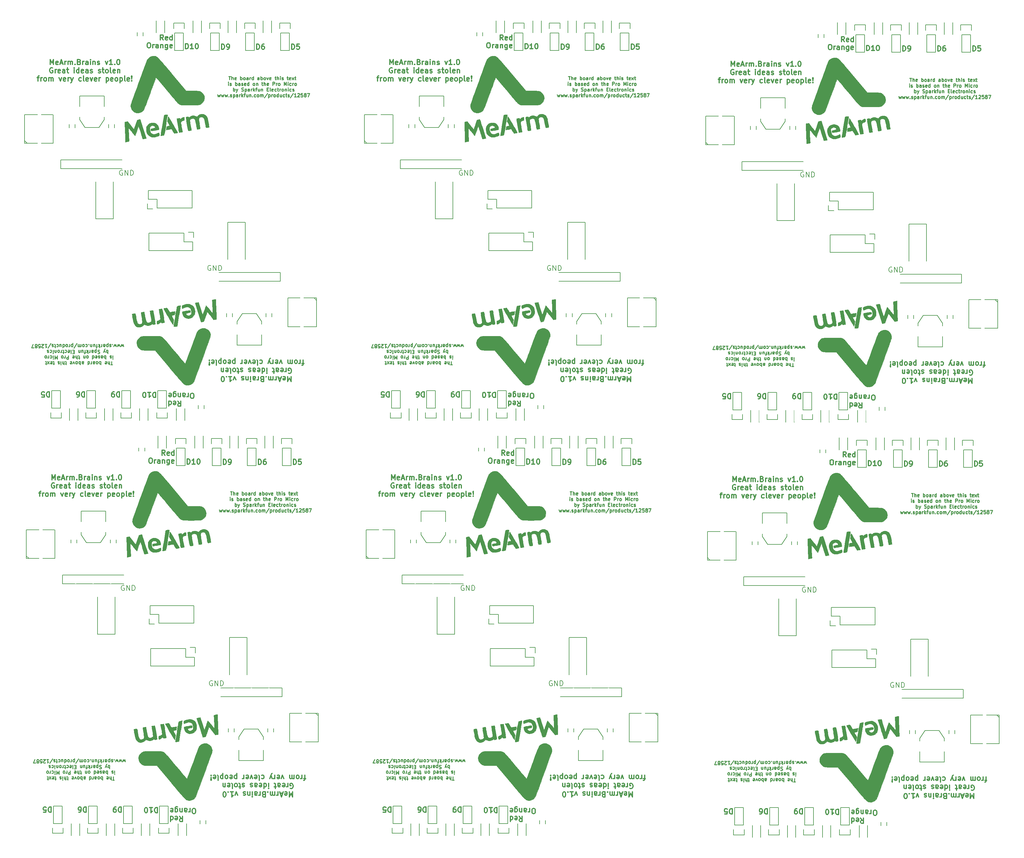
<source format=gto>
G04 #@! TF.FileFunction,Legend,Top*
%FSLAX46Y46*%
G04 Gerber Fmt 4.6, Leading zero omitted, Abs format (unit mm)*
G04 Created by KiCad (PCBNEW (2015-01-16 BZR 5376)-product) date 10/26/2015 1:30:35 PM*
%MOMM*%
G01*
G04 APERTURE LIST*
%ADD10C,0.100000*%
%ADD11C,0.300000*%
%ADD12C,0.250000*%
%ADD13C,0.150000*%
%ADD14C,4.000000*%
%ADD15C,0.300000*%
%ADD16C,3.000000*%
%ADD17R,1.250000X1.000000*%
%ADD18R,1.780000X3.500000*%
%ADD19R,2.032000X1.727200*%
%ADD20O,2.032000X1.727200*%
%ADD21R,3.657600X2.032000*%
%ADD22R,1.016000X2.032000*%
%ADD23R,1.727200X1.727200*%
%ADD24O,1.727200X1.727200*%
%ADD25R,1.100000X3.600000*%
%ADD26C,2.000000*%
%ADD27R,2.000000X2.000000*%
%ADD28R,1.574800X2.286000*%
%ADD29O,1.574800X2.286000*%
%ADD30R,1.000000X8.000000*%
%ADD31R,2.000000X1.200000*%
%ADD32C,1.500000*%
%ADD33C,4.800600*%
%ADD34R,4.800600X4.800600*%
G04 APERTURE END LIST*
D10*
D11*
X223326572Y-150739571D02*
X223326572Y-149239571D01*
X223826572Y-150311000D01*
X224326572Y-149239571D01*
X224326572Y-150739571D01*
X225612286Y-150668143D02*
X225469429Y-150739571D01*
X225183715Y-150739571D01*
X225040858Y-150668143D01*
X224969429Y-150525286D01*
X224969429Y-149953857D01*
X225040858Y-149811000D01*
X225183715Y-149739571D01*
X225469429Y-149739571D01*
X225612286Y-149811000D01*
X225683715Y-149953857D01*
X225683715Y-150096714D01*
X224969429Y-150239571D01*
X226255143Y-150311000D02*
X226969429Y-150311000D01*
X226112286Y-150739571D02*
X226612286Y-149239571D01*
X227112286Y-150739571D01*
X227612286Y-150739571D02*
X227612286Y-149739571D01*
X227612286Y-150025286D02*
X227683714Y-149882429D01*
X227755143Y-149811000D01*
X227898000Y-149739571D01*
X228040857Y-149739571D01*
X228540857Y-150739571D02*
X228540857Y-149739571D01*
X228540857Y-149882429D02*
X228612285Y-149811000D01*
X228755143Y-149739571D01*
X228969428Y-149739571D01*
X229112285Y-149811000D01*
X229183714Y-149953857D01*
X229183714Y-150739571D01*
X229183714Y-149953857D02*
X229255143Y-149811000D01*
X229398000Y-149739571D01*
X229612285Y-149739571D01*
X229755143Y-149811000D01*
X229826571Y-149953857D01*
X229826571Y-150739571D01*
X230540857Y-150596714D02*
X230612285Y-150668143D01*
X230540857Y-150739571D01*
X230469428Y-150668143D01*
X230540857Y-150596714D01*
X230540857Y-150739571D01*
X231755143Y-149953857D02*
X231969429Y-150025286D01*
X232040857Y-150096714D01*
X232112286Y-150239571D01*
X232112286Y-150453857D01*
X232040857Y-150596714D01*
X231969429Y-150668143D01*
X231826571Y-150739571D01*
X231255143Y-150739571D01*
X231255143Y-149239571D01*
X231755143Y-149239571D01*
X231898000Y-149311000D01*
X231969429Y-149382429D01*
X232040857Y-149525286D01*
X232040857Y-149668143D01*
X231969429Y-149811000D01*
X231898000Y-149882429D01*
X231755143Y-149953857D01*
X231255143Y-149953857D01*
X232755143Y-150739571D02*
X232755143Y-149739571D01*
X232755143Y-150025286D02*
X232826571Y-149882429D01*
X232898000Y-149811000D01*
X233040857Y-149739571D01*
X233183714Y-149739571D01*
X234326571Y-150739571D02*
X234326571Y-149953857D01*
X234255142Y-149811000D01*
X234112285Y-149739571D01*
X233826571Y-149739571D01*
X233683714Y-149811000D01*
X234326571Y-150668143D02*
X234183714Y-150739571D01*
X233826571Y-150739571D01*
X233683714Y-150668143D01*
X233612285Y-150525286D01*
X233612285Y-150382429D01*
X233683714Y-150239571D01*
X233826571Y-150168143D01*
X234183714Y-150168143D01*
X234326571Y-150096714D01*
X235040857Y-150739571D02*
X235040857Y-149739571D01*
X235040857Y-149239571D02*
X234969428Y-149311000D01*
X235040857Y-149382429D01*
X235112285Y-149311000D01*
X235040857Y-149239571D01*
X235040857Y-149382429D01*
X235755143Y-149739571D02*
X235755143Y-150739571D01*
X235755143Y-149882429D02*
X235826571Y-149811000D01*
X235969429Y-149739571D01*
X236183714Y-149739571D01*
X236326571Y-149811000D01*
X236398000Y-149953857D01*
X236398000Y-150739571D01*
X237040857Y-150668143D02*
X237183714Y-150739571D01*
X237469429Y-150739571D01*
X237612286Y-150668143D01*
X237683714Y-150525286D01*
X237683714Y-150453857D01*
X237612286Y-150311000D01*
X237469429Y-150239571D01*
X237255143Y-150239571D01*
X237112286Y-150168143D01*
X237040857Y-150025286D01*
X237040857Y-149953857D01*
X237112286Y-149811000D01*
X237255143Y-149739571D01*
X237469429Y-149739571D01*
X237612286Y-149811000D01*
X239326572Y-149739571D02*
X239683715Y-150739571D01*
X240040857Y-149739571D01*
X241398000Y-150739571D02*
X240540857Y-150739571D01*
X240969429Y-150739571D02*
X240969429Y-149239571D01*
X240826572Y-149453857D01*
X240683714Y-149596714D01*
X240540857Y-149668143D01*
X242040857Y-150596714D02*
X242112285Y-150668143D01*
X242040857Y-150739571D01*
X241969428Y-150668143D01*
X242040857Y-150596714D01*
X242040857Y-150739571D01*
X243040857Y-149239571D02*
X243183714Y-149239571D01*
X243326571Y-149311000D01*
X243398000Y-149382429D01*
X243469429Y-149525286D01*
X243540857Y-149811000D01*
X243540857Y-150168143D01*
X243469429Y-150453857D01*
X243398000Y-150596714D01*
X243326571Y-150668143D01*
X243183714Y-150739571D01*
X243040857Y-150739571D01*
X242898000Y-150668143D01*
X242826571Y-150596714D01*
X242755143Y-150453857D01*
X242683714Y-150168143D01*
X242683714Y-149811000D01*
X242755143Y-149525286D01*
X242826571Y-149382429D01*
X242898000Y-149311000D01*
X243040857Y-149239571D01*
X224040857Y-151711000D02*
X223898000Y-151639571D01*
X223683714Y-151639571D01*
X223469429Y-151711000D01*
X223326571Y-151853857D01*
X223255143Y-151996714D01*
X223183714Y-152282429D01*
X223183714Y-152496714D01*
X223255143Y-152782429D01*
X223326571Y-152925286D01*
X223469429Y-153068143D01*
X223683714Y-153139571D01*
X223826571Y-153139571D01*
X224040857Y-153068143D01*
X224112286Y-152996714D01*
X224112286Y-152496714D01*
X223826571Y-152496714D01*
X224755143Y-153139571D02*
X224755143Y-152139571D01*
X224755143Y-152425286D02*
X224826571Y-152282429D01*
X224898000Y-152211000D01*
X225040857Y-152139571D01*
X225183714Y-152139571D01*
X226255142Y-153068143D02*
X226112285Y-153139571D01*
X225826571Y-153139571D01*
X225683714Y-153068143D01*
X225612285Y-152925286D01*
X225612285Y-152353857D01*
X225683714Y-152211000D01*
X225826571Y-152139571D01*
X226112285Y-152139571D01*
X226255142Y-152211000D01*
X226326571Y-152353857D01*
X226326571Y-152496714D01*
X225612285Y-152639571D01*
X227612285Y-153139571D02*
X227612285Y-152353857D01*
X227540856Y-152211000D01*
X227397999Y-152139571D01*
X227112285Y-152139571D01*
X226969428Y-152211000D01*
X227612285Y-153068143D02*
X227469428Y-153139571D01*
X227112285Y-153139571D01*
X226969428Y-153068143D01*
X226897999Y-152925286D01*
X226897999Y-152782429D01*
X226969428Y-152639571D01*
X227112285Y-152568143D01*
X227469428Y-152568143D01*
X227612285Y-152496714D01*
X228112285Y-152139571D02*
X228683714Y-152139571D01*
X228326571Y-151639571D02*
X228326571Y-152925286D01*
X228397999Y-153068143D01*
X228540857Y-153139571D01*
X228683714Y-153139571D01*
X230326571Y-153139571D02*
X230326571Y-152139571D01*
X230326571Y-151639571D02*
X230255142Y-151711000D01*
X230326571Y-151782429D01*
X230397999Y-151711000D01*
X230326571Y-151639571D01*
X230326571Y-151782429D01*
X231683714Y-153139571D02*
X231683714Y-151639571D01*
X231683714Y-153068143D02*
X231540857Y-153139571D01*
X231255143Y-153139571D01*
X231112285Y-153068143D01*
X231040857Y-152996714D01*
X230969428Y-152853857D01*
X230969428Y-152425286D01*
X231040857Y-152282429D01*
X231112285Y-152211000D01*
X231255143Y-152139571D01*
X231540857Y-152139571D01*
X231683714Y-152211000D01*
X232969428Y-153068143D02*
X232826571Y-153139571D01*
X232540857Y-153139571D01*
X232398000Y-153068143D01*
X232326571Y-152925286D01*
X232326571Y-152353857D01*
X232398000Y-152211000D01*
X232540857Y-152139571D01*
X232826571Y-152139571D01*
X232969428Y-152211000D01*
X233040857Y-152353857D01*
X233040857Y-152496714D01*
X232326571Y-152639571D01*
X234326571Y-153139571D02*
X234326571Y-152353857D01*
X234255142Y-152211000D01*
X234112285Y-152139571D01*
X233826571Y-152139571D01*
X233683714Y-152211000D01*
X234326571Y-153068143D02*
X234183714Y-153139571D01*
X233826571Y-153139571D01*
X233683714Y-153068143D01*
X233612285Y-152925286D01*
X233612285Y-152782429D01*
X233683714Y-152639571D01*
X233826571Y-152568143D01*
X234183714Y-152568143D01*
X234326571Y-152496714D01*
X234969428Y-153068143D02*
X235112285Y-153139571D01*
X235398000Y-153139571D01*
X235540857Y-153068143D01*
X235612285Y-152925286D01*
X235612285Y-152853857D01*
X235540857Y-152711000D01*
X235398000Y-152639571D01*
X235183714Y-152639571D01*
X235040857Y-152568143D01*
X234969428Y-152425286D01*
X234969428Y-152353857D01*
X235040857Y-152211000D01*
X235183714Y-152139571D01*
X235398000Y-152139571D01*
X235540857Y-152211000D01*
X237326571Y-153068143D02*
X237469428Y-153139571D01*
X237755143Y-153139571D01*
X237898000Y-153068143D01*
X237969428Y-152925286D01*
X237969428Y-152853857D01*
X237898000Y-152711000D01*
X237755143Y-152639571D01*
X237540857Y-152639571D01*
X237398000Y-152568143D01*
X237326571Y-152425286D01*
X237326571Y-152353857D01*
X237398000Y-152211000D01*
X237540857Y-152139571D01*
X237755143Y-152139571D01*
X237898000Y-152211000D01*
X238398000Y-152139571D02*
X238969429Y-152139571D01*
X238612286Y-151639571D02*
X238612286Y-152925286D01*
X238683714Y-153068143D01*
X238826572Y-153139571D01*
X238969429Y-153139571D01*
X239683715Y-153139571D02*
X239540857Y-153068143D01*
X239469429Y-152996714D01*
X239398000Y-152853857D01*
X239398000Y-152425286D01*
X239469429Y-152282429D01*
X239540857Y-152211000D01*
X239683715Y-152139571D01*
X239898000Y-152139571D01*
X240040857Y-152211000D01*
X240112286Y-152282429D01*
X240183715Y-152425286D01*
X240183715Y-152853857D01*
X240112286Y-152996714D01*
X240040857Y-153068143D01*
X239898000Y-153139571D01*
X239683715Y-153139571D01*
X241040858Y-153139571D02*
X240898000Y-153068143D01*
X240826572Y-152925286D01*
X240826572Y-151639571D01*
X242183714Y-153068143D02*
X242040857Y-153139571D01*
X241755143Y-153139571D01*
X241612286Y-153068143D01*
X241540857Y-152925286D01*
X241540857Y-152353857D01*
X241612286Y-152211000D01*
X241755143Y-152139571D01*
X242040857Y-152139571D01*
X242183714Y-152211000D01*
X242255143Y-152353857D01*
X242255143Y-152496714D01*
X241540857Y-152639571D01*
X242898000Y-152139571D02*
X242898000Y-153139571D01*
X242898000Y-152282429D02*
X242969428Y-152211000D01*
X243112286Y-152139571D01*
X243326571Y-152139571D01*
X243469428Y-152211000D01*
X243540857Y-152353857D01*
X243540857Y-153139571D01*
X219576573Y-154539571D02*
X220148002Y-154539571D01*
X219790859Y-155539571D02*
X219790859Y-154253857D01*
X219862287Y-154111000D01*
X220005145Y-154039571D01*
X220148002Y-154039571D01*
X220648002Y-155539571D02*
X220648002Y-154539571D01*
X220648002Y-154825286D02*
X220719430Y-154682429D01*
X220790859Y-154611000D01*
X220933716Y-154539571D01*
X221076573Y-154539571D01*
X221790859Y-155539571D02*
X221648001Y-155468143D01*
X221576573Y-155396714D01*
X221505144Y-155253857D01*
X221505144Y-154825286D01*
X221576573Y-154682429D01*
X221648001Y-154611000D01*
X221790859Y-154539571D01*
X222005144Y-154539571D01*
X222148001Y-154611000D01*
X222219430Y-154682429D01*
X222290859Y-154825286D01*
X222290859Y-155253857D01*
X222219430Y-155396714D01*
X222148001Y-155468143D01*
X222005144Y-155539571D01*
X221790859Y-155539571D01*
X222933716Y-155539571D02*
X222933716Y-154539571D01*
X222933716Y-154682429D02*
X223005144Y-154611000D01*
X223148002Y-154539571D01*
X223362287Y-154539571D01*
X223505144Y-154611000D01*
X223576573Y-154753857D01*
X223576573Y-155539571D01*
X223576573Y-154753857D02*
X223648002Y-154611000D01*
X223790859Y-154539571D01*
X224005144Y-154539571D01*
X224148002Y-154611000D01*
X224219430Y-154753857D01*
X224219430Y-155539571D01*
X225933716Y-154539571D02*
X226290859Y-155539571D01*
X226648001Y-154539571D01*
X227790858Y-155468143D02*
X227648001Y-155539571D01*
X227362287Y-155539571D01*
X227219430Y-155468143D01*
X227148001Y-155325286D01*
X227148001Y-154753857D01*
X227219430Y-154611000D01*
X227362287Y-154539571D01*
X227648001Y-154539571D01*
X227790858Y-154611000D01*
X227862287Y-154753857D01*
X227862287Y-154896714D01*
X227148001Y-155039571D01*
X228505144Y-155539571D02*
X228505144Y-154539571D01*
X228505144Y-154825286D02*
X228576572Y-154682429D01*
X228648001Y-154611000D01*
X228790858Y-154539571D01*
X228933715Y-154539571D01*
X229290858Y-154539571D02*
X229648001Y-155539571D01*
X230005143Y-154539571D02*
X229648001Y-155539571D01*
X229505143Y-155896714D01*
X229433715Y-155968143D01*
X229290858Y-156039571D01*
X232362286Y-155468143D02*
X232219429Y-155539571D01*
X231933715Y-155539571D01*
X231790857Y-155468143D01*
X231719429Y-155396714D01*
X231648000Y-155253857D01*
X231648000Y-154825286D01*
X231719429Y-154682429D01*
X231790857Y-154611000D01*
X231933715Y-154539571D01*
X232219429Y-154539571D01*
X232362286Y-154611000D01*
X233219429Y-155539571D02*
X233076571Y-155468143D01*
X233005143Y-155325286D01*
X233005143Y-154039571D01*
X234362285Y-155468143D02*
X234219428Y-155539571D01*
X233933714Y-155539571D01*
X233790857Y-155468143D01*
X233719428Y-155325286D01*
X233719428Y-154753857D01*
X233790857Y-154611000D01*
X233933714Y-154539571D01*
X234219428Y-154539571D01*
X234362285Y-154611000D01*
X234433714Y-154753857D01*
X234433714Y-154896714D01*
X233719428Y-155039571D01*
X234933714Y-154539571D02*
X235290857Y-155539571D01*
X235647999Y-154539571D01*
X236790856Y-155468143D02*
X236647999Y-155539571D01*
X236362285Y-155539571D01*
X236219428Y-155468143D01*
X236147999Y-155325286D01*
X236147999Y-154753857D01*
X236219428Y-154611000D01*
X236362285Y-154539571D01*
X236647999Y-154539571D01*
X236790856Y-154611000D01*
X236862285Y-154753857D01*
X236862285Y-154896714D01*
X236147999Y-155039571D01*
X237505142Y-155539571D02*
X237505142Y-154539571D01*
X237505142Y-154825286D02*
X237576570Y-154682429D01*
X237647999Y-154611000D01*
X237790856Y-154539571D01*
X237933713Y-154539571D01*
X239576570Y-154539571D02*
X239576570Y-156039571D01*
X239576570Y-154611000D02*
X239719427Y-154539571D01*
X240005141Y-154539571D01*
X240147998Y-154611000D01*
X240219427Y-154682429D01*
X240290856Y-154825286D01*
X240290856Y-155253857D01*
X240219427Y-155396714D01*
X240147998Y-155468143D01*
X240005141Y-155539571D01*
X239719427Y-155539571D01*
X239576570Y-155468143D01*
X241505141Y-155468143D02*
X241362284Y-155539571D01*
X241076570Y-155539571D01*
X240933713Y-155468143D01*
X240862284Y-155325286D01*
X240862284Y-154753857D01*
X240933713Y-154611000D01*
X241076570Y-154539571D01*
X241362284Y-154539571D01*
X241505141Y-154611000D01*
X241576570Y-154753857D01*
X241576570Y-154896714D01*
X240862284Y-155039571D01*
X242433713Y-155539571D02*
X242290855Y-155468143D01*
X242219427Y-155396714D01*
X242147998Y-155253857D01*
X242147998Y-154825286D01*
X242219427Y-154682429D01*
X242290855Y-154611000D01*
X242433713Y-154539571D01*
X242647998Y-154539571D01*
X242790855Y-154611000D01*
X242862284Y-154682429D01*
X242933713Y-154825286D01*
X242933713Y-155253857D01*
X242862284Y-155396714D01*
X242790855Y-155468143D01*
X242647998Y-155539571D01*
X242433713Y-155539571D01*
X243576570Y-154539571D02*
X243576570Y-156039571D01*
X243576570Y-154611000D02*
X243719427Y-154539571D01*
X244005141Y-154539571D01*
X244147998Y-154611000D01*
X244219427Y-154682429D01*
X244290856Y-154825286D01*
X244290856Y-155253857D01*
X244219427Y-155396714D01*
X244147998Y-155468143D01*
X244005141Y-155539571D01*
X243719427Y-155539571D01*
X243576570Y-155468143D01*
X245147999Y-155539571D02*
X245005141Y-155468143D01*
X244933713Y-155325286D01*
X244933713Y-154039571D01*
X246290855Y-155468143D02*
X246147998Y-155539571D01*
X245862284Y-155539571D01*
X245719427Y-155468143D01*
X245647998Y-155325286D01*
X245647998Y-154753857D01*
X245719427Y-154611000D01*
X245862284Y-154539571D01*
X246147998Y-154539571D01*
X246290855Y-154611000D01*
X246362284Y-154753857D01*
X246362284Y-154896714D01*
X245647998Y-155039571D01*
X247005141Y-155396714D02*
X247076569Y-155468143D01*
X247005141Y-155539571D01*
X246933712Y-155468143D01*
X247005141Y-155396714D01*
X247005141Y-155539571D01*
X247005141Y-154968143D02*
X246933712Y-154111000D01*
X247005141Y-154039571D01*
X247076569Y-154111000D01*
X247005141Y-154968143D01*
X247005141Y-154039571D01*
D12*
X275071141Y-154137381D02*
X275642570Y-154137381D01*
X275356855Y-155137381D02*
X275356855Y-154137381D01*
X275975903Y-155137381D02*
X275975903Y-154137381D01*
X276404475Y-155137381D02*
X276404475Y-154613571D01*
X276356856Y-154518333D01*
X276261618Y-154470714D01*
X276118760Y-154470714D01*
X276023522Y-154518333D01*
X275975903Y-154565952D01*
X277261618Y-155089762D02*
X277166380Y-155137381D01*
X276975903Y-155137381D01*
X276880665Y-155089762D01*
X276833046Y-154994524D01*
X276833046Y-154613571D01*
X276880665Y-154518333D01*
X276975903Y-154470714D01*
X277166380Y-154470714D01*
X277261618Y-154518333D01*
X277309237Y-154613571D01*
X277309237Y-154708810D01*
X276833046Y-154804048D01*
X278499713Y-155137381D02*
X278499713Y-154137381D01*
X278499713Y-154518333D02*
X278594951Y-154470714D01*
X278785428Y-154470714D01*
X278880666Y-154518333D01*
X278928285Y-154565952D01*
X278975904Y-154661190D01*
X278975904Y-154946905D01*
X278928285Y-155042143D01*
X278880666Y-155089762D01*
X278785428Y-155137381D01*
X278594951Y-155137381D01*
X278499713Y-155089762D01*
X279547332Y-155137381D02*
X279452094Y-155089762D01*
X279404475Y-155042143D01*
X279356856Y-154946905D01*
X279356856Y-154661190D01*
X279404475Y-154565952D01*
X279452094Y-154518333D01*
X279547332Y-154470714D01*
X279690190Y-154470714D01*
X279785428Y-154518333D01*
X279833047Y-154565952D01*
X279880666Y-154661190D01*
X279880666Y-154946905D01*
X279833047Y-155042143D01*
X279785428Y-155089762D01*
X279690190Y-155137381D01*
X279547332Y-155137381D01*
X280737809Y-155137381D02*
X280737809Y-154613571D01*
X280690190Y-154518333D01*
X280594952Y-154470714D01*
X280404475Y-154470714D01*
X280309237Y-154518333D01*
X280737809Y-155089762D02*
X280642571Y-155137381D01*
X280404475Y-155137381D01*
X280309237Y-155089762D01*
X280261618Y-154994524D01*
X280261618Y-154899286D01*
X280309237Y-154804048D01*
X280404475Y-154756429D01*
X280642571Y-154756429D01*
X280737809Y-154708810D01*
X281213999Y-155137381D02*
X281213999Y-154470714D01*
X281213999Y-154661190D02*
X281261618Y-154565952D01*
X281309237Y-154518333D01*
X281404475Y-154470714D01*
X281499714Y-154470714D01*
X282261619Y-155137381D02*
X282261619Y-154137381D01*
X282261619Y-155089762D02*
X282166381Y-155137381D01*
X281975904Y-155137381D01*
X281880666Y-155089762D01*
X281833047Y-155042143D01*
X281785428Y-154946905D01*
X281785428Y-154661190D01*
X281833047Y-154565952D01*
X281880666Y-154518333D01*
X281975904Y-154470714D01*
X282166381Y-154470714D01*
X282261619Y-154518333D01*
X283928286Y-155137381D02*
X283928286Y-154613571D01*
X283880667Y-154518333D01*
X283785429Y-154470714D01*
X283594952Y-154470714D01*
X283499714Y-154518333D01*
X283928286Y-155089762D02*
X283833048Y-155137381D01*
X283594952Y-155137381D01*
X283499714Y-155089762D01*
X283452095Y-154994524D01*
X283452095Y-154899286D01*
X283499714Y-154804048D01*
X283594952Y-154756429D01*
X283833048Y-154756429D01*
X283928286Y-154708810D01*
X284404476Y-155137381D02*
X284404476Y-154137381D01*
X284404476Y-154518333D02*
X284499714Y-154470714D01*
X284690191Y-154470714D01*
X284785429Y-154518333D01*
X284833048Y-154565952D01*
X284880667Y-154661190D01*
X284880667Y-154946905D01*
X284833048Y-155042143D01*
X284785429Y-155089762D01*
X284690191Y-155137381D01*
X284499714Y-155137381D01*
X284404476Y-155089762D01*
X285452095Y-155137381D02*
X285356857Y-155089762D01*
X285309238Y-155042143D01*
X285261619Y-154946905D01*
X285261619Y-154661190D01*
X285309238Y-154565952D01*
X285356857Y-154518333D01*
X285452095Y-154470714D01*
X285594953Y-154470714D01*
X285690191Y-154518333D01*
X285737810Y-154565952D01*
X285785429Y-154661190D01*
X285785429Y-154946905D01*
X285737810Y-155042143D01*
X285690191Y-155089762D01*
X285594953Y-155137381D01*
X285452095Y-155137381D01*
X286118762Y-154470714D02*
X286356857Y-155137381D01*
X286594953Y-154470714D01*
X287356858Y-155089762D02*
X287261620Y-155137381D01*
X287071143Y-155137381D01*
X286975905Y-155089762D01*
X286928286Y-154994524D01*
X286928286Y-154613571D01*
X286975905Y-154518333D01*
X287071143Y-154470714D01*
X287261620Y-154470714D01*
X287356858Y-154518333D01*
X287404477Y-154613571D01*
X287404477Y-154708810D01*
X286928286Y-154804048D01*
X288452096Y-154470714D02*
X288833048Y-154470714D01*
X288594953Y-154137381D02*
X288594953Y-154994524D01*
X288642572Y-155089762D01*
X288737810Y-155137381D01*
X288833048Y-155137381D01*
X289166382Y-155137381D02*
X289166382Y-154137381D01*
X289594954Y-155137381D02*
X289594954Y-154613571D01*
X289547335Y-154518333D01*
X289452097Y-154470714D01*
X289309239Y-154470714D01*
X289214001Y-154518333D01*
X289166382Y-154565952D01*
X290071144Y-155137381D02*
X290071144Y-154470714D01*
X290071144Y-154137381D02*
X290023525Y-154185000D01*
X290071144Y-154232619D01*
X290118763Y-154185000D01*
X290071144Y-154137381D01*
X290071144Y-154232619D01*
X290499715Y-155089762D02*
X290594953Y-155137381D01*
X290785429Y-155137381D01*
X290880668Y-155089762D01*
X290928287Y-154994524D01*
X290928287Y-154946905D01*
X290880668Y-154851667D01*
X290785429Y-154804048D01*
X290642572Y-154804048D01*
X290547334Y-154756429D01*
X290499715Y-154661190D01*
X290499715Y-154613571D01*
X290547334Y-154518333D01*
X290642572Y-154470714D01*
X290785429Y-154470714D01*
X290880668Y-154518333D01*
X291975906Y-154470714D02*
X292356858Y-154470714D01*
X292118763Y-154137381D02*
X292118763Y-154994524D01*
X292166382Y-155089762D01*
X292261620Y-155137381D01*
X292356858Y-155137381D01*
X293071145Y-155089762D02*
X292975907Y-155137381D01*
X292785430Y-155137381D01*
X292690192Y-155089762D01*
X292642573Y-154994524D01*
X292642573Y-154613571D01*
X292690192Y-154518333D01*
X292785430Y-154470714D01*
X292975907Y-154470714D01*
X293071145Y-154518333D01*
X293118764Y-154613571D01*
X293118764Y-154708810D01*
X292642573Y-154804048D01*
X293452097Y-155137381D02*
X293975907Y-154470714D01*
X293452097Y-154470714D02*
X293975907Y-155137381D01*
X294214002Y-154470714D02*
X294594954Y-154470714D01*
X294356859Y-154137381D02*
X294356859Y-154994524D01*
X294404478Y-155089762D01*
X294499716Y-155137381D01*
X294594954Y-155137381D01*
X274999713Y-156787381D02*
X274999713Y-156120714D01*
X274999713Y-155787381D02*
X274952094Y-155835000D01*
X274999713Y-155882619D01*
X275047332Y-155835000D01*
X274999713Y-155787381D01*
X274999713Y-155882619D01*
X275428284Y-156739762D02*
X275523522Y-156787381D01*
X275713998Y-156787381D01*
X275809237Y-156739762D01*
X275856856Y-156644524D01*
X275856856Y-156596905D01*
X275809237Y-156501667D01*
X275713998Y-156454048D01*
X275571141Y-156454048D01*
X275475903Y-156406429D01*
X275428284Y-156311190D01*
X275428284Y-156263571D01*
X275475903Y-156168333D01*
X275571141Y-156120714D01*
X275713998Y-156120714D01*
X275809237Y-156168333D01*
X277047332Y-156787381D02*
X277047332Y-155787381D01*
X277047332Y-156168333D02*
X277142570Y-156120714D01*
X277333047Y-156120714D01*
X277428285Y-156168333D01*
X277475904Y-156215952D01*
X277523523Y-156311190D01*
X277523523Y-156596905D01*
X277475904Y-156692143D01*
X277428285Y-156739762D01*
X277333047Y-156787381D01*
X277142570Y-156787381D01*
X277047332Y-156739762D01*
X278380666Y-156787381D02*
X278380666Y-156263571D01*
X278333047Y-156168333D01*
X278237809Y-156120714D01*
X278047332Y-156120714D01*
X277952094Y-156168333D01*
X278380666Y-156739762D02*
X278285428Y-156787381D01*
X278047332Y-156787381D01*
X277952094Y-156739762D01*
X277904475Y-156644524D01*
X277904475Y-156549286D01*
X277952094Y-156454048D01*
X278047332Y-156406429D01*
X278285428Y-156406429D01*
X278380666Y-156358810D01*
X278809237Y-156739762D02*
X278904475Y-156787381D01*
X279094951Y-156787381D01*
X279190190Y-156739762D01*
X279237809Y-156644524D01*
X279237809Y-156596905D01*
X279190190Y-156501667D01*
X279094951Y-156454048D01*
X278952094Y-156454048D01*
X278856856Y-156406429D01*
X278809237Y-156311190D01*
X278809237Y-156263571D01*
X278856856Y-156168333D01*
X278952094Y-156120714D01*
X279094951Y-156120714D01*
X279190190Y-156168333D01*
X280047333Y-156739762D02*
X279952095Y-156787381D01*
X279761618Y-156787381D01*
X279666380Y-156739762D01*
X279618761Y-156644524D01*
X279618761Y-156263571D01*
X279666380Y-156168333D01*
X279761618Y-156120714D01*
X279952095Y-156120714D01*
X280047333Y-156168333D01*
X280094952Y-156263571D01*
X280094952Y-156358810D01*
X279618761Y-156454048D01*
X280952095Y-156787381D02*
X280952095Y-155787381D01*
X280952095Y-156739762D02*
X280856857Y-156787381D01*
X280666380Y-156787381D01*
X280571142Y-156739762D01*
X280523523Y-156692143D01*
X280475904Y-156596905D01*
X280475904Y-156311190D01*
X280523523Y-156215952D01*
X280571142Y-156168333D01*
X280666380Y-156120714D01*
X280856857Y-156120714D01*
X280952095Y-156168333D01*
X282333047Y-156787381D02*
X282237809Y-156739762D01*
X282190190Y-156692143D01*
X282142571Y-156596905D01*
X282142571Y-156311190D01*
X282190190Y-156215952D01*
X282237809Y-156168333D01*
X282333047Y-156120714D01*
X282475905Y-156120714D01*
X282571143Y-156168333D01*
X282618762Y-156215952D01*
X282666381Y-156311190D01*
X282666381Y-156596905D01*
X282618762Y-156692143D01*
X282571143Y-156739762D01*
X282475905Y-156787381D01*
X282333047Y-156787381D01*
X283094952Y-156120714D02*
X283094952Y-156787381D01*
X283094952Y-156215952D02*
X283142571Y-156168333D01*
X283237809Y-156120714D01*
X283380667Y-156120714D01*
X283475905Y-156168333D01*
X283523524Y-156263571D01*
X283523524Y-156787381D01*
X284618762Y-156120714D02*
X284999714Y-156120714D01*
X284761619Y-155787381D02*
X284761619Y-156644524D01*
X284809238Y-156739762D01*
X284904476Y-156787381D01*
X284999714Y-156787381D01*
X285333048Y-156787381D02*
X285333048Y-155787381D01*
X285761620Y-156787381D02*
X285761620Y-156263571D01*
X285714001Y-156168333D01*
X285618763Y-156120714D01*
X285475905Y-156120714D01*
X285380667Y-156168333D01*
X285333048Y-156215952D01*
X286618763Y-156739762D02*
X286523525Y-156787381D01*
X286333048Y-156787381D01*
X286237810Y-156739762D01*
X286190191Y-156644524D01*
X286190191Y-156263571D01*
X286237810Y-156168333D01*
X286333048Y-156120714D01*
X286523525Y-156120714D01*
X286618763Y-156168333D01*
X286666382Y-156263571D01*
X286666382Y-156358810D01*
X286190191Y-156454048D01*
X287856858Y-156787381D02*
X287856858Y-155787381D01*
X288237811Y-155787381D01*
X288333049Y-155835000D01*
X288380668Y-155882619D01*
X288428287Y-155977857D01*
X288428287Y-156120714D01*
X288380668Y-156215952D01*
X288333049Y-156263571D01*
X288237811Y-156311190D01*
X287856858Y-156311190D01*
X288856858Y-156787381D02*
X288856858Y-156120714D01*
X288856858Y-156311190D02*
X288904477Y-156215952D01*
X288952096Y-156168333D01*
X289047334Y-156120714D01*
X289142573Y-156120714D01*
X289618763Y-156787381D02*
X289523525Y-156739762D01*
X289475906Y-156692143D01*
X289428287Y-156596905D01*
X289428287Y-156311190D01*
X289475906Y-156215952D01*
X289523525Y-156168333D01*
X289618763Y-156120714D01*
X289761621Y-156120714D01*
X289856859Y-156168333D01*
X289904478Y-156215952D01*
X289952097Y-156311190D01*
X289952097Y-156596905D01*
X289904478Y-156692143D01*
X289856859Y-156739762D01*
X289761621Y-156787381D01*
X289618763Y-156787381D01*
X291142573Y-156787381D02*
X291142573Y-155787381D01*
X291475907Y-156501667D01*
X291809240Y-155787381D01*
X291809240Y-156787381D01*
X292285430Y-156787381D02*
X292285430Y-156120714D01*
X292285430Y-155787381D02*
X292237811Y-155835000D01*
X292285430Y-155882619D01*
X292333049Y-155835000D01*
X292285430Y-155787381D01*
X292285430Y-155882619D01*
X293190192Y-156739762D02*
X293094954Y-156787381D01*
X292904477Y-156787381D01*
X292809239Y-156739762D01*
X292761620Y-156692143D01*
X292714001Y-156596905D01*
X292714001Y-156311190D01*
X292761620Y-156215952D01*
X292809239Y-156168333D01*
X292904477Y-156120714D01*
X293094954Y-156120714D01*
X293190192Y-156168333D01*
X293618763Y-156787381D02*
X293618763Y-156120714D01*
X293618763Y-156311190D02*
X293666382Y-156215952D01*
X293714001Y-156168333D01*
X293809239Y-156120714D01*
X293904478Y-156120714D01*
X294380668Y-156787381D02*
X294285430Y-156739762D01*
X294237811Y-156692143D01*
X294190192Y-156596905D01*
X294190192Y-156311190D01*
X294237811Y-156215952D01*
X294285430Y-156168333D01*
X294380668Y-156120714D01*
X294523526Y-156120714D01*
X294618764Y-156168333D01*
X294666383Y-156215952D01*
X294714002Y-156311190D01*
X294714002Y-156596905D01*
X294666383Y-156692143D01*
X294618764Y-156739762D01*
X294523526Y-156787381D01*
X294380668Y-156787381D01*
X276428284Y-158437381D02*
X276428284Y-157437381D01*
X276428284Y-157818333D02*
X276523522Y-157770714D01*
X276713999Y-157770714D01*
X276809237Y-157818333D01*
X276856856Y-157865952D01*
X276904475Y-157961190D01*
X276904475Y-158246905D01*
X276856856Y-158342143D01*
X276809237Y-158389762D01*
X276713999Y-158437381D01*
X276523522Y-158437381D01*
X276428284Y-158389762D01*
X277237808Y-157770714D02*
X277475903Y-158437381D01*
X277713999Y-157770714D02*
X277475903Y-158437381D01*
X277380665Y-158675476D01*
X277333046Y-158723095D01*
X277237808Y-158770714D01*
X278809237Y-158389762D02*
X278952094Y-158437381D01*
X279190190Y-158437381D01*
X279285428Y-158389762D01*
X279333047Y-158342143D01*
X279380666Y-158246905D01*
X279380666Y-158151667D01*
X279333047Y-158056429D01*
X279285428Y-158008810D01*
X279190190Y-157961190D01*
X278999713Y-157913571D01*
X278904475Y-157865952D01*
X278856856Y-157818333D01*
X278809237Y-157723095D01*
X278809237Y-157627857D01*
X278856856Y-157532619D01*
X278904475Y-157485000D01*
X278999713Y-157437381D01*
X279237809Y-157437381D01*
X279380666Y-157485000D01*
X279809237Y-157770714D02*
X279809237Y-158770714D01*
X279809237Y-157818333D02*
X279904475Y-157770714D01*
X280094952Y-157770714D01*
X280190190Y-157818333D01*
X280237809Y-157865952D01*
X280285428Y-157961190D01*
X280285428Y-158246905D01*
X280237809Y-158342143D01*
X280190190Y-158389762D01*
X280094952Y-158437381D01*
X279904475Y-158437381D01*
X279809237Y-158389762D01*
X281142571Y-158437381D02*
X281142571Y-157913571D01*
X281094952Y-157818333D01*
X280999714Y-157770714D01*
X280809237Y-157770714D01*
X280713999Y-157818333D01*
X281142571Y-158389762D02*
X281047333Y-158437381D01*
X280809237Y-158437381D01*
X280713999Y-158389762D01*
X280666380Y-158294524D01*
X280666380Y-158199286D01*
X280713999Y-158104048D01*
X280809237Y-158056429D01*
X281047333Y-158056429D01*
X281142571Y-158008810D01*
X281618761Y-158437381D02*
X281618761Y-157770714D01*
X281618761Y-157961190D02*
X281666380Y-157865952D01*
X281713999Y-157818333D01*
X281809237Y-157770714D01*
X281904476Y-157770714D01*
X282237809Y-158437381D02*
X282237809Y-157437381D01*
X282333047Y-158056429D02*
X282618762Y-158437381D01*
X282618762Y-157770714D02*
X282237809Y-158151667D01*
X282904476Y-157770714D02*
X283285428Y-157770714D01*
X283047333Y-158437381D02*
X283047333Y-157580238D01*
X283094952Y-157485000D01*
X283190190Y-157437381D01*
X283285428Y-157437381D01*
X284047334Y-157770714D02*
X284047334Y-158437381D01*
X283618762Y-157770714D02*
X283618762Y-158294524D01*
X283666381Y-158389762D01*
X283761619Y-158437381D01*
X283904477Y-158437381D01*
X283999715Y-158389762D01*
X284047334Y-158342143D01*
X284523524Y-157770714D02*
X284523524Y-158437381D01*
X284523524Y-157865952D02*
X284571143Y-157818333D01*
X284666381Y-157770714D01*
X284809239Y-157770714D01*
X284904477Y-157818333D01*
X284952096Y-157913571D01*
X284952096Y-158437381D01*
X286190191Y-157913571D02*
X286523525Y-157913571D01*
X286666382Y-158437381D02*
X286190191Y-158437381D01*
X286190191Y-157437381D01*
X286666382Y-157437381D01*
X287237810Y-158437381D02*
X287142572Y-158389762D01*
X287094953Y-158294524D01*
X287094953Y-157437381D01*
X287999716Y-158389762D02*
X287904478Y-158437381D01*
X287714001Y-158437381D01*
X287618763Y-158389762D01*
X287571144Y-158294524D01*
X287571144Y-157913571D01*
X287618763Y-157818333D01*
X287714001Y-157770714D01*
X287904478Y-157770714D01*
X287999716Y-157818333D01*
X288047335Y-157913571D01*
X288047335Y-158008810D01*
X287571144Y-158104048D01*
X288904478Y-158389762D02*
X288809240Y-158437381D01*
X288618763Y-158437381D01*
X288523525Y-158389762D01*
X288475906Y-158342143D01*
X288428287Y-158246905D01*
X288428287Y-157961190D01*
X288475906Y-157865952D01*
X288523525Y-157818333D01*
X288618763Y-157770714D01*
X288809240Y-157770714D01*
X288904478Y-157818333D01*
X289190192Y-157770714D02*
X289571144Y-157770714D01*
X289333049Y-157437381D02*
X289333049Y-158294524D01*
X289380668Y-158389762D01*
X289475906Y-158437381D01*
X289571144Y-158437381D01*
X289904478Y-158437381D02*
X289904478Y-157770714D01*
X289904478Y-157961190D02*
X289952097Y-157865952D01*
X289999716Y-157818333D01*
X290094954Y-157770714D01*
X290190193Y-157770714D01*
X290666383Y-158437381D02*
X290571145Y-158389762D01*
X290523526Y-158342143D01*
X290475907Y-158246905D01*
X290475907Y-157961190D01*
X290523526Y-157865952D01*
X290571145Y-157818333D01*
X290666383Y-157770714D01*
X290809241Y-157770714D01*
X290904479Y-157818333D01*
X290952098Y-157865952D01*
X290999717Y-157961190D01*
X290999717Y-158246905D01*
X290952098Y-158342143D01*
X290904479Y-158389762D01*
X290809241Y-158437381D01*
X290666383Y-158437381D01*
X291428288Y-157770714D02*
X291428288Y-158437381D01*
X291428288Y-157865952D02*
X291475907Y-157818333D01*
X291571145Y-157770714D01*
X291714003Y-157770714D01*
X291809241Y-157818333D01*
X291856860Y-157913571D01*
X291856860Y-158437381D01*
X292333050Y-158437381D02*
X292333050Y-157770714D01*
X292333050Y-157437381D02*
X292285431Y-157485000D01*
X292333050Y-157532619D01*
X292380669Y-157485000D01*
X292333050Y-157437381D01*
X292333050Y-157532619D01*
X293237812Y-158389762D02*
X293142574Y-158437381D01*
X292952097Y-158437381D01*
X292856859Y-158389762D01*
X292809240Y-158342143D01*
X292761621Y-158246905D01*
X292761621Y-157961190D01*
X292809240Y-157865952D01*
X292856859Y-157818333D01*
X292952097Y-157770714D01*
X293142574Y-157770714D01*
X293237812Y-157818333D01*
X293618764Y-158389762D02*
X293714002Y-158437381D01*
X293904478Y-158437381D01*
X293999717Y-158389762D01*
X294047336Y-158294524D01*
X294047336Y-158246905D01*
X293999717Y-158151667D01*
X293904478Y-158104048D01*
X293761621Y-158104048D01*
X293666383Y-158056429D01*
X293618764Y-157961190D01*
X293618764Y-157913571D01*
X293666383Y-157818333D01*
X293761621Y-157770714D01*
X293904478Y-157770714D01*
X293999717Y-157818333D01*
X271880666Y-159420714D02*
X272071142Y-160087381D01*
X272261619Y-159611190D01*
X272452095Y-160087381D01*
X272642571Y-159420714D01*
X272928285Y-159420714D02*
X273118761Y-160087381D01*
X273309238Y-159611190D01*
X273499714Y-160087381D01*
X273690190Y-159420714D01*
X273975904Y-159420714D02*
X274166380Y-160087381D01*
X274356857Y-159611190D01*
X274547333Y-160087381D01*
X274737809Y-159420714D01*
X275118761Y-159992143D02*
X275166380Y-160039762D01*
X275118761Y-160087381D01*
X275071142Y-160039762D01*
X275118761Y-159992143D01*
X275118761Y-160087381D01*
X275547332Y-160039762D02*
X275642570Y-160087381D01*
X275833046Y-160087381D01*
X275928285Y-160039762D01*
X275975904Y-159944524D01*
X275975904Y-159896905D01*
X275928285Y-159801667D01*
X275833046Y-159754048D01*
X275690189Y-159754048D01*
X275594951Y-159706429D01*
X275547332Y-159611190D01*
X275547332Y-159563571D01*
X275594951Y-159468333D01*
X275690189Y-159420714D01*
X275833046Y-159420714D01*
X275928285Y-159468333D01*
X276404475Y-159420714D02*
X276404475Y-160420714D01*
X276404475Y-159468333D02*
X276499713Y-159420714D01*
X276690190Y-159420714D01*
X276785428Y-159468333D01*
X276833047Y-159515952D01*
X276880666Y-159611190D01*
X276880666Y-159896905D01*
X276833047Y-159992143D01*
X276785428Y-160039762D01*
X276690190Y-160087381D01*
X276499713Y-160087381D01*
X276404475Y-160039762D01*
X277737809Y-160087381D02*
X277737809Y-159563571D01*
X277690190Y-159468333D01*
X277594952Y-159420714D01*
X277404475Y-159420714D01*
X277309237Y-159468333D01*
X277737809Y-160039762D02*
X277642571Y-160087381D01*
X277404475Y-160087381D01*
X277309237Y-160039762D01*
X277261618Y-159944524D01*
X277261618Y-159849286D01*
X277309237Y-159754048D01*
X277404475Y-159706429D01*
X277642571Y-159706429D01*
X277737809Y-159658810D01*
X278213999Y-160087381D02*
X278213999Y-159420714D01*
X278213999Y-159611190D02*
X278261618Y-159515952D01*
X278309237Y-159468333D01*
X278404475Y-159420714D01*
X278499714Y-159420714D01*
X278833047Y-160087381D02*
X278833047Y-159087381D01*
X278928285Y-159706429D02*
X279214000Y-160087381D01*
X279214000Y-159420714D02*
X278833047Y-159801667D01*
X279499714Y-159420714D02*
X279880666Y-159420714D01*
X279642571Y-160087381D02*
X279642571Y-159230238D01*
X279690190Y-159135000D01*
X279785428Y-159087381D01*
X279880666Y-159087381D01*
X280642572Y-159420714D02*
X280642572Y-160087381D01*
X280214000Y-159420714D02*
X280214000Y-159944524D01*
X280261619Y-160039762D01*
X280356857Y-160087381D01*
X280499715Y-160087381D01*
X280594953Y-160039762D01*
X280642572Y-159992143D01*
X281118762Y-159420714D02*
X281118762Y-160087381D01*
X281118762Y-159515952D02*
X281166381Y-159468333D01*
X281261619Y-159420714D01*
X281404477Y-159420714D01*
X281499715Y-159468333D01*
X281547334Y-159563571D01*
X281547334Y-160087381D01*
X282023524Y-159992143D02*
X282071143Y-160039762D01*
X282023524Y-160087381D01*
X281975905Y-160039762D01*
X282023524Y-159992143D01*
X282023524Y-160087381D01*
X282928286Y-160039762D02*
X282833048Y-160087381D01*
X282642571Y-160087381D01*
X282547333Y-160039762D01*
X282499714Y-159992143D01*
X282452095Y-159896905D01*
X282452095Y-159611190D01*
X282499714Y-159515952D01*
X282547333Y-159468333D01*
X282642571Y-159420714D01*
X282833048Y-159420714D01*
X282928286Y-159468333D01*
X283499714Y-160087381D02*
X283404476Y-160039762D01*
X283356857Y-159992143D01*
X283309238Y-159896905D01*
X283309238Y-159611190D01*
X283356857Y-159515952D01*
X283404476Y-159468333D01*
X283499714Y-159420714D01*
X283642572Y-159420714D01*
X283737810Y-159468333D01*
X283785429Y-159515952D01*
X283833048Y-159611190D01*
X283833048Y-159896905D01*
X283785429Y-159992143D01*
X283737810Y-160039762D01*
X283642572Y-160087381D01*
X283499714Y-160087381D01*
X284261619Y-160087381D02*
X284261619Y-159420714D01*
X284261619Y-159515952D02*
X284309238Y-159468333D01*
X284404476Y-159420714D01*
X284547334Y-159420714D01*
X284642572Y-159468333D01*
X284690191Y-159563571D01*
X284690191Y-160087381D01*
X284690191Y-159563571D02*
X284737810Y-159468333D01*
X284833048Y-159420714D01*
X284975905Y-159420714D01*
X285071143Y-159468333D01*
X285118762Y-159563571D01*
X285118762Y-160087381D01*
X286309238Y-159039762D02*
X285452095Y-160325476D01*
X286642571Y-159420714D02*
X286642571Y-160420714D01*
X286642571Y-159468333D02*
X286737809Y-159420714D01*
X286928286Y-159420714D01*
X287023524Y-159468333D01*
X287071143Y-159515952D01*
X287118762Y-159611190D01*
X287118762Y-159896905D01*
X287071143Y-159992143D01*
X287023524Y-160039762D01*
X286928286Y-160087381D01*
X286737809Y-160087381D01*
X286642571Y-160039762D01*
X287547333Y-160087381D02*
X287547333Y-159420714D01*
X287547333Y-159611190D02*
X287594952Y-159515952D01*
X287642571Y-159468333D01*
X287737809Y-159420714D01*
X287833048Y-159420714D01*
X288309238Y-160087381D02*
X288214000Y-160039762D01*
X288166381Y-159992143D01*
X288118762Y-159896905D01*
X288118762Y-159611190D01*
X288166381Y-159515952D01*
X288214000Y-159468333D01*
X288309238Y-159420714D01*
X288452096Y-159420714D01*
X288547334Y-159468333D01*
X288594953Y-159515952D01*
X288642572Y-159611190D01*
X288642572Y-159896905D01*
X288594953Y-159992143D01*
X288547334Y-160039762D01*
X288452096Y-160087381D01*
X288309238Y-160087381D01*
X289499715Y-160087381D02*
X289499715Y-159087381D01*
X289499715Y-160039762D02*
X289404477Y-160087381D01*
X289214000Y-160087381D01*
X289118762Y-160039762D01*
X289071143Y-159992143D01*
X289023524Y-159896905D01*
X289023524Y-159611190D01*
X289071143Y-159515952D01*
X289118762Y-159468333D01*
X289214000Y-159420714D01*
X289404477Y-159420714D01*
X289499715Y-159468333D01*
X290404477Y-159420714D02*
X290404477Y-160087381D01*
X289975905Y-159420714D02*
X289975905Y-159944524D01*
X290023524Y-160039762D01*
X290118762Y-160087381D01*
X290261620Y-160087381D01*
X290356858Y-160039762D01*
X290404477Y-159992143D01*
X291309239Y-160039762D02*
X291214001Y-160087381D01*
X291023524Y-160087381D01*
X290928286Y-160039762D01*
X290880667Y-159992143D01*
X290833048Y-159896905D01*
X290833048Y-159611190D01*
X290880667Y-159515952D01*
X290928286Y-159468333D01*
X291023524Y-159420714D01*
X291214001Y-159420714D01*
X291309239Y-159468333D01*
X291594953Y-159420714D02*
X291975905Y-159420714D01*
X291737810Y-159087381D02*
X291737810Y-159944524D01*
X291785429Y-160039762D01*
X291880667Y-160087381D01*
X291975905Y-160087381D01*
X292261620Y-160039762D02*
X292356858Y-160087381D01*
X292547334Y-160087381D01*
X292642573Y-160039762D01*
X292690192Y-159944524D01*
X292690192Y-159896905D01*
X292642573Y-159801667D01*
X292547334Y-159754048D01*
X292404477Y-159754048D01*
X292309239Y-159706429D01*
X292261620Y-159611190D01*
X292261620Y-159563571D01*
X292309239Y-159468333D01*
X292404477Y-159420714D01*
X292547334Y-159420714D01*
X292642573Y-159468333D01*
X293833049Y-159039762D02*
X292975906Y-160325476D01*
X294690192Y-160087381D02*
X294118763Y-160087381D01*
X294404477Y-160087381D02*
X294404477Y-159087381D01*
X294309239Y-159230238D01*
X294214001Y-159325476D01*
X294118763Y-159373095D01*
X295071144Y-159182619D02*
X295118763Y-159135000D01*
X295214001Y-159087381D01*
X295452097Y-159087381D01*
X295547335Y-159135000D01*
X295594954Y-159182619D01*
X295642573Y-159277857D01*
X295642573Y-159373095D01*
X295594954Y-159515952D01*
X295023525Y-160087381D01*
X295642573Y-160087381D01*
X296547335Y-159087381D02*
X296071144Y-159087381D01*
X296023525Y-159563571D01*
X296071144Y-159515952D01*
X296166382Y-159468333D01*
X296404478Y-159468333D01*
X296499716Y-159515952D01*
X296547335Y-159563571D01*
X296594954Y-159658810D01*
X296594954Y-159896905D01*
X296547335Y-159992143D01*
X296499716Y-160039762D01*
X296404478Y-160087381D01*
X296166382Y-160087381D01*
X296071144Y-160039762D01*
X296023525Y-159992143D01*
X297166382Y-159515952D02*
X297071144Y-159468333D01*
X297023525Y-159420714D01*
X296975906Y-159325476D01*
X296975906Y-159277857D01*
X297023525Y-159182619D01*
X297071144Y-159135000D01*
X297166382Y-159087381D01*
X297356859Y-159087381D01*
X297452097Y-159135000D01*
X297499716Y-159182619D01*
X297547335Y-159277857D01*
X297547335Y-159325476D01*
X297499716Y-159420714D01*
X297452097Y-159468333D01*
X297356859Y-159515952D01*
X297166382Y-159515952D01*
X297071144Y-159563571D01*
X297023525Y-159611190D01*
X296975906Y-159706429D01*
X296975906Y-159896905D01*
X297023525Y-159992143D01*
X297071144Y-160039762D01*
X297166382Y-160087381D01*
X297356859Y-160087381D01*
X297452097Y-160039762D01*
X297499716Y-159992143D01*
X297547335Y-159896905D01*
X297547335Y-159706429D01*
X297499716Y-159611190D01*
X297452097Y-159563571D01*
X297356859Y-159515952D01*
X297880668Y-159087381D02*
X298547335Y-159087381D01*
X298118763Y-160087381D01*
D11*
X262564572Y-146154571D02*
X262564572Y-144654571D01*
X262921715Y-144654571D01*
X263136000Y-144726000D01*
X263278858Y-144868857D01*
X263350286Y-145011714D01*
X263421715Y-145297429D01*
X263421715Y-145511714D01*
X263350286Y-145797429D01*
X263278858Y-145940286D01*
X263136000Y-146083143D01*
X262921715Y-146154571D01*
X262564572Y-146154571D01*
X264850286Y-146154571D02*
X263993143Y-146154571D01*
X264421715Y-146154571D02*
X264421715Y-144654571D01*
X264278858Y-144868857D01*
X264136000Y-145011714D01*
X263993143Y-145083143D01*
X265778857Y-144654571D02*
X265921714Y-144654571D01*
X266064571Y-144726000D01*
X266136000Y-144797429D01*
X266207429Y-144940286D01*
X266278857Y-145226000D01*
X266278857Y-145583143D01*
X266207429Y-145868857D01*
X266136000Y-146011714D01*
X266064571Y-146083143D01*
X265921714Y-146154571D01*
X265778857Y-146154571D01*
X265636000Y-146083143D01*
X265564571Y-146011714D01*
X265493143Y-145868857D01*
X265421714Y-145583143D01*
X265421714Y-145226000D01*
X265493143Y-144940286D01*
X265564571Y-144797429D01*
X265636000Y-144726000D01*
X265778857Y-144654571D01*
X273057858Y-146281571D02*
X273057858Y-144781571D01*
X273415001Y-144781571D01*
X273629286Y-144853000D01*
X273772144Y-144995857D01*
X273843572Y-145138714D01*
X273915001Y-145424429D01*
X273915001Y-145638714D01*
X273843572Y-145924429D01*
X273772144Y-146067286D01*
X273629286Y-146210143D01*
X273415001Y-146281571D01*
X273057858Y-146281571D01*
X274629286Y-146281571D02*
X274915001Y-146281571D01*
X275057858Y-146210143D01*
X275129286Y-146138714D01*
X275272144Y-145924429D01*
X275343572Y-145638714D01*
X275343572Y-145067286D01*
X275272144Y-144924429D01*
X275200715Y-144853000D01*
X275057858Y-144781571D01*
X274772144Y-144781571D01*
X274629286Y-144853000D01*
X274557858Y-144924429D01*
X274486429Y-145067286D01*
X274486429Y-145424429D01*
X274557858Y-145567286D01*
X274629286Y-145638714D01*
X274772144Y-145710143D01*
X275057858Y-145710143D01*
X275200715Y-145638714D01*
X275272144Y-145567286D01*
X275343572Y-145424429D01*
X283217858Y-146281571D02*
X283217858Y-144781571D01*
X283575001Y-144781571D01*
X283789286Y-144853000D01*
X283932144Y-144995857D01*
X284003572Y-145138714D01*
X284075001Y-145424429D01*
X284075001Y-145638714D01*
X284003572Y-145924429D01*
X283932144Y-146067286D01*
X283789286Y-146210143D01*
X283575001Y-146281571D01*
X283217858Y-146281571D01*
X285360715Y-144781571D02*
X285075001Y-144781571D01*
X284932144Y-144853000D01*
X284860715Y-144924429D01*
X284717858Y-145138714D01*
X284646429Y-145424429D01*
X284646429Y-145995857D01*
X284717858Y-146138714D01*
X284789286Y-146210143D01*
X284932144Y-146281571D01*
X285217858Y-146281571D01*
X285360715Y-146210143D01*
X285432144Y-146138714D01*
X285503572Y-145995857D01*
X285503572Y-145638714D01*
X285432144Y-145495857D01*
X285360715Y-145424429D01*
X285217858Y-145353000D01*
X284932144Y-145353000D01*
X284789286Y-145424429D01*
X284717858Y-145495857D01*
X284646429Y-145638714D01*
X293377858Y-146281571D02*
X293377858Y-144781571D01*
X293735001Y-144781571D01*
X293949286Y-144853000D01*
X294092144Y-144995857D01*
X294163572Y-145138714D01*
X294235001Y-145424429D01*
X294235001Y-145638714D01*
X294163572Y-145924429D01*
X294092144Y-146067286D01*
X293949286Y-146210143D01*
X293735001Y-146281571D01*
X293377858Y-146281571D01*
X295592144Y-144781571D02*
X294877858Y-144781571D01*
X294806429Y-145495857D01*
X294877858Y-145424429D01*
X295020715Y-145353000D01*
X295377858Y-145353000D01*
X295520715Y-145424429D01*
X295592144Y-145495857D01*
X295663572Y-145638714D01*
X295663572Y-145995857D01*
X295592144Y-146138714D01*
X295520715Y-146210143D01*
X295377858Y-146281571D01*
X295020715Y-146281571D01*
X294877858Y-146210143D01*
X294806429Y-146138714D01*
X251829286Y-144400571D02*
X252115000Y-144400571D01*
X252257858Y-144472000D01*
X252400715Y-144614857D01*
X252472143Y-144900571D01*
X252472143Y-145400571D01*
X252400715Y-145686286D01*
X252257858Y-145829143D01*
X252115000Y-145900571D01*
X251829286Y-145900571D01*
X251686429Y-145829143D01*
X251543572Y-145686286D01*
X251472143Y-145400571D01*
X251472143Y-144900571D01*
X251543572Y-144614857D01*
X251686429Y-144472000D01*
X251829286Y-144400571D01*
X253115001Y-145900571D02*
X253115001Y-144900571D01*
X253115001Y-145186286D02*
X253186429Y-145043429D01*
X253257858Y-144972000D01*
X253400715Y-144900571D01*
X253543572Y-144900571D01*
X254686429Y-145900571D02*
X254686429Y-145114857D01*
X254615000Y-144972000D01*
X254472143Y-144900571D01*
X254186429Y-144900571D01*
X254043572Y-144972000D01*
X254686429Y-145829143D02*
X254543572Y-145900571D01*
X254186429Y-145900571D01*
X254043572Y-145829143D01*
X253972143Y-145686286D01*
X253972143Y-145543429D01*
X254043572Y-145400571D01*
X254186429Y-145329143D01*
X254543572Y-145329143D01*
X254686429Y-145257714D01*
X255400715Y-144900571D02*
X255400715Y-145900571D01*
X255400715Y-145043429D02*
X255472143Y-144972000D01*
X255615001Y-144900571D01*
X255829286Y-144900571D01*
X255972143Y-144972000D01*
X256043572Y-145114857D01*
X256043572Y-145900571D01*
X257400715Y-144900571D02*
X257400715Y-146114857D01*
X257329286Y-146257714D01*
X257257858Y-146329143D01*
X257115001Y-146400571D01*
X256900715Y-146400571D01*
X256757858Y-146329143D01*
X257400715Y-145829143D02*
X257257858Y-145900571D01*
X256972144Y-145900571D01*
X256829286Y-145829143D01*
X256757858Y-145757714D01*
X256686429Y-145614857D01*
X256686429Y-145186286D01*
X256757858Y-145043429D01*
X256829286Y-144972000D01*
X256972144Y-144900571D01*
X257257858Y-144900571D01*
X257400715Y-144972000D01*
X258686429Y-145829143D02*
X258543572Y-145900571D01*
X258257858Y-145900571D01*
X258115001Y-145829143D01*
X258043572Y-145686286D01*
X258043572Y-145114857D01*
X258115001Y-144972000D01*
X258257858Y-144900571D01*
X258543572Y-144900571D01*
X258686429Y-144972000D01*
X258757858Y-145114857D01*
X258757858Y-145257714D01*
X258043572Y-145400571D01*
X256162858Y-143614571D02*
X255662858Y-142900286D01*
X255305715Y-143614571D02*
X255305715Y-142114571D01*
X255877143Y-142114571D01*
X256020001Y-142186000D01*
X256091429Y-142257429D01*
X256162858Y-142400286D01*
X256162858Y-142614571D01*
X256091429Y-142757429D01*
X256020001Y-142828857D01*
X255877143Y-142900286D01*
X255305715Y-142900286D01*
X257377143Y-143543143D02*
X257234286Y-143614571D01*
X256948572Y-143614571D01*
X256805715Y-143543143D01*
X256734286Y-143400286D01*
X256734286Y-142828857D01*
X256805715Y-142686000D01*
X256948572Y-142614571D01*
X257234286Y-142614571D01*
X257377143Y-142686000D01*
X257448572Y-142828857D01*
X257448572Y-142971714D01*
X256734286Y-143114571D01*
X258734286Y-143614571D02*
X258734286Y-142114571D01*
X258734286Y-143543143D02*
X258591429Y-143614571D01*
X258305715Y-143614571D01*
X258162857Y-143543143D01*
X258091429Y-143471714D01*
X258020000Y-143328857D01*
X258020000Y-142900286D01*
X258091429Y-142757429D01*
X258162857Y-142686000D01*
X258305715Y-142614571D01*
X258591429Y-142614571D01*
X258734286Y-142686000D01*
X260337142Y-248385429D02*
X260837142Y-249099714D01*
X261194285Y-248385429D02*
X261194285Y-249885429D01*
X260622857Y-249885429D01*
X260479999Y-249814000D01*
X260408571Y-249742571D01*
X260337142Y-249599714D01*
X260337142Y-249385429D01*
X260408571Y-249242571D01*
X260479999Y-249171143D01*
X260622857Y-249099714D01*
X261194285Y-249099714D01*
X259122857Y-248456857D02*
X259265714Y-248385429D01*
X259551428Y-248385429D01*
X259694285Y-248456857D01*
X259765714Y-248599714D01*
X259765714Y-249171143D01*
X259694285Y-249314000D01*
X259551428Y-249385429D01*
X259265714Y-249385429D01*
X259122857Y-249314000D01*
X259051428Y-249171143D01*
X259051428Y-249028286D01*
X259765714Y-248885429D01*
X257765714Y-248385429D02*
X257765714Y-249885429D01*
X257765714Y-248456857D02*
X257908571Y-248385429D01*
X258194285Y-248385429D01*
X258337143Y-248456857D01*
X258408571Y-248528286D01*
X258480000Y-248671143D01*
X258480000Y-249099714D01*
X258408571Y-249242571D01*
X258337143Y-249314000D01*
X258194285Y-249385429D01*
X257908571Y-249385429D01*
X257765714Y-249314000D01*
X264670714Y-247599429D02*
X264385000Y-247599429D01*
X264242142Y-247528000D01*
X264099285Y-247385143D01*
X264027857Y-247099429D01*
X264027857Y-246599429D01*
X264099285Y-246313714D01*
X264242142Y-246170857D01*
X264385000Y-246099429D01*
X264670714Y-246099429D01*
X264813571Y-246170857D01*
X264956428Y-246313714D01*
X265027857Y-246599429D01*
X265027857Y-247099429D01*
X264956428Y-247385143D01*
X264813571Y-247528000D01*
X264670714Y-247599429D01*
X263384999Y-246099429D02*
X263384999Y-247099429D01*
X263384999Y-246813714D02*
X263313571Y-246956571D01*
X263242142Y-247028000D01*
X263099285Y-247099429D01*
X262956428Y-247099429D01*
X261813571Y-246099429D02*
X261813571Y-246885143D01*
X261885000Y-247028000D01*
X262027857Y-247099429D01*
X262313571Y-247099429D01*
X262456428Y-247028000D01*
X261813571Y-246170857D02*
X261956428Y-246099429D01*
X262313571Y-246099429D01*
X262456428Y-246170857D01*
X262527857Y-246313714D01*
X262527857Y-246456571D01*
X262456428Y-246599429D01*
X262313571Y-246670857D01*
X261956428Y-246670857D01*
X261813571Y-246742286D01*
X261099285Y-247099429D02*
X261099285Y-246099429D01*
X261099285Y-246956571D02*
X261027857Y-247028000D01*
X260884999Y-247099429D01*
X260670714Y-247099429D01*
X260527857Y-247028000D01*
X260456428Y-246885143D01*
X260456428Y-246099429D01*
X259099285Y-247099429D02*
X259099285Y-245885143D01*
X259170714Y-245742286D01*
X259242142Y-245670857D01*
X259384999Y-245599429D01*
X259599285Y-245599429D01*
X259742142Y-245670857D01*
X259099285Y-246170857D02*
X259242142Y-246099429D01*
X259527856Y-246099429D01*
X259670714Y-246170857D01*
X259742142Y-246242286D01*
X259813571Y-246385143D01*
X259813571Y-246813714D01*
X259742142Y-246956571D01*
X259670714Y-247028000D01*
X259527856Y-247099429D01*
X259242142Y-247099429D01*
X259099285Y-247028000D01*
X257813571Y-246170857D02*
X257956428Y-246099429D01*
X258242142Y-246099429D01*
X258384999Y-246170857D01*
X258456428Y-246313714D01*
X258456428Y-246885143D01*
X258384999Y-247028000D01*
X258242142Y-247099429D01*
X257956428Y-247099429D01*
X257813571Y-247028000D01*
X257742142Y-246885143D01*
X257742142Y-246742286D01*
X258456428Y-246599429D01*
X223122142Y-245718429D02*
X223122142Y-247218429D01*
X222764999Y-247218429D01*
X222550714Y-247147000D01*
X222407856Y-247004143D01*
X222336428Y-246861286D01*
X222264999Y-246575571D01*
X222264999Y-246361286D01*
X222336428Y-246075571D01*
X222407856Y-245932714D01*
X222550714Y-245789857D01*
X222764999Y-245718429D01*
X223122142Y-245718429D01*
X220907856Y-247218429D02*
X221622142Y-247218429D01*
X221693571Y-246504143D01*
X221622142Y-246575571D01*
X221479285Y-246647000D01*
X221122142Y-246647000D01*
X220979285Y-246575571D01*
X220907856Y-246504143D01*
X220836428Y-246361286D01*
X220836428Y-246004143D01*
X220907856Y-245861286D01*
X220979285Y-245789857D01*
X221122142Y-245718429D01*
X221479285Y-245718429D01*
X221622142Y-245789857D01*
X221693571Y-245861286D01*
X233282142Y-245718429D02*
X233282142Y-247218429D01*
X232924999Y-247218429D01*
X232710714Y-247147000D01*
X232567856Y-247004143D01*
X232496428Y-246861286D01*
X232424999Y-246575571D01*
X232424999Y-246361286D01*
X232496428Y-246075571D01*
X232567856Y-245932714D01*
X232710714Y-245789857D01*
X232924999Y-245718429D01*
X233282142Y-245718429D01*
X231139285Y-247218429D02*
X231424999Y-247218429D01*
X231567856Y-247147000D01*
X231639285Y-247075571D01*
X231782142Y-246861286D01*
X231853571Y-246575571D01*
X231853571Y-246004143D01*
X231782142Y-245861286D01*
X231710714Y-245789857D01*
X231567856Y-245718429D01*
X231282142Y-245718429D01*
X231139285Y-245789857D01*
X231067856Y-245861286D01*
X230996428Y-246004143D01*
X230996428Y-246361286D01*
X231067856Y-246504143D01*
X231139285Y-246575571D01*
X231282142Y-246647000D01*
X231567856Y-246647000D01*
X231710714Y-246575571D01*
X231782142Y-246504143D01*
X231853571Y-246361286D01*
X243442142Y-245718429D02*
X243442142Y-247218429D01*
X243084999Y-247218429D01*
X242870714Y-247147000D01*
X242727856Y-247004143D01*
X242656428Y-246861286D01*
X242584999Y-246575571D01*
X242584999Y-246361286D01*
X242656428Y-246075571D01*
X242727856Y-245932714D01*
X242870714Y-245789857D01*
X243084999Y-245718429D01*
X243442142Y-245718429D01*
X241870714Y-245718429D02*
X241584999Y-245718429D01*
X241442142Y-245789857D01*
X241370714Y-245861286D01*
X241227856Y-246075571D01*
X241156428Y-246361286D01*
X241156428Y-246932714D01*
X241227856Y-247075571D01*
X241299285Y-247147000D01*
X241442142Y-247218429D01*
X241727856Y-247218429D01*
X241870714Y-247147000D01*
X241942142Y-247075571D01*
X242013571Y-246932714D01*
X242013571Y-246575571D01*
X241942142Y-246432714D01*
X241870714Y-246361286D01*
X241727856Y-246289857D01*
X241442142Y-246289857D01*
X241299285Y-246361286D01*
X241227856Y-246432714D01*
X241156428Y-246575571D01*
X253935428Y-245845429D02*
X253935428Y-247345429D01*
X253578285Y-247345429D01*
X253364000Y-247274000D01*
X253221142Y-247131143D01*
X253149714Y-246988286D01*
X253078285Y-246702571D01*
X253078285Y-246488286D01*
X253149714Y-246202571D01*
X253221142Y-246059714D01*
X253364000Y-245916857D01*
X253578285Y-245845429D01*
X253935428Y-245845429D01*
X251649714Y-245845429D02*
X252506857Y-245845429D01*
X252078285Y-245845429D02*
X252078285Y-247345429D01*
X252221142Y-247131143D01*
X252364000Y-246988286D01*
X252506857Y-246916857D01*
X250721143Y-247345429D02*
X250578286Y-247345429D01*
X250435429Y-247274000D01*
X250364000Y-247202571D01*
X250292571Y-247059714D01*
X250221143Y-246774000D01*
X250221143Y-246416857D01*
X250292571Y-246131143D01*
X250364000Y-245988286D01*
X250435429Y-245916857D01*
X250578286Y-245845429D01*
X250721143Y-245845429D01*
X250864000Y-245916857D01*
X250935429Y-245988286D01*
X251006857Y-246131143D01*
X251078286Y-246416857D01*
X251078286Y-246774000D01*
X251006857Y-247059714D01*
X250935429Y-247202571D01*
X250864000Y-247274000D01*
X250721143Y-247345429D01*
D12*
X241428859Y-237862619D02*
X240857430Y-237862619D01*
X241143145Y-236862619D02*
X241143145Y-237862619D01*
X240524097Y-236862619D02*
X240524097Y-237862619D01*
X240095525Y-236862619D02*
X240095525Y-237386429D01*
X240143144Y-237481667D01*
X240238382Y-237529286D01*
X240381240Y-237529286D01*
X240476478Y-237481667D01*
X240524097Y-237434048D01*
X239238382Y-236910238D02*
X239333620Y-236862619D01*
X239524097Y-236862619D01*
X239619335Y-236910238D01*
X239666954Y-237005476D01*
X239666954Y-237386429D01*
X239619335Y-237481667D01*
X239524097Y-237529286D01*
X239333620Y-237529286D01*
X239238382Y-237481667D01*
X239190763Y-237386429D01*
X239190763Y-237291190D01*
X239666954Y-237195952D01*
X238000287Y-236862619D02*
X238000287Y-237862619D01*
X238000287Y-237481667D02*
X237905049Y-237529286D01*
X237714572Y-237529286D01*
X237619334Y-237481667D01*
X237571715Y-237434048D01*
X237524096Y-237338810D01*
X237524096Y-237053095D01*
X237571715Y-236957857D01*
X237619334Y-236910238D01*
X237714572Y-236862619D01*
X237905049Y-236862619D01*
X238000287Y-236910238D01*
X236952668Y-236862619D02*
X237047906Y-236910238D01*
X237095525Y-236957857D01*
X237143144Y-237053095D01*
X237143144Y-237338810D01*
X237095525Y-237434048D01*
X237047906Y-237481667D01*
X236952668Y-237529286D01*
X236809810Y-237529286D01*
X236714572Y-237481667D01*
X236666953Y-237434048D01*
X236619334Y-237338810D01*
X236619334Y-237053095D01*
X236666953Y-236957857D01*
X236714572Y-236910238D01*
X236809810Y-236862619D01*
X236952668Y-236862619D01*
X235762191Y-236862619D02*
X235762191Y-237386429D01*
X235809810Y-237481667D01*
X235905048Y-237529286D01*
X236095525Y-237529286D01*
X236190763Y-237481667D01*
X235762191Y-236910238D02*
X235857429Y-236862619D01*
X236095525Y-236862619D01*
X236190763Y-236910238D01*
X236238382Y-237005476D01*
X236238382Y-237100714D01*
X236190763Y-237195952D01*
X236095525Y-237243571D01*
X235857429Y-237243571D01*
X235762191Y-237291190D01*
X235286001Y-236862619D02*
X235286001Y-237529286D01*
X235286001Y-237338810D02*
X235238382Y-237434048D01*
X235190763Y-237481667D01*
X235095525Y-237529286D01*
X235000286Y-237529286D01*
X234238381Y-236862619D02*
X234238381Y-237862619D01*
X234238381Y-236910238D02*
X234333619Y-236862619D01*
X234524096Y-236862619D01*
X234619334Y-236910238D01*
X234666953Y-236957857D01*
X234714572Y-237053095D01*
X234714572Y-237338810D01*
X234666953Y-237434048D01*
X234619334Y-237481667D01*
X234524096Y-237529286D01*
X234333619Y-237529286D01*
X234238381Y-237481667D01*
X232571714Y-236862619D02*
X232571714Y-237386429D01*
X232619333Y-237481667D01*
X232714571Y-237529286D01*
X232905048Y-237529286D01*
X233000286Y-237481667D01*
X232571714Y-236910238D02*
X232666952Y-236862619D01*
X232905048Y-236862619D01*
X233000286Y-236910238D01*
X233047905Y-237005476D01*
X233047905Y-237100714D01*
X233000286Y-237195952D01*
X232905048Y-237243571D01*
X232666952Y-237243571D01*
X232571714Y-237291190D01*
X232095524Y-236862619D02*
X232095524Y-237862619D01*
X232095524Y-237481667D02*
X232000286Y-237529286D01*
X231809809Y-237529286D01*
X231714571Y-237481667D01*
X231666952Y-237434048D01*
X231619333Y-237338810D01*
X231619333Y-237053095D01*
X231666952Y-236957857D01*
X231714571Y-236910238D01*
X231809809Y-236862619D01*
X232000286Y-236862619D01*
X232095524Y-236910238D01*
X231047905Y-236862619D02*
X231143143Y-236910238D01*
X231190762Y-236957857D01*
X231238381Y-237053095D01*
X231238381Y-237338810D01*
X231190762Y-237434048D01*
X231143143Y-237481667D01*
X231047905Y-237529286D01*
X230905047Y-237529286D01*
X230809809Y-237481667D01*
X230762190Y-237434048D01*
X230714571Y-237338810D01*
X230714571Y-237053095D01*
X230762190Y-236957857D01*
X230809809Y-236910238D01*
X230905047Y-236862619D01*
X231047905Y-236862619D01*
X230381238Y-237529286D02*
X230143143Y-236862619D01*
X229905047Y-237529286D01*
X229143142Y-236910238D02*
X229238380Y-236862619D01*
X229428857Y-236862619D01*
X229524095Y-236910238D01*
X229571714Y-237005476D01*
X229571714Y-237386429D01*
X229524095Y-237481667D01*
X229428857Y-237529286D01*
X229238380Y-237529286D01*
X229143142Y-237481667D01*
X229095523Y-237386429D01*
X229095523Y-237291190D01*
X229571714Y-237195952D01*
X228047904Y-237529286D02*
X227666952Y-237529286D01*
X227905047Y-237862619D02*
X227905047Y-237005476D01*
X227857428Y-236910238D01*
X227762190Y-236862619D01*
X227666952Y-236862619D01*
X227333618Y-236862619D02*
X227333618Y-237862619D01*
X226905046Y-236862619D02*
X226905046Y-237386429D01*
X226952665Y-237481667D01*
X227047903Y-237529286D01*
X227190761Y-237529286D01*
X227285999Y-237481667D01*
X227333618Y-237434048D01*
X226428856Y-236862619D02*
X226428856Y-237529286D01*
X226428856Y-237862619D02*
X226476475Y-237815000D01*
X226428856Y-237767381D01*
X226381237Y-237815000D01*
X226428856Y-237862619D01*
X226428856Y-237767381D01*
X226000285Y-236910238D02*
X225905047Y-236862619D01*
X225714571Y-236862619D01*
X225619332Y-236910238D01*
X225571713Y-237005476D01*
X225571713Y-237053095D01*
X225619332Y-237148333D01*
X225714571Y-237195952D01*
X225857428Y-237195952D01*
X225952666Y-237243571D01*
X226000285Y-237338810D01*
X226000285Y-237386429D01*
X225952666Y-237481667D01*
X225857428Y-237529286D01*
X225714571Y-237529286D01*
X225619332Y-237481667D01*
X224524094Y-237529286D02*
X224143142Y-237529286D01*
X224381237Y-237862619D02*
X224381237Y-237005476D01*
X224333618Y-236910238D01*
X224238380Y-236862619D01*
X224143142Y-236862619D01*
X223428855Y-236910238D02*
X223524093Y-236862619D01*
X223714570Y-236862619D01*
X223809808Y-236910238D01*
X223857427Y-237005476D01*
X223857427Y-237386429D01*
X223809808Y-237481667D01*
X223714570Y-237529286D01*
X223524093Y-237529286D01*
X223428855Y-237481667D01*
X223381236Y-237386429D01*
X223381236Y-237291190D01*
X223857427Y-237195952D01*
X223047903Y-236862619D02*
X222524093Y-237529286D01*
X223047903Y-237529286D02*
X222524093Y-236862619D01*
X222285998Y-237529286D02*
X221905046Y-237529286D01*
X222143141Y-237862619D02*
X222143141Y-237005476D01*
X222095522Y-236910238D01*
X222000284Y-236862619D01*
X221905046Y-236862619D01*
X241500287Y-235212619D02*
X241500287Y-235879286D01*
X241500287Y-236212619D02*
X241547906Y-236165000D01*
X241500287Y-236117381D01*
X241452668Y-236165000D01*
X241500287Y-236212619D01*
X241500287Y-236117381D01*
X241071716Y-235260238D02*
X240976478Y-235212619D01*
X240786002Y-235212619D01*
X240690763Y-235260238D01*
X240643144Y-235355476D01*
X240643144Y-235403095D01*
X240690763Y-235498333D01*
X240786002Y-235545952D01*
X240928859Y-235545952D01*
X241024097Y-235593571D01*
X241071716Y-235688810D01*
X241071716Y-235736429D01*
X241024097Y-235831667D01*
X240928859Y-235879286D01*
X240786002Y-235879286D01*
X240690763Y-235831667D01*
X239452668Y-235212619D02*
X239452668Y-236212619D01*
X239452668Y-235831667D02*
X239357430Y-235879286D01*
X239166953Y-235879286D01*
X239071715Y-235831667D01*
X239024096Y-235784048D01*
X238976477Y-235688810D01*
X238976477Y-235403095D01*
X239024096Y-235307857D01*
X239071715Y-235260238D01*
X239166953Y-235212619D01*
X239357430Y-235212619D01*
X239452668Y-235260238D01*
X238119334Y-235212619D02*
X238119334Y-235736429D01*
X238166953Y-235831667D01*
X238262191Y-235879286D01*
X238452668Y-235879286D01*
X238547906Y-235831667D01*
X238119334Y-235260238D02*
X238214572Y-235212619D01*
X238452668Y-235212619D01*
X238547906Y-235260238D01*
X238595525Y-235355476D01*
X238595525Y-235450714D01*
X238547906Y-235545952D01*
X238452668Y-235593571D01*
X238214572Y-235593571D01*
X238119334Y-235641190D01*
X237690763Y-235260238D02*
X237595525Y-235212619D01*
X237405049Y-235212619D01*
X237309810Y-235260238D01*
X237262191Y-235355476D01*
X237262191Y-235403095D01*
X237309810Y-235498333D01*
X237405049Y-235545952D01*
X237547906Y-235545952D01*
X237643144Y-235593571D01*
X237690763Y-235688810D01*
X237690763Y-235736429D01*
X237643144Y-235831667D01*
X237547906Y-235879286D01*
X237405049Y-235879286D01*
X237309810Y-235831667D01*
X236452667Y-235260238D02*
X236547905Y-235212619D01*
X236738382Y-235212619D01*
X236833620Y-235260238D01*
X236881239Y-235355476D01*
X236881239Y-235736429D01*
X236833620Y-235831667D01*
X236738382Y-235879286D01*
X236547905Y-235879286D01*
X236452667Y-235831667D01*
X236405048Y-235736429D01*
X236405048Y-235641190D01*
X236881239Y-235545952D01*
X235547905Y-235212619D02*
X235547905Y-236212619D01*
X235547905Y-235260238D02*
X235643143Y-235212619D01*
X235833620Y-235212619D01*
X235928858Y-235260238D01*
X235976477Y-235307857D01*
X236024096Y-235403095D01*
X236024096Y-235688810D01*
X235976477Y-235784048D01*
X235928858Y-235831667D01*
X235833620Y-235879286D01*
X235643143Y-235879286D01*
X235547905Y-235831667D01*
X234166953Y-235212619D02*
X234262191Y-235260238D01*
X234309810Y-235307857D01*
X234357429Y-235403095D01*
X234357429Y-235688810D01*
X234309810Y-235784048D01*
X234262191Y-235831667D01*
X234166953Y-235879286D01*
X234024095Y-235879286D01*
X233928857Y-235831667D01*
X233881238Y-235784048D01*
X233833619Y-235688810D01*
X233833619Y-235403095D01*
X233881238Y-235307857D01*
X233928857Y-235260238D01*
X234024095Y-235212619D01*
X234166953Y-235212619D01*
X233405048Y-235879286D02*
X233405048Y-235212619D01*
X233405048Y-235784048D02*
X233357429Y-235831667D01*
X233262191Y-235879286D01*
X233119333Y-235879286D01*
X233024095Y-235831667D01*
X232976476Y-235736429D01*
X232976476Y-235212619D01*
X231881238Y-235879286D02*
X231500286Y-235879286D01*
X231738381Y-236212619D02*
X231738381Y-235355476D01*
X231690762Y-235260238D01*
X231595524Y-235212619D01*
X231500286Y-235212619D01*
X231166952Y-235212619D02*
X231166952Y-236212619D01*
X230738380Y-235212619D02*
X230738380Y-235736429D01*
X230785999Y-235831667D01*
X230881237Y-235879286D01*
X231024095Y-235879286D01*
X231119333Y-235831667D01*
X231166952Y-235784048D01*
X229881237Y-235260238D02*
X229976475Y-235212619D01*
X230166952Y-235212619D01*
X230262190Y-235260238D01*
X230309809Y-235355476D01*
X230309809Y-235736429D01*
X230262190Y-235831667D01*
X230166952Y-235879286D01*
X229976475Y-235879286D01*
X229881237Y-235831667D01*
X229833618Y-235736429D01*
X229833618Y-235641190D01*
X230309809Y-235545952D01*
X228643142Y-235212619D02*
X228643142Y-236212619D01*
X228262189Y-236212619D01*
X228166951Y-236165000D01*
X228119332Y-236117381D01*
X228071713Y-236022143D01*
X228071713Y-235879286D01*
X228119332Y-235784048D01*
X228166951Y-235736429D01*
X228262189Y-235688810D01*
X228643142Y-235688810D01*
X227643142Y-235212619D02*
X227643142Y-235879286D01*
X227643142Y-235688810D02*
X227595523Y-235784048D01*
X227547904Y-235831667D01*
X227452666Y-235879286D01*
X227357427Y-235879286D01*
X226881237Y-235212619D02*
X226976475Y-235260238D01*
X227024094Y-235307857D01*
X227071713Y-235403095D01*
X227071713Y-235688810D01*
X227024094Y-235784048D01*
X226976475Y-235831667D01*
X226881237Y-235879286D01*
X226738379Y-235879286D01*
X226643141Y-235831667D01*
X226595522Y-235784048D01*
X226547903Y-235688810D01*
X226547903Y-235403095D01*
X226595522Y-235307857D01*
X226643141Y-235260238D01*
X226738379Y-235212619D01*
X226881237Y-235212619D01*
X225357427Y-235212619D02*
X225357427Y-236212619D01*
X225024093Y-235498333D01*
X224690760Y-236212619D01*
X224690760Y-235212619D01*
X224214570Y-235212619D02*
X224214570Y-235879286D01*
X224214570Y-236212619D02*
X224262189Y-236165000D01*
X224214570Y-236117381D01*
X224166951Y-236165000D01*
X224214570Y-236212619D01*
X224214570Y-236117381D01*
X223309808Y-235260238D02*
X223405046Y-235212619D01*
X223595523Y-235212619D01*
X223690761Y-235260238D01*
X223738380Y-235307857D01*
X223785999Y-235403095D01*
X223785999Y-235688810D01*
X223738380Y-235784048D01*
X223690761Y-235831667D01*
X223595523Y-235879286D01*
X223405046Y-235879286D01*
X223309808Y-235831667D01*
X222881237Y-235212619D02*
X222881237Y-235879286D01*
X222881237Y-235688810D02*
X222833618Y-235784048D01*
X222785999Y-235831667D01*
X222690761Y-235879286D01*
X222595522Y-235879286D01*
X222119332Y-235212619D02*
X222214570Y-235260238D01*
X222262189Y-235307857D01*
X222309808Y-235403095D01*
X222309808Y-235688810D01*
X222262189Y-235784048D01*
X222214570Y-235831667D01*
X222119332Y-235879286D01*
X221976474Y-235879286D01*
X221881236Y-235831667D01*
X221833617Y-235784048D01*
X221785998Y-235688810D01*
X221785998Y-235403095D01*
X221833617Y-235307857D01*
X221881236Y-235260238D01*
X221976474Y-235212619D01*
X222119332Y-235212619D01*
X240071716Y-233562619D02*
X240071716Y-234562619D01*
X240071716Y-234181667D02*
X239976478Y-234229286D01*
X239786001Y-234229286D01*
X239690763Y-234181667D01*
X239643144Y-234134048D01*
X239595525Y-234038810D01*
X239595525Y-233753095D01*
X239643144Y-233657857D01*
X239690763Y-233610238D01*
X239786001Y-233562619D01*
X239976478Y-233562619D01*
X240071716Y-233610238D01*
X239262192Y-234229286D02*
X239024097Y-233562619D01*
X238786001Y-234229286D02*
X239024097Y-233562619D01*
X239119335Y-233324524D01*
X239166954Y-233276905D01*
X239262192Y-233229286D01*
X237690763Y-233610238D02*
X237547906Y-233562619D01*
X237309810Y-233562619D01*
X237214572Y-233610238D01*
X237166953Y-233657857D01*
X237119334Y-233753095D01*
X237119334Y-233848333D01*
X237166953Y-233943571D01*
X237214572Y-233991190D01*
X237309810Y-234038810D01*
X237500287Y-234086429D01*
X237595525Y-234134048D01*
X237643144Y-234181667D01*
X237690763Y-234276905D01*
X237690763Y-234372143D01*
X237643144Y-234467381D01*
X237595525Y-234515000D01*
X237500287Y-234562619D01*
X237262191Y-234562619D01*
X237119334Y-234515000D01*
X236690763Y-234229286D02*
X236690763Y-233229286D01*
X236690763Y-234181667D02*
X236595525Y-234229286D01*
X236405048Y-234229286D01*
X236309810Y-234181667D01*
X236262191Y-234134048D01*
X236214572Y-234038810D01*
X236214572Y-233753095D01*
X236262191Y-233657857D01*
X236309810Y-233610238D01*
X236405048Y-233562619D01*
X236595525Y-233562619D01*
X236690763Y-233610238D01*
X235357429Y-233562619D02*
X235357429Y-234086429D01*
X235405048Y-234181667D01*
X235500286Y-234229286D01*
X235690763Y-234229286D01*
X235786001Y-234181667D01*
X235357429Y-233610238D02*
X235452667Y-233562619D01*
X235690763Y-233562619D01*
X235786001Y-233610238D01*
X235833620Y-233705476D01*
X235833620Y-233800714D01*
X235786001Y-233895952D01*
X235690763Y-233943571D01*
X235452667Y-233943571D01*
X235357429Y-233991190D01*
X234881239Y-233562619D02*
X234881239Y-234229286D01*
X234881239Y-234038810D02*
X234833620Y-234134048D01*
X234786001Y-234181667D01*
X234690763Y-234229286D01*
X234595524Y-234229286D01*
X234262191Y-233562619D02*
X234262191Y-234562619D01*
X234166953Y-233943571D02*
X233881238Y-233562619D01*
X233881238Y-234229286D02*
X234262191Y-233848333D01*
X233595524Y-234229286D02*
X233214572Y-234229286D01*
X233452667Y-233562619D02*
X233452667Y-234419762D01*
X233405048Y-234515000D01*
X233309810Y-234562619D01*
X233214572Y-234562619D01*
X232452666Y-234229286D02*
X232452666Y-233562619D01*
X232881238Y-234229286D02*
X232881238Y-233705476D01*
X232833619Y-233610238D01*
X232738381Y-233562619D01*
X232595523Y-233562619D01*
X232500285Y-233610238D01*
X232452666Y-233657857D01*
X231976476Y-234229286D02*
X231976476Y-233562619D01*
X231976476Y-234134048D02*
X231928857Y-234181667D01*
X231833619Y-234229286D01*
X231690761Y-234229286D01*
X231595523Y-234181667D01*
X231547904Y-234086429D01*
X231547904Y-233562619D01*
X230309809Y-234086429D02*
X229976475Y-234086429D01*
X229833618Y-233562619D02*
X230309809Y-233562619D01*
X230309809Y-234562619D01*
X229833618Y-234562619D01*
X229262190Y-233562619D02*
X229357428Y-233610238D01*
X229405047Y-233705476D01*
X229405047Y-234562619D01*
X228500284Y-233610238D02*
X228595522Y-233562619D01*
X228785999Y-233562619D01*
X228881237Y-233610238D01*
X228928856Y-233705476D01*
X228928856Y-234086429D01*
X228881237Y-234181667D01*
X228785999Y-234229286D01*
X228595522Y-234229286D01*
X228500284Y-234181667D01*
X228452665Y-234086429D01*
X228452665Y-233991190D01*
X228928856Y-233895952D01*
X227595522Y-233610238D02*
X227690760Y-233562619D01*
X227881237Y-233562619D01*
X227976475Y-233610238D01*
X228024094Y-233657857D01*
X228071713Y-233753095D01*
X228071713Y-234038810D01*
X228024094Y-234134048D01*
X227976475Y-234181667D01*
X227881237Y-234229286D01*
X227690760Y-234229286D01*
X227595522Y-234181667D01*
X227309808Y-234229286D02*
X226928856Y-234229286D01*
X227166951Y-234562619D02*
X227166951Y-233705476D01*
X227119332Y-233610238D01*
X227024094Y-233562619D01*
X226928856Y-233562619D01*
X226595522Y-233562619D02*
X226595522Y-234229286D01*
X226595522Y-234038810D02*
X226547903Y-234134048D01*
X226500284Y-234181667D01*
X226405046Y-234229286D01*
X226309807Y-234229286D01*
X225833617Y-233562619D02*
X225928855Y-233610238D01*
X225976474Y-233657857D01*
X226024093Y-233753095D01*
X226024093Y-234038810D01*
X225976474Y-234134048D01*
X225928855Y-234181667D01*
X225833617Y-234229286D01*
X225690759Y-234229286D01*
X225595521Y-234181667D01*
X225547902Y-234134048D01*
X225500283Y-234038810D01*
X225500283Y-233753095D01*
X225547902Y-233657857D01*
X225595521Y-233610238D01*
X225690759Y-233562619D01*
X225833617Y-233562619D01*
X225071712Y-234229286D02*
X225071712Y-233562619D01*
X225071712Y-234134048D02*
X225024093Y-234181667D01*
X224928855Y-234229286D01*
X224785997Y-234229286D01*
X224690759Y-234181667D01*
X224643140Y-234086429D01*
X224643140Y-233562619D01*
X224166950Y-233562619D02*
X224166950Y-234229286D01*
X224166950Y-234562619D02*
X224214569Y-234515000D01*
X224166950Y-234467381D01*
X224119331Y-234515000D01*
X224166950Y-234562619D01*
X224166950Y-234467381D01*
X223262188Y-233610238D02*
X223357426Y-233562619D01*
X223547903Y-233562619D01*
X223643141Y-233610238D01*
X223690760Y-233657857D01*
X223738379Y-233753095D01*
X223738379Y-234038810D01*
X223690760Y-234134048D01*
X223643141Y-234181667D01*
X223547903Y-234229286D01*
X223357426Y-234229286D01*
X223262188Y-234181667D01*
X222881236Y-233610238D02*
X222785998Y-233562619D01*
X222595522Y-233562619D01*
X222500283Y-233610238D01*
X222452664Y-233705476D01*
X222452664Y-233753095D01*
X222500283Y-233848333D01*
X222595522Y-233895952D01*
X222738379Y-233895952D01*
X222833617Y-233943571D01*
X222881236Y-234038810D01*
X222881236Y-234086429D01*
X222833617Y-234181667D01*
X222738379Y-234229286D01*
X222595522Y-234229286D01*
X222500283Y-234181667D01*
X244619334Y-232579286D02*
X244428858Y-231912619D01*
X244238381Y-232388810D01*
X244047905Y-231912619D01*
X243857429Y-232579286D01*
X243571715Y-232579286D02*
X243381239Y-231912619D01*
X243190762Y-232388810D01*
X243000286Y-231912619D01*
X242809810Y-232579286D01*
X242524096Y-232579286D02*
X242333620Y-231912619D01*
X242143143Y-232388810D01*
X241952667Y-231912619D01*
X241762191Y-232579286D01*
X241381239Y-232007857D02*
X241333620Y-231960238D01*
X241381239Y-231912619D01*
X241428858Y-231960238D01*
X241381239Y-232007857D01*
X241381239Y-231912619D01*
X240952668Y-231960238D02*
X240857430Y-231912619D01*
X240666954Y-231912619D01*
X240571715Y-231960238D01*
X240524096Y-232055476D01*
X240524096Y-232103095D01*
X240571715Y-232198333D01*
X240666954Y-232245952D01*
X240809811Y-232245952D01*
X240905049Y-232293571D01*
X240952668Y-232388810D01*
X240952668Y-232436429D01*
X240905049Y-232531667D01*
X240809811Y-232579286D01*
X240666954Y-232579286D01*
X240571715Y-232531667D01*
X240095525Y-232579286D02*
X240095525Y-231579286D01*
X240095525Y-232531667D02*
X240000287Y-232579286D01*
X239809810Y-232579286D01*
X239714572Y-232531667D01*
X239666953Y-232484048D01*
X239619334Y-232388810D01*
X239619334Y-232103095D01*
X239666953Y-232007857D01*
X239714572Y-231960238D01*
X239809810Y-231912619D01*
X240000287Y-231912619D01*
X240095525Y-231960238D01*
X238762191Y-231912619D02*
X238762191Y-232436429D01*
X238809810Y-232531667D01*
X238905048Y-232579286D01*
X239095525Y-232579286D01*
X239190763Y-232531667D01*
X238762191Y-231960238D02*
X238857429Y-231912619D01*
X239095525Y-231912619D01*
X239190763Y-231960238D01*
X239238382Y-232055476D01*
X239238382Y-232150714D01*
X239190763Y-232245952D01*
X239095525Y-232293571D01*
X238857429Y-232293571D01*
X238762191Y-232341190D01*
X238286001Y-231912619D02*
X238286001Y-232579286D01*
X238286001Y-232388810D02*
X238238382Y-232484048D01*
X238190763Y-232531667D01*
X238095525Y-232579286D01*
X238000286Y-232579286D01*
X237666953Y-231912619D02*
X237666953Y-232912619D01*
X237571715Y-232293571D02*
X237286000Y-231912619D01*
X237286000Y-232579286D02*
X237666953Y-232198333D01*
X237000286Y-232579286D02*
X236619334Y-232579286D01*
X236857429Y-231912619D02*
X236857429Y-232769762D01*
X236809810Y-232865000D01*
X236714572Y-232912619D01*
X236619334Y-232912619D01*
X235857428Y-232579286D02*
X235857428Y-231912619D01*
X236286000Y-232579286D02*
X236286000Y-232055476D01*
X236238381Y-231960238D01*
X236143143Y-231912619D01*
X236000285Y-231912619D01*
X235905047Y-231960238D01*
X235857428Y-232007857D01*
X235381238Y-232579286D02*
X235381238Y-231912619D01*
X235381238Y-232484048D02*
X235333619Y-232531667D01*
X235238381Y-232579286D01*
X235095523Y-232579286D01*
X235000285Y-232531667D01*
X234952666Y-232436429D01*
X234952666Y-231912619D01*
X234476476Y-232007857D02*
X234428857Y-231960238D01*
X234476476Y-231912619D01*
X234524095Y-231960238D01*
X234476476Y-232007857D01*
X234476476Y-231912619D01*
X233571714Y-231960238D02*
X233666952Y-231912619D01*
X233857429Y-231912619D01*
X233952667Y-231960238D01*
X234000286Y-232007857D01*
X234047905Y-232103095D01*
X234047905Y-232388810D01*
X234000286Y-232484048D01*
X233952667Y-232531667D01*
X233857429Y-232579286D01*
X233666952Y-232579286D01*
X233571714Y-232531667D01*
X233000286Y-231912619D02*
X233095524Y-231960238D01*
X233143143Y-232007857D01*
X233190762Y-232103095D01*
X233190762Y-232388810D01*
X233143143Y-232484048D01*
X233095524Y-232531667D01*
X233000286Y-232579286D01*
X232857428Y-232579286D01*
X232762190Y-232531667D01*
X232714571Y-232484048D01*
X232666952Y-232388810D01*
X232666952Y-232103095D01*
X232714571Y-232007857D01*
X232762190Y-231960238D01*
X232857428Y-231912619D01*
X233000286Y-231912619D01*
X232238381Y-231912619D02*
X232238381Y-232579286D01*
X232238381Y-232484048D02*
X232190762Y-232531667D01*
X232095524Y-232579286D01*
X231952666Y-232579286D01*
X231857428Y-232531667D01*
X231809809Y-232436429D01*
X231809809Y-231912619D01*
X231809809Y-232436429D02*
X231762190Y-232531667D01*
X231666952Y-232579286D01*
X231524095Y-232579286D01*
X231428857Y-232531667D01*
X231381238Y-232436429D01*
X231381238Y-231912619D01*
X230190762Y-232960238D02*
X231047905Y-231674524D01*
X229857429Y-232579286D02*
X229857429Y-231579286D01*
X229857429Y-232531667D02*
X229762191Y-232579286D01*
X229571714Y-232579286D01*
X229476476Y-232531667D01*
X229428857Y-232484048D01*
X229381238Y-232388810D01*
X229381238Y-232103095D01*
X229428857Y-232007857D01*
X229476476Y-231960238D01*
X229571714Y-231912619D01*
X229762191Y-231912619D01*
X229857429Y-231960238D01*
X228952667Y-231912619D02*
X228952667Y-232579286D01*
X228952667Y-232388810D02*
X228905048Y-232484048D01*
X228857429Y-232531667D01*
X228762191Y-232579286D01*
X228666952Y-232579286D01*
X228190762Y-231912619D02*
X228286000Y-231960238D01*
X228333619Y-232007857D01*
X228381238Y-232103095D01*
X228381238Y-232388810D01*
X228333619Y-232484048D01*
X228286000Y-232531667D01*
X228190762Y-232579286D01*
X228047904Y-232579286D01*
X227952666Y-232531667D01*
X227905047Y-232484048D01*
X227857428Y-232388810D01*
X227857428Y-232103095D01*
X227905047Y-232007857D01*
X227952666Y-231960238D01*
X228047904Y-231912619D01*
X228190762Y-231912619D01*
X227000285Y-231912619D02*
X227000285Y-232912619D01*
X227000285Y-231960238D02*
X227095523Y-231912619D01*
X227286000Y-231912619D01*
X227381238Y-231960238D01*
X227428857Y-232007857D01*
X227476476Y-232103095D01*
X227476476Y-232388810D01*
X227428857Y-232484048D01*
X227381238Y-232531667D01*
X227286000Y-232579286D01*
X227095523Y-232579286D01*
X227000285Y-232531667D01*
X226095523Y-232579286D02*
X226095523Y-231912619D01*
X226524095Y-232579286D02*
X226524095Y-232055476D01*
X226476476Y-231960238D01*
X226381238Y-231912619D01*
X226238380Y-231912619D01*
X226143142Y-231960238D01*
X226095523Y-232007857D01*
X225190761Y-231960238D02*
X225285999Y-231912619D01*
X225476476Y-231912619D01*
X225571714Y-231960238D01*
X225619333Y-232007857D01*
X225666952Y-232103095D01*
X225666952Y-232388810D01*
X225619333Y-232484048D01*
X225571714Y-232531667D01*
X225476476Y-232579286D01*
X225285999Y-232579286D01*
X225190761Y-232531667D01*
X224905047Y-232579286D02*
X224524095Y-232579286D01*
X224762190Y-232912619D02*
X224762190Y-232055476D01*
X224714571Y-231960238D01*
X224619333Y-231912619D01*
X224524095Y-231912619D01*
X224238380Y-231960238D02*
X224143142Y-231912619D01*
X223952666Y-231912619D01*
X223857427Y-231960238D01*
X223809808Y-232055476D01*
X223809808Y-232103095D01*
X223857427Y-232198333D01*
X223952666Y-232245952D01*
X224095523Y-232245952D01*
X224190761Y-232293571D01*
X224238380Y-232388810D01*
X224238380Y-232436429D01*
X224190761Y-232531667D01*
X224095523Y-232579286D01*
X223952666Y-232579286D01*
X223857427Y-232531667D01*
X222666951Y-232960238D02*
X223524094Y-231674524D01*
X221809808Y-231912619D02*
X222381237Y-231912619D01*
X222095523Y-231912619D02*
X222095523Y-232912619D01*
X222190761Y-232769762D01*
X222285999Y-232674524D01*
X222381237Y-232626905D01*
X221428856Y-232817381D02*
X221381237Y-232865000D01*
X221285999Y-232912619D01*
X221047903Y-232912619D01*
X220952665Y-232865000D01*
X220905046Y-232817381D01*
X220857427Y-232722143D01*
X220857427Y-232626905D01*
X220905046Y-232484048D01*
X221476475Y-231912619D01*
X220857427Y-231912619D01*
X219952665Y-232912619D02*
X220428856Y-232912619D01*
X220476475Y-232436429D01*
X220428856Y-232484048D01*
X220333618Y-232531667D01*
X220095522Y-232531667D01*
X220000284Y-232484048D01*
X219952665Y-232436429D01*
X219905046Y-232341190D01*
X219905046Y-232103095D01*
X219952665Y-232007857D01*
X220000284Y-231960238D01*
X220095522Y-231912619D01*
X220333618Y-231912619D01*
X220428856Y-231960238D01*
X220476475Y-232007857D01*
X219333618Y-232484048D02*
X219428856Y-232531667D01*
X219476475Y-232579286D01*
X219524094Y-232674524D01*
X219524094Y-232722143D01*
X219476475Y-232817381D01*
X219428856Y-232865000D01*
X219333618Y-232912619D01*
X219143141Y-232912619D01*
X219047903Y-232865000D01*
X219000284Y-232817381D01*
X218952665Y-232722143D01*
X218952665Y-232674524D01*
X219000284Y-232579286D01*
X219047903Y-232531667D01*
X219143141Y-232484048D01*
X219333618Y-232484048D01*
X219428856Y-232436429D01*
X219476475Y-232388810D01*
X219524094Y-232293571D01*
X219524094Y-232103095D01*
X219476475Y-232007857D01*
X219428856Y-231960238D01*
X219333618Y-231912619D01*
X219143141Y-231912619D01*
X219047903Y-231960238D01*
X219000284Y-232007857D01*
X218952665Y-232103095D01*
X218952665Y-232293571D01*
X219000284Y-232388810D01*
X219047903Y-232436429D01*
X219143141Y-232484048D01*
X218619332Y-232912619D02*
X217952665Y-232912619D01*
X218381237Y-231912619D01*
D11*
X293173428Y-241260429D02*
X293173428Y-242760429D01*
X292673428Y-241689000D01*
X292173428Y-242760429D01*
X292173428Y-241260429D01*
X290887714Y-241331857D02*
X291030571Y-241260429D01*
X291316285Y-241260429D01*
X291459142Y-241331857D01*
X291530571Y-241474714D01*
X291530571Y-242046143D01*
X291459142Y-242189000D01*
X291316285Y-242260429D01*
X291030571Y-242260429D01*
X290887714Y-242189000D01*
X290816285Y-242046143D01*
X290816285Y-241903286D01*
X291530571Y-241760429D01*
X290244857Y-241689000D02*
X289530571Y-241689000D01*
X290387714Y-241260429D02*
X289887714Y-242760429D01*
X289387714Y-241260429D01*
X288887714Y-241260429D02*
X288887714Y-242260429D01*
X288887714Y-241974714D02*
X288816286Y-242117571D01*
X288744857Y-242189000D01*
X288602000Y-242260429D01*
X288459143Y-242260429D01*
X287959143Y-241260429D02*
X287959143Y-242260429D01*
X287959143Y-242117571D02*
X287887715Y-242189000D01*
X287744857Y-242260429D01*
X287530572Y-242260429D01*
X287387715Y-242189000D01*
X287316286Y-242046143D01*
X287316286Y-241260429D01*
X287316286Y-242046143D02*
X287244857Y-242189000D01*
X287102000Y-242260429D01*
X286887715Y-242260429D01*
X286744857Y-242189000D01*
X286673429Y-242046143D01*
X286673429Y-241260429D01*
X285959143Y-241403286D02*
X285887715Y-241331857D01*
X285959143Y-241260429D01*
X286030572Y-241331857D01*
X285959143Y-241403286D01*
X285959143Y-241260429D01*
X284744857Y-242046143D02*
X284530571Y-241974714D01*
X284459143Y-241903286D01*
X284387714Y-241760429D01*
X284387714Y-241546143D01*
X284459143Y-241403286D01*
X284530571Y-241331857D01*
X284673429Y-241260429D01*
X285244857Y-241260429D01*
X285244857Y-242760429D01*
X284744857Y-242760429D01*
X284602000Y-242689000D01*
X284530571Y-242617571D01*
X284459143Y-242474714D01*
X284459143Y-242331857D01*
X284530571Y-242189000D01*
X284602000Y-242117571D01*
X284744857Y-242046143D01*
X285244857Y-242046143D01*
X283744857Y-241260429D02*
X283744857Y-242260429D01*
X283744857Y-241974714D02*
X283673429Y-242117571D01*
X283602000Y-242189000D01*
X283459143Y-242260429D01*
X283316286Y-242260429D01*
X282173429Y-241260429D02*
X282173429Y-242046143D01*
X282244858Y-242189000D01*
X282387715Y-242260429D01*
X282673429Y-242260429D01*
X282816286Y-242189000D01*
X282173429Y-241331857D02*
X282316286Y-241260429D01*
X282673429Y-241260429D01*
X282816286Y-241331857D01*
X282887715Y-241474714D01*
X282887715Y-241617571D01*
X282816286Y-241760429D01*
X282673429Y-241831857D01*
X282316286Y-241831857D01*
X282173429Y-241903286D01*
X281459143Y-241260429D02*
X281459143Y-242260429D01*
X281459143Y-242760429D02*
X281530572Y-242689000D01*
X281459143Y-242617571D01*
X281387715Y-242689000D01*
X281459143Y-242760429D01*
X281459143Y-242617571D01*
X280744857Y-242260429D02*
X280744857Y-241260429D01*
X280744857Y-242117571D02*
X280673429Y-242189000D01*
X280530571Y-242260429D01*
X280316286Y-242260429D01*
X280173429Y-242189000D01*
X280102000Y-242046143D01*
X280102000Y-241260429D01*
X279459143Y-241331857D02*
X279316286Y-241260429D01*
X279030571Y-241260429D01*
X278887714Y-241331857D01*
X278816286Y-241474714D01*
X278816286Y-241546143D01*
X278887714Y-241689000D01*
X279030571Y-241760429D01*
X279244857Y-241760429D01*
X279387714Y-241831857D01*
X279459143Y-241974714D01*
X279459143Y-242046143D01*
X279387714Y-242189000D01*
X279244857Y-242260429D01*
X279030571Y-242260429D01*
X278887714Y-242189000D01*
X277173428Y-242260429D02*
X276816285Y-241260429D01*
X276459143Y-242260429D01*
X275102000Y-241260429D02*
X275959143Y-241260429D01*
X275530571Y-241260429D02*
X275530571Y-242760429D01*
X275673428Y-242546143D01*
X275816286Y-242403286D01*
X275959143Y-242331857D01*
X274459143Y-241403286D02*
X274387715Y-241331857D01*
X274459143Y-241260429D01*
X274530572Y-241331857D01*
X274459143Y-241403286D01*
X274459143Y-241260429D01*
X273459143Y-242760429D02*
X273316286Y-242760429D01*
X273173429Y-242689000D01*
X273102000Y-242617571D01*
X273030571Y-242474714D01*
X272959143Y-242189000D01*
X272959143Y-241831857D01*
X273030571Y-241546143D01*
X273102000Y-241403286D01*
X273173429Y-241331857D01*
X273316286Y-241260429D01*
X273459143Y-241260429D01*
X273602000Y-241331857D01*
X273673429Y-241403286D01*
X273744857Y-241546143D01*
X273816286Y-241831857D01*
X273816286Y-242189000D01*
X273744857Y-242474714D01*
X273673429Y-242617571D01*
X273602000Y-242689000D01*
X273459143Y-242760429D01*
X292459143Y-240289000D02*
X292602000Y-240360429D01*
X292816286Y-240360429D01*
X293030571Y-240289000D01*
X293173429Y-240146143D01*
X293244857Y-240003286D01*
X293316286Y-239717571D01*
X293316286Y-239503286D01*
X293244857Y-239217571D01*
X293173429Y-239074714D01*
X293030571Y-238931857D01*
X292816286Y-238860429D01*
X292673429Y-238860429D01*
X292459143Y-238931857D01*
X292387714Y-239003286D01*
X292387714Y-239503286D01*
X292673429Y-239503286D01*
X291744857Y-238860429D02*
X291744857Y-239860429D01*
X291744857Y-239574714D02*
X291673429Y-239717571D01*
X291602000Y-239789000D01*
X291459143Y-239860429D01*
X291316286Y-239860429D01*
X290244858Y-238931857D02*
X290387715Y-238860429D01*
X290673429Y-238860429D01*
X290816286Y-238931857D01*
X290887715Y-239074714D01*
X290887715Y-239646143D01*
X290816286Y-239789000D01*
X290673429Y-239860429D01*
X290387715Y-239860429D01*
X290244858Y-239789000D01*
X290173429Y-239646143D01*
X290173429Y-239503286D01*
X290887715Y-239360429D01*
X288887715Y-238860429D02*
X288887715Y-239646143D01*
X288959144Y-239789000D01*
X289102001Y-239860429D01*
X289387715Y-239860429D01*
X289530572Y-239789000D01*
X288887715Y-238931857D02*
X289030572Y-238860429D01*
X289387715Y-238860429D01*
X289530572Y-238931857D01*
X289602001Y-239074714D01*
X289602001Y-239217571D01*
X289530572Y-239360429D01*
X289387715Y-239431857D01*
X289030572Y-239431857D01*
X288887715Y-239503286D01*
X288387715Y-239860429D02*
X287816286Y-239860429D01*
X288173429Y-240360429D02*
X288173429Y-239074714D01*
X288102001Y-238931857D01*
X287959143Y-238860429D01*
X287816286Y-238860429D01*
X286173429Y-238860429D02*
X286173429Y-239860429D01*
X286173429Y-240360429D02*
X286244858Y-240289000D01*
X286173429Y-240217571D01*
X286102001Y-240289000D01*
X286173429Y-240360429D01*
X286173429Y-240217571D01*
X284816286Y-238860429D02*
X284816286Y-240360429D01*
X284816286Y-238931857D02*
X284959143Y-238860429D01*
X285244857Y-238860429D01*
X285387715Y-238931857D01*
X285459143Y-239003286D01*
X285530572Y-239146143D01*
X285530572Y-239574714D01*
X285459143Y-239717571D01*
X285387715Y-239789000D01*
X285244857Y-239860429D01*
X284959143Y-239860429D01*
X284816286Y-239789000D01*
X283530572Y-238931857D02*
X283673429Y-238860429D01*
X283959143Y-238860429D01*
X284102000Y-238931857D01*
X284173429Y-239074714D01*
X284173429Y-239646143D01*
X284102000Y-239789000D01*
X283959143Y-239860429D01*
X283673429Y-239860429D01*
X283530572Y-239789000D01*
X283459143Y-239646143D01*
X283459143Y-239503286D01*
X284173429Y-239360429D01*
X282173429Y-238860429D02*
X282173429Y-239646143D01*
X282244858Y-239789000D01*
X282387715Y-239860429D01*
X282673429Y-239860429D01*
X282816286Y-239789000D01*
X282173429Y-238931857D02*
X282316286Y-238860429D01*
X282673429Y-238860429D01*
X282816286Y-238931857D01*
X282887715Y-239074714D01*
X282887715Y-239217571D01*
X282816286Y-239360429D01*
X282673429Y-239431857D01*
X282316286Y-239431857D01*
X282173429Y-239503286D01*
X281530572Y-238931857D02*
X281387715Y-238860429D01*
X281102000Y-238860429D01*
X280959143Y-238931857D01*
X280887715Y-239074714D01*
X280887715Y-239146143D01*
X280959143Y-239289000D01*
X281102000Y-239360429D01*
X281316286Y-239360429D01*
X281459143Y-239431857D01*
X281530572Y-239574714D01*
X281530572Y-239646143D01*
X281459143Y-239789000D01*
X281316286Y-239860429D01*
X281102000Y-239860429D01*
X280959143Y-239789000D01*
X279173429Y-238931857D02*
X279030572Y-238860429D01*
X278744857Y-238860429D01*
X278602000Y-238931857D01*
X278530572Y-239074714D01*
X278530572Y-239146143D01*
X278602000Y-239289000D01*
X278744857Y-239360429D01*
X278959143Y-239360429D01*
X279102000Y-239431857D01*
X279173429Y-239574714D01*
X279173429Y-239646143D01*
X279102000Y-239789000D01*
X278959143Y-239860429D01*
X278744857Y-239860429D01*
X278602000Y-239789000D01*
X278102000Y-239860429D02*
X277530571Y-239860429D01*
X277887714Y-240360429D02*
X277887714Y-239074714D01*
X277816286Y-238931857D01*
X277673428Y-238860429D01*
X277530571Y-238860429D01*
X276816285Y-238860429D02*
X276959143Y-238931857D01*
X277030571Y-239003286D01*
X277102000Y-239146143D01*
X277102000Y-239574714D01*
X277030571Y-239717571D01*
X276959143Y-239789000D01*
X276816285Y-239860429D01*
X276602000Y-239860429D01*
X276459143Y-239789000D01*
X276387714Y-239717571D01*
X276316285Y-239574714D01*
X276316285Y-239146143D01*
X276387714Y-239003286D01*
X276459143Y-238931857D01*
X276602000Y-238860429D01*
X276816285Y-238860429D01*
X275459142Y-238860429D02*
X275602000Y-238931857D01*
X275673428Y-239074714D01*
X275673428Y-240360429D01*
X274316286Y-238931857D02*
X274459143Y-238860429D01*
X274744857Y-238860429D01*
X274887714Y-238931857D01*
X274959143Y-239074714D01*
X274959143Y-239646143D01*
X274887714Y-239789000D01*
X274744857Y-239860429D01*
X274459143Y-239860429D01*
X274316286Y-239789000D01*
X274244857Y-239646143D01*
X274244857Y-239503286D01*
X274959143Y-239360429D01*
X273602000Y-239860429D02*
X273602000Y-238860429D01*
X273602000Y-239717571D02*
X273530572Y-239789000D01*
X273387714Y-239860429D01*
X273173429Y-239860429D01*
X273030572Y-239789000D01*
X272959143Y-239646143D01*
X272959143Y-238860429D01*
X296923427Y-237460429D02*
X296351998Y-237460429D01*
X296709141Y-236460429D02*
X296709141Y-237746143D01*
X296637713Y-237889000D01*
X296494855Y-237960429D01*
X296351998Y-237960429D01*
X295851998Y-236460429D02*
X295851998Y-237460429D01*
X295851998Y-237174714D02*
X295780570Y-237317571D01*
X295709141Y-237389000D01*
X295566284Y-237460429D01*
X295423427Y-237460429D01*
X294709141Y-236460429D02*
X294851999Y-236531857D01*
X294923427Y-236603286D01*
X294994856Y-236746143D01*
X294994856Y-237174714D01*
X294923427Y-237317571D01*
X294851999Y-237389000D01*
X294709141Y-237460429D01*
X294494856Y-237460429D01*
X294351999Y-237389000D01*
X294280570Y-237317571D01*
X294209141Y-237174714D01*
X294209141Y-236746143D01*
X294280570Y-236603286D01*
X294351999Y-236531857D01*
X294494856Y-236460429D01*
X294709141Y-236460429D01*
X293566284Y-236460429D02*
X293566284Y-237460429D01*
X293566284Y-237317571D02*
X293494856Y-237389000D01*
X293351998Y-237460429D01*
X293137713Y-237460429D01*
X292994856Y-237389000D01*
X292923427Y-237246143D01*
X292923427Y-236460429D01*
X292923427Y-237246143D02*
X292851998Y-237389000D01*
X292709141Y-237460429D01*
X292494856Y-237460429D01*
X292351998Y-237389000D01*
X292280570Y-237246143D01*
X292280570Y-236460429D01*
X290566284Y-237460429D02*
X290209141Y-236460429D01*
X289851999Y-237460429D01*
X288709142Y-236531857D02*
X288851999Y-236460429D01*
X289137713Y-236460429D01*
X289280570Y-236531857D01*
X289351999Y-236674714D01*
X289351999Y-237246143D01*
X289280570Y-237389000D01*
X289137713Y-237460429D01*
X288851999Y-237460429D01*
X288709142Y-237389000D01*
X288637713Y-237246143D01*
X288637713Y-237103286D01*
X289351999Y-236960429D01*
X287994856Y-236460429D02*
X287994856Y-237460429D01*
X287994856Y-237174714D02*
X287923428Y-237317571D01*
X287851999Y-237389000D01*
X287709142Y-237460429D01*
X287566285Y-237460429D01*
X287209142Y-237460429D02*
X286851999Y-236460429D01*
X286494857Y-237460429D02*
X286851999Y-236460429D01*
X286994857Y-236103286D01*
X287066285Y-236031857D01*
X287209142Y-235960429D01*
X284137714Y-236531857D02*
X284280571Y-236460429D01*
X284566285Y-236460429D01*
X284709143Y-236531857D01*
X284780571Y-236603286D01*
X284852000Y-236746143D01*
X284852000Y-237174714D01*
X284780571Y-237317571D01*
X284709143Y-237389000D01*
X284566285Y-237460429D01*
X284280571Y-237460429D01*
X284137714Y-237389000D01*
X283280571Y-236460429D02*
X283423429Y-236531857D01*
X283494857Y-236674714D01*
X283494857Y-237960429D01*
X282137715Y-236531857D02*
X282280572Y-236460429D01*
X282566286Y-236460429D01*
X282709143Y-236531857D01*
X282780572Y-236674714D01*
X282780572Y-237246143D01*
X282709143Y-237389000D01*
X282566286Y-237460429D01*
X282280572Y-237460429D01*
X282137715Y-237389000D01*
X282066286Y-237246143D01*
X282066286Y-237103286D01*
X282780572Y-236960429D01*
X281566286Y-237460429D02*
X281209143Y-236460429D01*
X280852001Y-237460429D01*
X279709144Y-236531857D02*
X279852001Y-236460429D01*
X280137715Y-236460429D01*
X280280572Y-236531857D01*
X280352001Y-236674714D01*
X280352001Y-237246143D01*
X280280572Y-237389000D01*
X280137715Y-237460429D01*
X279852001Y-237460429D01*
X279709144Y-237389000D01*
X279637715Y-237246143D01*
X279637715Y-237103286D01*
X280352001Y-236960429D01*
X278994858Y-236460429D02*
X278994858Y-237460429D01*
X278994858Y-237174714D02*
X278923430Y-237317571D01*
X278852001Y-237389000D01*
X278709144Y-237460429D01*
X278566287Y-237460429D01*
X276923430Y-237460429D02*
X276923430Y-235960429D01*
X276923430Y-237389000D02*
X276780573Y-237460429D01*
X276494859Y-237460429D01*
X276352002Y-237389000D01*
X276280573Y-237317571D01*
X276209144Y-237174714D01*
X276209144Y-236746143D01*
X276280573Y-236603286D01*
X276352002Y-236531857D01*
X276494859Y-236460429D01*
X276780573Y-236460429D01*
X276923430Y-236531857D01*
X274994859Y-236531857D02*
X275137716Y-236460429D01*
X275423430Y-236460429D01*
X275566287Y-236531857D01*
X275637716Y-236674714D01*
X275637716Y-237246143D01*
X275566287Y-237389000D01*
X275423430Y-237460429D01*
X275137716Y-237460429D01*
X274994859Y-237389000D01*
X274923430Y-237246143D01*
X274923430Y-237103286D01*
X275637716Y-236960429D01*
X274066287Y-236460429D02*
X274209145Y-236531857D01*
X274280573Y-236603286D01*
X274352002Y-236746143D01*
X274352002Y-237174714D01*
X274280573Y-237317571D01*
X274209145Y-237389000D01*
X274066287Y-237460429D01*
X273852002Y-237460429D01*
X273709145Y-237389000D01*
X273637716Y-237317571D01*
X273566287Y-237174714D01*
X273566287Y-236746143D01*
X273637716Y-236603286D01*
X273709145Y-236531857D01*
X273852002Y-236460429D01*
X274066287Y-236460429D01*
X272923430Y-237460429D02*
X272923430Y-235960429D01*
X272923430Y-237389000D02*
X272780573Y-237460429D01*
X272494859Y-237460429D01*
X272352002Y-237389000D01*
X272280573Y-237317571D01*
X272209144Y-237174714D01*
X272209144Y-236746143D01*
X272280573Y-236603286D01*
X272352002Y-236531857D01*
X272494859Y-236460429D01*
X272780573Y-236460429D01*
X272923430Y-236531857D01*
X271352001Y-236460429D02*
X271494859Y-236531857D01*
X271566287Y-236674714D01*
X271566287Y-237960429D01*
X270209145Y-236531857D02*
X270352002Y-236460429D01*
X270637716Y-236460429D01*
X270780573Y-236531857D01*
X270852002Y-236674714D01*
X270852002Y-237246143D01*
X270780573Y-237389000D01*
X270637716Y-237460429D01*
X270352002Y-237460429D01*
X270209145Y-237389000D01*
X270137716Y-237246143D01*
X270137716Y-237103286D01*
X270852002Y-236960429D01*
X269494859Y-236603286D02*
X269423431Y-236531857D01*
X269494859Y-236460429D01*
X269566288Y-236531857D01*
X269494859Y-236603286D01*
X269494859Y-236460429D01*
X269494859Y-237031857D02*
X269566288Y-237889000D01*
X269494859Y-237960429D01*
X269423431Y-237889000D01*
X269494859Y-237031857D01*
X269494859Y-237960429D01*
X292673428Y-120760429D02*
X292673428Y-122260429D01*
X292173428Y-121189000D01*
X291673428Y-122260429D01*
X291673428Y-120760429D01*
X290387714Y-120831857D02*
X290530571Y-120760429D01*
X290816285Y-120760429D01*
X290959142Y-120831857D01*
X291030571Y-120974714D01*
X291030571Y-121546143D01*
X290959142Y-121689000D01*
X290816285Y-121760429D01*
X290530571Y-121760429D01*
X290387714Y-121689000D01*
X290316285Y-121546143D01*
X290316285Y-121403286D01*
X291030571Y-121260429D01*
X289744857Y-121189000D02*
X289030571Y-121189000D01*
X289887714Y-120760429D02*
X289387714Y-122260429D01*
X288887714Y-120760429D01*
X288387714Y-120760429D02*
X288387714Y-121760429D01*
X288387714Y-121474714D02*
X288316286Y-121617571D01*
X288244857Y-121689000D01*
X288102000Y-121760429D01*
X287959143Y-121760429D01*
X287459143Y-120760429D02*
X287459143Y-121760429D01*
X287459143Y-121617571D02*
X287387715Y-121689000D01*
X287244857Y-121760429D01*
X287030572Y-121760429D01*
X286887715Y-121689000D01*
X286816286Y-121546143D01*
X286816286Y-120760429D01*
X286816286Y-121546143D02*
X286744857Y-121689000D01*
X286602000Y-121760429D01*
X286387715Y-121760429D01*
X286244857Y-121689000D01*
X286173429Y-121546143D01*
X286173429Y-120760429D01*
X285459143Y-120903286D02*
X285387715Y-120831857D01*
X285459143Y-120760429D01*
X285530572Y-120831857D01*
X285459143Y-120903286D01*
X285459143Y-120760429D01*
X284244857Y-121546143D02*
X284030571Y-121474714D01*
X283959143Y-121403286D01*
X283887714Y-121260429D01*
X283887714Y-121046143D01*
X283959143Y-120903286D01*
X284030571Y-120831857D01*
X284173429Y-120760429D01*
X284744857Y-120760429D01*
X284744857Y-122260429D01*
X284244857Y-122260429D01*
X284102000Y-122189000D01*
X284030571Y-122117571D01*
X283959143Y-121974714D01*
X283959143Y-121831857D01*
X284030571Y-121689000D01*
X284102000Y-121617571D01*
X284244857Y-121546143D01*
X284744857Y-121546143D01*
X283244857Y-120760429D02*
X283244857Y-121760429D01*
X283244857Y-121474714D02*
X283173429Y-121617571D01*
X283102000Y-121689000D01*
X282959143Y-121760429D01*
X282816286Y-121760429D01*
X281673429Y-120760429D02*
X281673429Y-121546143D01*
X281744858Y-121689000D01*
X281887715Y-121760429D01*
X282173429Y-121760429D01*
X282316286Y-121689000D01*
X281673429Y-120831857D02*
X281816286Y-120760429D01*
X282173429Y-120760429D01*
X282316286Y-120831857D01*
X282387715Y-120974714D01*
X282387715Y-121117571D01*
X282316286Y-121260429D01*
X282173429Y-121331857D01*
X281816286Y-121331857D01*
X281673429Y-121403286D01*
X280959143Y-120760429D02*
X280959143Y-121760429D01*
X280959143Y-122260429D02*
X281030572Y-122189000D01*
X280959143Y-122117571D01*
X280887715Y-122189000D01*
X280959143Y-122260429D01*
X280959143Y-122117571D01*
X280244857Y-121760429D02*
X280244857Y-120760429D01*
X280244857Y-121617571D02*
X280173429Y-121689000D01*
X280030571Y-121760429D01*
X279816286Y-121760429D01*
X279673429Y-121689000D01*
X279602000Y-121546143D01*
X279602000Y-120760429D01*
X278959143Y-120831857D02*
X278816286Y-120760429D01*
X278530571Y-120760429D01*
X278387714Y-120831857D01*
X278316286Y-120974714D01*
X278316286Y-121046143D01*
X278387714Y-121189000D01*
X278530571Y-121260429D01*
X278744857Y-121260429D01*
X278887714Y-121331857D01*
X278959143Y-121474714D01*
X278959143Y-121546143D01*
X278887714Y-121689000D01*
X278744857Y-121760429D01*
X278530571Y-121760429D01*
X278387714Y-121689000D01*
X276673428Y-121760429D02*
X276316285Y-120760429D01*
X275959143Y-121760429D01*
X274602000Y-120760429D02*
X275459143Y-120760429D01*
X275030571Y-120760429D02*
X275030571Y-122260429D01*
X275173428Y-122046143D01*
X275316286Y-121903286D01*
X275459143Y-121831857D01*
X273959143Y-120903286D02*
X273887715Y-120831857D01*
X273959143Y-120760429D01*
X274030572Y-120831857D01*
X273959143Y-120903286D01*
X273959143Y-120760429D01*
X272959143Y-122260429D02*
X272816286Y-122260429D01*
X272673429Y-122189000D01*
X272602000Y-122117571D01*
X272530571Y-121974714D01*
X272459143Y-121689000D01*
X272459143Y-121331857D01*
X272530571Y-121046143D01*
X272602000Y-120903286D01*
X272673429Y-120831857D01*
X272816286Y-120760429D01*
X272959143Y-120760429D01*
X273102000Y-120831857D01*
X273173429Y-120903286D01*
X273244857Y-121046143D01*
X273316286Y-121331857D01*
X273316286Y-121689000D01*
X273244857Y-121974714D01*
X273173429Y-122117571D01*
X273102000Y-122189000D01*
X272959143Y-122260429D01*
X291959143Y-119789000D02*
X292102000Y-119860429D01*
X292316286Y-119860429D01*
X292530571Y-119789000D01*
X292673429Y-119646143D01*
X292744857Y-119503286D01*
X292816286Y-119217571D01*
X292816286Y-119003286D01*
X292744857Y-118717571D01*
X292673429Y-118574714D01*
X292530571Y-118431857D01*
X292316286Y-118360429D01*
X292173429Y-118360429D01*
X291959143Y-118431857D01*
X291887714Y-118503286D01*
X291887714Y-119003286D01*
X292173429Y-119003286D01*
X291244857Y-118360429D02*
X291244857Y-119360429D01*
X291244857Y-119074714D02*
X291173429Y-119217571D01*
X291102000Y-119289000D01*
X290959143Y-119360429D01*
X290816286Y-119360429D01*
X289744858Y-118431857D02*
X289887715Y-118360429D01*
X290173429Y-118360429D01*
X290316286Y-118431857D01*
X290387715Y-118574714D01*
X290387715Y-119146143D01*
X290316286Y-119289000D01*
X290173429Y-119360429D01*
X289887715Y-119360429D01*
X289744858Y-119289000D01*
X289673429Y-119146143D01*
X289673429Y-119003286D01*
X290387715Y-118860429D01*
X288387715Y-118360429D02*
X288387715Y-119146143D01*
X288459144Y-119289000D01*
X288602001Y-119360429D01*
X288887715Y-119360429D01*
X289030572Y-119289000D01*
X288387715Y-118431857D02*
X288530572Y-118360429D01*
X288887715Y-118360429D01*
X289030572Y-118431857D01*
X289102001Y-118574714D01*
X289102001Y-118717571D01*
X289030572Y-118860429D01*
X288887715Y-118931857D01*
X288530572Y-118931857D01*
X288387715Y-119003286D01*
X287887715Y-119360429D02*
X287316286Y-119360429D01*
X287673429Y-119860429D02*
X287673429Y-118574714D01*
X287602001Y-118431857D01*
X287459143Y-118360429D01*
X287316286Y-118360429D01*
X285673429Y-118360429D02*
X285673429Y-119360429D01*
X285673429Y-119860429D02*
X285744858Y-119789000D01*
X285673429Y-119717571D01*
X285602001Y-119789000D01*
X285673429Y-119860429D01*
X285673429Y-119717571D01*
X284316286Y-118360429D02*
X284316286Y-119860429D01*
X284316286Y-118431857D02*
X284459143Y-118360429D01*
X284744857Y-118360429D01*
X284887715Y-118431857D01*
X284959143Y-118503286D01*
X285030572Y-118646143D01*
X285030572Y-119074714D01*
X284959143Y-119217571D01*
X284887715Y-119289000D01*
X284744857Y-119360429D01*
X284459143Y-119360429D01*
X284316286Y-119289000D01*
X283030572Y-118431857D02*
X283173429Y-118360429D01*
X283459143Y-118360429D01*
X283602000Y-118431857D01*
X283673429Y-118574714D01*
X283673429Y-119146143D01*
X283602000Y-119289000D01*
X283459143Y-119360429D01*
X283173429Y-119360429D01*
X283030572Y-119289000D01*
X282959143Y-119146143D01*
X282959143Y-119003286D01*
X283673429Y-118860429D01*
X281673429Y-118360429D02*
X281673429Y-119146143D01*
X281744858Y-119289000D01*
X281887715Y-119360429D01*
X282173429Y-119360429D01*
X282316286Y-119289000D01*
X281673429Y-118431857D02*
X281816286Y-118360429D01*
X282173429Y-118360429D01*
X282316286Y-118431857D01*
X282387715Y-118574714D01*
X282387715Y-118717571D01*
X282316286Y-118860429D01*
X282173429Y-118931857D01*
X281816286Y-118931857D01*
X281673429Y-119003286D01*
X281030572Y-118431857D02*
X280887715Y-118360429D01*
X280602000Y-118360429D01*
X280459143Y-118431857D01*
X280387715Y-118574714D01*
X280387715Y-118646143D01*
X280459143Y-118789000D01*
X280602000Y-118860429D01*
X280816286Y-118860429D01*
X280959143Y-118931857D01*
X281030572Y-119074714D01*
X281030572Y-119146143D01*
X280959143Y-119289000D01*
X280816286Y-119360429D01*
X280602000Y-119360429D01*
X280459143Y-119289000D01*
X278673429Y-118431857D02*
X278530572Y-118360429D01*
X278244857Y-118360429D01*
X278102000Y-118431857D01*
X278030572Y-118574714D01*
X278030572Y-118646143D01*
X278102000Y-118789000D01*
X278244857Y-118860429D01*
X278459143Y-118860429D01*
X278602000Y-118931857D01*
X278673429Y-119074714D01*
X278673429Y-119146143D01*
X278602000Y-119289000D01*
X278459143Y-119360429D01*
X278244857Y-119360429D01*
X278102000Y-119289000D01*
X277602000Y-119360429D02*
X277030571Y-119360429D01*
X277387714Y-119860429D02*
X277387714Y-118574714D01*
X277316286Y-118431857D01*
X277173428Y-118360429D01*
X277030571Y-118360429D01*
X276316285Y-118360429D02*
X276459143Y-118431857D01*
X276530571Y-118503286D01*
X276602000Y-118646143D01*
X276602000Y-119074714D01*
X276530571Y-119217571D01*
X276459143Y-119289000D01*
X276316285Y-119360429D01*
X276102000Y-119360429D01*
X275959143Y-119289000D01*
X275887714Y-119217571D01*
X275816285Y-119074714D01*
X275816285Y-118646143D01*
X275887714Y-118503286D01*
X275959143Y-118431857D01*
X276102000Y-118360429D01*
X276316285Y-118360429D01*
X274959142Y-118360429D02*
X275102000Y-118431857D01*
X275173428Y-118574714D01*
X275173428Y-119860429D01*
X273816286Y-118431857D02*
X273959143Y-118360429D01*
X274244857Y-118360429D01*
X274387714Y-118431857D01*
X274459143Y-118574714D01*
X274459143Y-119146143D01*
X274387714Y-119289000D01*
X274244857Y-119360429D01*
X273959143Y-119360429D01*
X273816286Y-119289000D01*
X273744857Y-119146143D01*
X273744857Y-119003286D01*
X274459143Y-118860429D01*
X273102000Y-119360429D02*
X273102000Y-118360429D01*
X273102000Y-119217571D02*
X273030572Y-119289000D01*
X272887714Y-119360429D01*
X272673429Y-119360429D01*
X272530572Y-119289000D01*
X272459143Y-119146143D01*
X272459143Y-118360429D01*
X296423427Y-116960429D02*
X295851998Y-116960429D01*
X296209141Y-115960429D02*
X296209141Y-117246143D01*
X296137713Y-117389000D01*
X295994855Y-117460429D01*
X295851998Y-117460429D01*
X295351998Y-115960429D02*
X295351998Y-116960429D01*
X295351998Y-116674714D02*
X295280570Y-116817571D01*
X295209141Y-116889000D01*
X295066284Y-116960429D01*
X294923427Y-116960429D01*
X294209141Y-115960429D02*
X294351999Y-116031857D01*
X294423427Y-116103286D01*
X294494856Y-116246143D01*
X294494856Y-116674714D01*
X294423427Y-116817571D01*
X294351999Y-116889000D01*
X294209141Y-116960429D01*
X293994856Y-116960429D01*
X293851999Y-116889000D01*
X293780570Y-116817571D01*
X293709141Y-116674714D01*
X293709141Y-116246143D01*
X293780570Y-116103286D01*
X293851999Y-116031857D01*
X293994856Y-115960429D01*
X294209141Y-115960429D01*
X293066284Y-115960429D02*
X293066284Y-116960429D01*
X293066284Y-116817571D02*
X292994856Y-116889000D01*
X292851998Y-116960429D01*
X292637713Y-116960429D01*
X292494856Y-116889000D01*
X292423427Y-116746143D01*
X292423427Y-115960429D01*
X292423427Y-116746143D02*
X292351998Y-116889000D01*
X292209141Y-116960429D01*
X291994856Y-116960429D01*
X291851998Y-116889000D01*
X291780570Y-116746143D01*
X291780570Y-115960429D01*
X290066284Y-116960429D02*
X289709141Y-115960429D01*
X289351999Y-116960429D01*
X288209142Y-116031857D02*
X288351999Y-115960429D01*
X288637713Y-115960429D01*
X288780570Y-116031857D01*
X288851999Y-116174714D01*
X288851999Y-116746143D01*
X288780570Y-116889000D01*
X288637713Y-116960429D01*
X288351999Y-116960429D01*
X288209142Y-116889000D01*
X288137713Y-116746143D01*
X288137713Y-116603286D01*
X288851999Y-116460429D01*
X287494856Y-115960429D02*
X287494856Y-116960429D01*
X287494856Y-116674714D02*
X287423428Y-116817571D01*
X287351999Y-116889000D01*
X287209142Y-116960429D01*
X287066285Y-116960429D01*
X286709142Y-116960429D02*
X286351999Y-115960429D01*
X285994857Y-116960429D02*
X286351999Y-115960429D01*
X286494857Y-115603286D01*
X286566285Y-115531857D01*
X286709142Y-115460429D01*
X283637714Y-116031857D02*
X283780571Y-115960429D01*
X284066285Y-115960429D01*
X284209143Y-116031857D01*
X284280571Y-116103286D01*
X284352000Y-116246143D01*
X284352000Y-116674714D01*
X284280571Y-116817571D01*
X284209143Y-116889000D01*
X284066285Y-116960429D01*
X283780571Y-116960429D01*
X283637714Y-116889000D01*
X282780571Y-115960429D02*
X282923429Y-116031857D01*
X282994857Y-116174714D01*
X282994857Y-117460429D01*
X281637715Y-116031857D02*
X281780572Y-115960429D01*
X282066286Y-115960429D01*
X282209143Y-116031857D01*
X282280572Y-116174714D01*
X282280572Y-116746143D01*
X282209143Y-116889000D01*
X282066286Y-116960429D01*
X281780572Y-116960429D01*
X281637715Y-116889000D01*
X281566286Y-116746143D01*
X281566286Y-116603286D01*
X282280572Y-116460429D01*
X281066286Y-116960429D02*
X280709143Y-115960429D01*
X280352001Y-116960429D01*
X279209144Y-116031857D02*
X279352001Y-115960429D01*
X279637715Y-115960429D01*
X279780572Y-116031857D01*
X279852001Y-116174714D01*
X279852001Y-116746143D01*
X279780572Y-116889000D01*
X279637715Y-116960429D01*
X279352001Y-116960429D01*
X279209144Y-116889000D01*
X279137715Y-116746143D01*
X279137715Y-116603286D01*
X279852001Y-116460429D01*
X278494858Y-115960429D02*
X278494858Y-116960429D01*
X278494858Y-116674714D02*
X278423430Y-116817571D01*
X278352001Y-116889000D01*
X278209144Y-116960429D01*
X278066287Y-116960429D01*
X276423430Y-116960429D02*
X276423430Y-115460429D01*
X276423430Y-116889000D02*
X276280573Y-116960429D01*
X275994859Y-116960429D01*
X275852002Y-116889000D01*
X275780573Y-116817571D01*
X275709144Y-116674714D01*
X275709144Y-116246143D01*
X275780573Y-116103286D01*
X275852002Y-116031857D01*
X275994859Y-115960429D01*
X276280573Y-115960429D01*
X276423430Y-116031857D01*
X274494859Y-116031857D02*
X274637716Y-115960429D01*
X274923430Y-115960429D01*
X275066287Y-116031857D01*
X275137716Y-116174714D01*
X275137716Y-116746143D01*
X275066287Y-116889000D01*
X274923430Y-116960429D01*
X274637716Y-116960429D01*
X274494859Y-116889000D01*
X274423430Y-116746143D01*
X274423430Y-116603286D01*
X275137716Y-116460429D01*
X273566287Y-115960429D02*
X273709145Y-116031857D01*
X273780573Y-116103286D01*
X273852002Y-116246143D01*
X273852002Y-116674714D01*
X273780573Y-116817571D01*
X273709145Y-116889000D01*
X273566287Y-116960429D01*
X273352002Y-116960429D01*
X273209145Y-116889000D01*
X273137716Y-116817571D01*
X273066287Y-116674714D01*
X273066287Y-116246143D01*
X273137716Y-116103286D01*
X273209145Y-116031857D01*
X273352002Y-115960429D01*
X273566287Y-115960429D01*
X272423430Y-116960429D02*
X272423430Y-115460429D01*
X272423430Y-116889000D02*
X272280573Y-116960429D01*
X271994859Y-116960429D01*
X271852002Y-116889000D01*
X271780573Y-116817571D01*
X271709144Y-116674714D01*
X271709144Y-116246143D01*
X271780573Y-116103286D01*
X271852002Y-116031857D01*
X271994859Y-115960429D01*
X272280573Y-115960429D01*
X272423430Y-116031857D01*
X270852001Y-115960429D02*
X270994859Y-116031857D01*
X271066287Y-116174714D01*
X271066287Y-117460429D01*
X269709145Y-116031857D02*
X269852002Y-115960429D01*
X270137716Y-115960429D01*
X270280573Y-116031857D01*
X270352002Y-116174714D01*
X270352002Y-116746143D01*
X270280573Y-116889000D01*
X270137716Y-116960429D01*
X269852002Y-116960429D01*
X269709145Y-116889000D01*
X269637716Y-116746143D01*
X269637716Y-116603286D01*
X270352002Y-116460429D01*
X268994859Y-116103286D02*
X268923431Y-116031857D01*
X268994859Y-115960429D01*
X269066288Y-116031857D01*
X268994859Y-116103286D01*
X268994859Y-115960429D01*
X268994859Y-116531857D02*
X269066288Y-117389000D01*
X268994859Y-117460429D01*
X268923431Y-117389000D01*
X268994859Y-116531857D01*
X268994859Y-117460429D01*
D12*
X240928859Y-117362619D02*
X240357430Y-117362619D01*
X240643145Y-116362619D02*
X240643145Y-117362619D01*
X240024097Y-116362619D02*
X240024097Y-117362619D01*
X239595525Y-116362619D02*
X239595525Y-116886429D01*
X239643144Y-116981667D01*
X239738382Y-117029286D01*
X239881240Y-117029286D01*
X239976478Y-116981667D01*
X240024097Y-116934048D01*
X238738382Y-116410238D02*
X238833620Y-116362619D01*
X239024097Y-116362619D01*
X239119335Y-116410238D01*
X239166954Y-116505476D01*
X239166954Y-116886429D01*
X239119335Y-116981667D01*
X239024097Y-117029286D01*
X238833620Y-117029286D01*
X238738382Y-116981667D01*
X238690763Y-116886429D01*
X238690763Y-116791190D01*
X239166954Y-116695952D01*
X237500287Y-116362619D02*
X237500287Y-117362619D01*
X237500287Y-116981667D02*
X237405049Y-117029286D01*
X237214572Y-117029286D01*
X237119334Y-116981667D01*
X237071715Y-116934048D01*
X237024096Y-116838810D01*
X237024096Y-116553095D01*
X237071715Y-116457857D01*
X237119334Y-116410238D01*
X237214572Y-116362619D01*
X237405049Y-116362619D01*
X237500287Y-116410238D01*
X236452668Y-116362619D02*
X236547906Y-116410238D01*
X236595525Y-116457857D01*
X236643144Y-116553095D01*
X236643144Y-116838810D01*
X236595525Y-116934048D01*
X236547906Y-116981667D01*
X236452668Y-117029286D01*
X236309810Y-117029286D01*
X236214572Y-116981667D01*
X236166953Y-116934048D01*
X236119334Y-116838810D01*
X236119334Y-116553095D01*
X236166953Y-116457857D01*
X236214572Y-116410238D01*
X236309810Y-116362619D01*
X236452668Y-116362619D01*
X235262191Y-116362619D02*
X235262191Y-116886429D01*
X235309810Y-116981667D01*
X235405048Y-117029286D01*
X235595525Y-117029286D01*
X235690763Y-116981667D01*
X235262191Y-116410238D02*
X235357429Y-116362619D01*
X235595525Y-116362619D01*
X235690763Y-116410238D01*
X235738382Y-116505476D01*
X235738382Y-116600714D01*
X235690763Y-116695952D01*
X235595525Y-116743571D01*
X235357429Y-116743571D01*
X235262191Y-116791190D01*
X234786001Y-116362619D02*
X234786001Y-117029286D01*
X234786001Y-116838810D02*
X234738382Y-116934048D01*
X234690763Y-116981667D01*
X234595525Y-117029286D01*
X234500286Y-117029286D01*
X233738381Y-116362619D02*
X233738381Y-117362619D01*
X233738381Y-116410238D02*
X233833619Y-116362619D01*
X234024096Y-116362619D01*
X234119334Y-116410238D01*
X234166953Y-116457857D01*
X234214572Y-116553095D01*
X234214572Y-116838810D01*
X234166953Y-116934048D01*
X234119334Y-116981667D01*
X234024096Y-117029286D01*
X233833619Y-117029286D01*
X233738381Y-116981667D01*
X232071714Y-116362619D02*
X232071714Y-116886429D01*
X232119333Y-116981667D01*
X232214571Y-117029286D01*
X232405048Y-117029286D01*
X232500286Y-116981667D01*
X232071714Y-116410238D02*
X232166952Y-116362619D01*
X232405048Y-116362619D01*
X232500286Y-116410238D01*
X232547905Y-116505476D01*
X232547905Y-116600714D01*
X232500286Y-116695952D01*
X232405048Y-116743571D01*
X232166952Y-116743571D01*
X232071714Y-116791190D01*
X231595524Y-116362619D02*
X231595524Y-117362619D01*
X231595524Y-116981667D02*
X231500286Y-117029286D01*
X231309809Y-117029286D01*
X231214571Y-116981667D01*
X231166952Y-116934048D01*
X231119333Y-116838810D01*
X231119333Y-116553095D01*
X231166952Y-116457857D01*
X231214571Y-116410238D01*
X231309809Y-116362619D01*
X231500286Y-116362619D01*
X231595524Y-116410238D01*
X230547905Y-116362619D02*
X230643143Y-116410238D01*
X230690762Y-116457857D01*
X230738381Y-116553095D01*
X230738381Y-116838810D01*
X230690762Y-116934048D01*
X230643143Y-116981667D01*
X230547905Y-117029286D01*
X230405047Y-117029286D01*
X230309809Y-116981667D01*
X230262190Y-116934048D01*
X230214571Y-116838810D01*
X230214571Y-116553095D01*
X230262190Y-116457857D01*
X230309809Y-116410238D01*
X230405047Y-116362619D01*
X230547905Y-116362619D01*
X229881238Y-117029286D02*
X229643143Y-116362619D01*
X229405047Y-117029286D01*
X228643142Y-116410238D02*
X228738380Y-116362619D01*
X228928857Y-116362619D01*
X229024095Y-116410238D01*
X229071714Y-116505476D01*
X229071714Y-116886429D01*
X229024095Y-116981667D01*
X228928857Y-117029286D01*
X228738380Y-117029286D01*
X228643142Y-116981667D01*
X228595523Y-116886429D01*
X228595523Y-116791190D01*
X229071714Y-116695952D01*
X227547904Y-117029286D02*
X227166952Y-117029286D01*
X227405047Y-117362619D02*
X227405047Y-116505476D01*
X227357428Y-116410238D01*
X227262190Y-116362619D01*
X227166952Y-116362619D01*
X226833618Y-116362619D02*
X226833618Y-117362619D01*
X226405046Y-116362619D02*
X226405046Y-116886429D01*
X226452665Y-116981667D01*
X226547903Y-117029286D01*
X226690761Y-117029286D01*
X226785999Y-116981667D01*
X226833618Y-116934048D01*
X225928856Y-116362619D02*
X225928856Y-117029286D01*
X225928856Y-117362619D02*
X225976475Y-117315000D01*
X225928856Y-117267381D01*
X225881237Y-117315000D01*
X225928856Y-117362619D01*
X225928856Y-117267381D01*
X225500285Y-116410238D02*
X225405047Y-116362619D01*
X225214571Y-116362619D01*
X225119332Y-116410238D01*
X225071713Y-116505476D01*
X225071713Y-116553095D01*
X225119332Y-116648333D01*
X225214571Y-116695952D01*
X225357428Y-116695952D01*
X225452666Y-116743571D01*
X225500285Y-116838810D01*
X225500285Y-116886429D01*
X225452666Y-116981667D01*
X225357428Y-117029286D01*
X225214571Y-117029286D01*
X225119332Y-116981667D01*
X224024094Y-117029286D02*
X223643142Y-117029286D01*
X223881237Y-117362619D02*
X223881237Y-116505476D01*
X223833618Y-116410238D01*
X223738380Y-116362619D01*
X223643142Y-116362619D01*
X222928855Y-116410238D02*
X223024093Y-116362619D01*
X223214570Y-116362619D01*
X223309808Y-116410238D01*
X223357427Y-116505476D01*
X223357427Y-116886429D01*
X223309808Y-116981667D01*
X223214570Y-117029286D01*
X223024093Y-117029286D01*
X222928855Y-116981667D01*
X222881236Y-116886429D01*
X222881236Y-116791190D01*
X223357427Y-116695952D01*
X222547903Y-116362619D02*
X222024093Y-117029286D01*
X222547903Y-117029286D02*
X222024093Y-116362619D01*
X221785998Y-117029286D02*
X221405046Y-117029286D01*
X221643141Y-117362619D02*
X221643141Y-116505476D01*
X221595522Y-116410238D01*
X221500284Y-116362619D01*
X221405046Y-116362619D01*
X241000287Y-114712619D02*
X241000287Y-115379286D01*
X241000287Y-115712619D02*
X241047906Y-115665000D01*
X241000287Y-115617381D01*
X240952668Y-115665000D01*
X241000287Y-115712619D01*
X241000287Y-115617381D01*
X240571716Y-114760238D02*
X240476478Y-114712619D01*
X240286002Y-114712619D01*
X240190763Y-114760238D01*
X240143144Y-114855476D01*
X240143144Y-114903095D01*
X240190763Y-114998333D01*
X240286002Y-115045952D01*
X240428859Y-115045952D01*
X240524097Y-115093571D01*
X240571716Y-115188810D01*
X240571716Y-115236429D01*
X240524097Y-115331667D01*
X240428859Y-115379286D01*
X240286002Y-115379286D01*
X240190763Y-115331667D01*
X238952668Y-114712619D02*
X238952668Y-115712619D01*
X238952668Y-115331667D02*
X238857430Y-115379286D01*
X238666953Y-115379286D01*
X238571715Y-115331667D01*
X238524096Y-115284048D01*
X238476477Y-115188810D01*
X238476477Y-114903095D01*
X238524096Y-114807857D01*
X238571715Y-114760238D01*
X238666953Y-114712619D01*
X238857430Y-114712619D01*
X238952668Y-114760238D01*
X237619334Y-114712619D02*
X237619334Y-115236429D01*
X237666953Y-115331667D01*
X237762191Y-115379286D01*
X237952668Y-115379286D01*
X238047906Y-115331667D01*
X237619334Y-114760238D02*
X237714572Y-114712619D01*
X237952668Y-114712619D01*
X238047906Y-114760238D01*
X238095525Y-114855476D01*
X238095525Y-114950714D01*
X238047906Y-115045952D01*
X237952668Y-115093571D01*
X237714572Y-115093571D01*
X237619334Y-115141190D01*
X237190763Y-114760238D02*
X237095525Y-114712619D01*
X236905049Y-114712619D01*
X236809810Y-114760238D01*
X236762191Y-114855476D01*
X236762191Y-114903095D01*
X236809810Y-114998333D01*
X236905049Y-115045952D01*
X237047906Y-115045952D01*
X237143144Y-115093571D01*
X237190763Y-115188810D01*
X237190763Y-115236429D01*
X237143144Y-115331667D01*
X237047906Y-115379286D01*
X236905049Y-115379286D01*
X236809810Y-115331667D01*
X235952667Y-114760238D02*
X236047905Y-114712619D01*
X236238382Y-114712619D01*
X236333620Y-114760238D01*
X236381239Y-114855476D01*
X236381239Y-115236429D01*
X236333620Y-115331667D01*
X236238382Y-115379286D01*
X236047905Y-115379286D01*
X235952667Y-115331667D01*
X235905048Y-115236429D01*
X235905048Y-115141190D01*
X236381239Y-115045952D01*
X235047905Y-114712619D02*
X235047905Y-115712619D01*
X235047905Y-114760238D02*
X235143143Y-114712619D01*
X235333620Y-114712619D01*
X235428858Y-114760238D01*
X235476477Y-114807857D01*
X235524096Y-114903095D01*
X235524096Y-115188810D01*
X235476477Y-115284048D01*
X235428858Y-115331667D01*
X235333620Y-115379286D01*
X235143143Y-115379286D01*
X235047905Y-115331667D01*
X233666953Y-114712619D02*
X233762191Y-114760238D01*
X233809810Y-114807857D01*
X233857429Y-114903095D01*
X233857429Y-115188810D01*
X233809810Y-115284048D01*
X233762191Y-115331667D01*
X233666953Y-115379286D01*
X233524095Y-115379286D01*
X233428857Y-115331667D01*
X233381238Y-115284048D01*
X233333619Y-115188810D01*
X233333619Y-114903095D01*
X233381238Y-114807857D01*
X233428857Y-114760238D01*
X233524095Y-114712619D01*
X233666953Y-114712619D01*
X232905048Y-115379286D02*
X232905048Y-114712619D01*
X232905048Y-115284048D02*
X232857429Y-115331667D01*
X232762191Y-115379286D01*
X232619333Y-115379286D01*
X232524095Y-115331667D01*
X232476476Y-115236429D01*
X232476476Y-114712619D01*
X231381238Y-115379286D02*
X231000286Y-115379286D01*
X231238381Y-115712619D02*
X231238381Y-114855476D01*
X231190762Y-114760238D01*
X231095524Y-114712619D01*
X231000286Y-114712619D01*
X230666952Y-114712619D02*
X230666952Y-115712619D01*
X230238380Y-114712619D02*
X230238380Y-115236429D01*
X230285999Y-115331667D01*
X230381237Y-115379286D01*
X230524095Y-115379286D01*
X230619333Y-115331667D01*
X230666952Y-115284048D01*
X229381237Y-114760238D02*
X229476475Y-114712619D01*
X229666952Y-114712619D01*
X229762190Y-114760238D01*
X229809809Y-114855476D01*
X229809809Y-115236429D01*
X229762190Y-115331667D01*
X229666952Y-115379286D01*
X229476475Y-115379286D01*
X229381237Y-115331667D01*
X229333618Y-115236429D01*
X229333618Y-115141190D01*
X229809809Y-115045952D01*
X228143142Y-114712619D02*
X228143142Y-115712619D01*
X227762189Y-115712619D01*
X227666951Y-115665000D01*
X227619332Y-115617381D01*
X227571713Y-115522143D01*
X227571713Y-115379286D01*
X227619332Y-115284048D01*
X227666951Y-115236429D01*
X227762189Y-115188810D01*
X228143142Y-115188810D01*
X227143142Y-114712619D02*
X227143142Y-115379286D01*
X227143142Y-115188810D02*
X227095523Y-115284048D01*
X227047904Y-115331667D01*
X226952666Y-115379286D01*
X226857427Y-115379286D01*
X226381237Y-114712619D02*
X226476475Y-114760238D01*
X226524094Y-114807857D01*
X226571713Y-114903095D01*
X226571713Y-115188810D01*
X226524094Y-115284048D01*
X226476475Y-115331667D01*
X226381237Y-115379286D01*
X226238379Y-115379286D01*
X226143141Y-115331667D01*
X226095522Y-115284048D01*
X226047903Y-115188810D01*
X226047903Y-114903095D01*
X226095522Y-114807857D01*
X226143141Y-114760238D01*
X226238379Y-114712619D01*
X226381237Y-114712619D01*
X224857427Y-114712619D02*
X224857427Y-115712619D01*
X224524093Y-114998333D01*
X224190760Y-115712619D01*
X224190760Y-114712619D01*
X223714570Y-114712619D02*
X223714570Y-115379286D01*
X223714570Y-115712619D02*
X223762189Y-115665000D01*
X223714570Y-115617381D01*
X223666951Y-115665000D01*
X223714570Y-115712619D01*
X223714570Y-115617381D01*
X222809808Y-114760238D02*
X222905046Y-114712619D01*
X223095523Y-114712619D01*
X223190761Y-114760238D01*
X223238380Y-114807857D01*
X223285999Y-114903095D01*
X223285999Y-115188810D01*
X223238380Y-115284048D01*
X223190761Y-115331667D01*
X223095523Y-115379286D01*
X222905046Y-115379286D01*
X222809808Y-115331667D01*
X222381237Y-114712619D02*
X222381237Y-115379286D01*
X222381237Y-115188810D02*
X222333618Y-115284048D01*
X222285999Y-115331667D01*
X222190761Y-115379286D01*
X222095522Y-115379286D01*
X221619332Y-114712619D02*
X221714570Y-114760238D01*
X221762189Y-114807857D01*
X221809808Y-114903095D01*
X221809808Y-115188810D01*
X221762189Y-115284048D01*
X221714570Y-115331667D01*
X221619332Y-115379286D01*
X221476474Y-115379286D01*
X221381236Y-115331667D01*
X221333617Y-115284048D01*
X221285998Y-115188810D01*
X221285998Y-114903095D01*
X221333617Y-114807857D01*
X221381236Y-114760238D01*
X221476474Y-114712619D01*
X221619332Y-114712619D01*
X239571716Y-113062619D02*
X239571716Y-114062619D01*
X239571716Y-113681667D02*
X239476478Y-113729286D01*
X239286001Y-113729286D01*
X239190763Y-113681667D01*
X239143144Y-113634048D01*
X239095525Y-113538810D01*
X239095525Y-113253095D01*
X239143144Y-113157857D01*
X239190763Y-113110238D01*
X239286001Y-113062619D01*
X239476478Y-113062619D01*
X239571716Y-113110238D01*
X238762192Y-113729286D02*
X238524097Y-113062619D01*
X238286001Y-113729286D02*
X238524097Y-113062619D01*
X238619335Y-112824524D01*
X238666954Y-112776905D01*
X238762192Y-112729286D01*
X237190763Y-113110238D02*
X237047906Y-113062619D01*
X236809810Y-113062619D01*
X236714572Y-113110238D01*
X236666953Y-113157857D01*
X236619334Y-113253095D01*
X236619334Y-113348333D01*
X236666953Y-113443571D01*
X236714572Y-113491190D01*
X236809810Y-113538810D01*
X237000287Y-113586429D01*
X237095525Y-113634048D01*
X237143144Y-113681667D01*
X237190763Y-113776905D01*
X237190763Y-113872143D01*
X237143144Y-113967381D01*
X237095525Y-114015000D01*
X237000287Y-114062619D01*
X236762191Y-114062619D01*
X236619334Y-114015000D01*
X236190763Y-113729286D02*
X236190763Y-112729286D01*
X236190763Y-113681667D02*
X236095525Y-113729286D01*
X235905048Y-113729286D01*
X235809810Y-113681667D01*
X235762191Y-113634048D01*
X235714572Y-113538810D01*
X235714572Y-113253095D01*
X235762191Y-113157857D01*
X235809810Y-113110238D01*
X235905048Y-113062619D01*
X236095525Y-113062619D01*
X236190763Y-113110238D01*
X234857429Y-113062619D02*
X234857429Y-113586429D01*
X234905048Y-113681667D01*
X235000286Y-113729286D01*
X235190763Y-113729286D01*
X235286001Y-113681667D01*
X234857429Y-113110238D02*
X234952667Y-113062619D01*
X235190763Y-113062619D01*
X235286001Y-113110238D01*
X235333620Y-113205476D01*
X235333620Y-113300714D01*
X235286001Y-113395952D01*
X235190763Y-113443571D01*
X234952667Y-113443571D01*
X234857429Y-113491190D01*
X234381239Y-113062619D02*
X234381239Y-113729286D01*
X234381239Y-113538810D02*
X234333620Y-113634048D01*
X234286001Y-113681667D01*
X234190763Y-113729286D01*
X234095524Y-113729286D01*
X233762191Y-113062619D02*
X233762191Y-114062619D01*
X233666953Y-113443571D02*
X233381238Y-113062619D01*
X233381238Y-113729286D02*
X233762191Y-113348333D01*
X233095524Y-113729286D02*
X232714572Y-113729286D01*
X232952667Y-113062619D02*
X232952667Y-113919762D01*
X232905048Y-114015000D01*
X232809810Y-114062619D01*
X232714572Y-114062619D01*
X231952666Y-113729286D02*
X231952666Y-113062619D01*
X232381238Y-113729286D02*
X232381238Y-113205476D01*
X232333619Y-113110238D01*
X232238381Y-113062619D01*
X232095523Y-113062619D01*
X232000285Y-113110238D01*
X231952666Y-113157857D01*
X231476476Y-113729286D02*
X231476476Y-113062619D01*
X231476476Y-113634048D02*
X231428857Y-113681667D01*
X231333619Y-113729286D01*
X231190761Y-113729286D01*
X231095523Y-113681667D01*
X231047904Y-113586429D01*
X231047904Y-113062619D01*
X229809809Y-113586429D02*
X229476475Y-113586429D01*
X229333618Y-113062619D02*
X229809809Y-113062619D01*
X229809809Y-114062619D01*
X229333618Y-114062619D01*
X228762190Y-113062619D02*
X228857428Y-113110238D01*
X228905047Y-113205476D01*
X228905047Y-114062619D01*
X228000284Y-113110238D02*
X228095522Y-113062619D01*
X228285999Y-113062619D01*
X228381237Y-113110238D01*
X228428856Y-113205476D01*
X228428856Y-113586429D01*
X228381237Y-113681667D01*
X228285999Y-113729286D01*
X228095522Y-113729286D01*
X228000284Y-113681667D01*
X227952665Y-113586429D01*
X227952665Y-113491190D01*
X228428856Y-113395952D01*
X227095522Y-113110238D02*
X227190760Y-113062619D01*
X227381237Y-113062619D01*
X227476475Y-113110238D01*
X227524094Y-113157857D01*
X227571713Y-113253095D01*
X227571713Y-113538810D01*
X227524094Y-113634048D01*
X227476475Y-113681667D01*
X227381237Y-113729286D01*
X227190760Y-113729286D01*
X227095522Y-113681667D01*
X226809808Y-113729286D02*
X226428856Y-113729286D01*
X226666951Y-114062619D02*
X226666951Y-113205476D01*
X226619332Y-113110238D01*
X226524094Y-113062619D01*
X226428856Y-113062619D01*
X226095522Y-113062619D02*
X226095522Y-113729286D01*
X226095522Y-113538810D02*
X226047903Y-113634048D01*
X226000284Y-113681667D01*
X225905046Y-113729286D01*
X225809807Y-113729286D01*
X225333617Y-113062619D02*
X225428855Y-113110238D01*
X225476474Y-113157857D01*
X225524093Y-113253095D01*
X225524093Y-113538810D01*
X225476474Y-113634048D01*
X225428855Y-113681667D01*
X225333617Y-113729286D01*
X225190759Y-113729286D01*
X225095521Y-113681667D01*
X225047902Y-113634048D01*
X225000283Y-113538810D01*
X225000283Y-113253095D01*
X225047902Y-113157857D01*
X225095521Y-113110238D01*
X225190759Y-113062619D01*
X225333617Y-113062619D01*
X224571712Y-113729286D02*
X224571712Y-113062619D01*
X224571712Y-113634048D02*
X224524093Y-113681667D01*
X224428855Y-113729286D01*
X224285997Y-113729286D01*
X224190759Y-113681667D01*
X224143140Y-113586429D01*
X224143140Y-113062619D01*
X223666950Y-113062619D02*
X223666950Y-113729286D01*
X223666950Y-114062619D02*
X223714569Y-114015000D01*
X223666950Y-113967381D01*
X223619331Y-114015000D01*
X223666950Y-114062619D01*
X223666950Y-113967381D01*
X222762188Y-113110238D02*
X222857426Y-113062619D01*
X223047903Y-113062619D01*
X223143141Y-113110238D01*
X223190760Y-113157857D01*
X223238379Y-113253095D01*
X223238379Y-113538810D01*
X223190760Y-113634048D01*
X223143141Y-113681667D01*
X223047903Y-113729286D01*
X222857426Y-113729286D01*
X222762188Y-113681667D01*
X222381236Y-113110238D02*
X222285998Y-113062619D01*
X222095522Y-113062619D01*
X222000283Y-113110238D01*
X221952664Y-113205476D01*
X221952664Y-113253095D01*
X222000283Y-113348333D01*
X222095522Y-113395952D01*
X222238379Y-113395952D01*
X222333617Y-113443571D01*
X222381236Y-113538810D01*
X222381236Y-113586429D01*
X222333617Y-113681667D01*
X222238379Y-113729286D01*
X222095522Y-113729286D01*
X222000283Y-113681667D01*
X244119334Y-112079286D02*
X243928858Y-111412619D01*
X243738381Y-111888810D01*
X243547905Y-111412619D01*
X243357429Y-112079286D01*
X243071715Y-112079286D02*
X242881239Y-111412619D01*
X242690762Y-111888810D01*
X242500286Y-111412619D01*
X242309810Y-112079286D01*
X242024096Y-112079286D02*
X241833620Y-111412619D01*
X241643143Y-111888810D01*
X241452667Y-111412619D01*
X241262191Y-112079286D01*
X240881239Y-111507857D02*
X240833620Y-111460238D01*
X240881239Y-111412619D01*
X240928858Y-111460238D01*
X240881239Y-111507857D01*
X240881239Y-111412619D01*
X240452668Y-111460238D02*
X240357430Y-111412619D01*
X240166954Y-111412619D01*
X240071715Y-111460238D01*
X240024096Y-111555476D01*
X240024096Y-111603095D01*
X240071715Y-111698333D01*
X240166954Y-111745952D01*
X240309811Y-111745952D01*
X240405049Y-111793571D01*
X240452668Y-111888810D01*
X240452668Y-111936429D01*
X240405049Y-112031667D01*
X240309811Y-112079286D01*
X240166954Y-112079286D01*
X240071715Y-112031667D01*
X239595525Y-112079286D02*
X239595525Y-111079286D01*
X239595525Y-112031667D02*
X239500287Y-112079286D01*
X239309810Y-112079286D01*
X239214572Y-112031667D01*
X239166953Y-111984048D01*
X239119334Y-111888810D01*
X239119334Y-111603095D01*
X239166953Y-111507857D01*
X239214572Y-111460238D01*
X239309810Y-111412619D01*
X239500287Y-111412619D01*
X239595525Y-111460238D01*
X238262191Y-111412619D02*
X238262191Y-111936429D01*
X238309810Y-112031667D01*
X238405048Y-112079286D01*
X238595525Y-112079286D01*
X238690763Y-112031667D01*
X238262191Y-111460238D02*
X238357429Y-111412619D01*
X238595525Y-111412619D01*
X238690763Y-111460238D01*
X238738382Y-111555476D01*
X238738382Y-111650714D01*
X238690763Y-111745952D01*
X238595525Y-111793571D01*
X238357429Y-111793571D01*
X238262191Y-111841190D01*
X237786001Y-111412619D02*
X237786001Y-112079286D01*
X237786001Y-111888810D02*
X237738382Y-111984048D01*
X237690763Y-112031667D01*
X237595525Y-112079286D01*
X237500286Y-112079286D01*
X237166953Y-111412619D02*
X237166953Y-112412619D01*
X237071715Y-111793571D02*
X236786000Y-111412619D01*
X236786000Y-112079286D02*
X237166953Y-111698333D01*
X236500286Y-112079286D02*
X236119334Y-112079286D01*
X236357429Y-111412619D02*
X236357429Y-112269762D01*
X236309810Y-112365000D01*
X236214572Y-112412619D01*
X236119334Y-112412619D01*
X235357428Y-112079286D02*
X235357428Y-111412619D01*
X235786000Y-112079286D02*
X235786000Y-111555476D01*
X235738381Y-111460238D01*
X235643143Y-111412619D01*
X235500285Y-111412619D01*
X235405047Y-111460238D01*
X235357428Y-111507857D01*
X234881238Y-112079286D02*
X234881238Y-111412619D01*
X234881238Y-111984048D02*
X234833619Y-112031667D01*
X234738381Y-112079286D01*
X234595523Y-112079286D01*
X234500285Y-112031667D01*
X234452666Y-111936429D01*
X234452666Y-111412619D01*
X233976476Y-111507857D02*
X233928857Y-111460238D01*
X233976476Y-111412619D01*
X234024095Y-111460238D01*
X233976476Y-111507857D01*
X233976476Y-111412619D01*
X233071714Y-111460238D02*
X233166952Y-111412619D01*
X233357429Y-111412619D01*
X233452667Y-111460238D01*
X233500286Y-111507857D01*
X233547905Y-111603095D01*
X233547905Y-111888810D01*
X233500286Y-111984048D01*
X233452667Y-112031667D01*
X233357429Y-112079286D01*
X233166952Y-112079286D01*
X233071714Y-112031667D01*
X232500286Y-111412619D02*
X232595524Y-111460238D01*
X232643143Y-111507857D01*
X232690762Y-111603095D01*
X232690762Y-111888810D01*
X232643143Y-111984048D01*
X232595524Y-112031667D01*
X232500286Y-112079286D01*
X232357428Y-112079286D01*
X232262190Y-112031667D01*
X232214571Y-111984048D01*
X232166952Y-111888810D01*
X232166952Y-111603095D01*
X232214571Y-111507857D01*
X232262190Y-111460238D01*
X232357428Y-111412619D01*
X232500286Y-111412619D01*
X231738381Y-111412619D02*
X231738381Y-112079286D01*
X231738381Y-111984048D02*
X231690762Y-112031667D01*
X231595524Y-112079286D01*
X231452666Y-112079286D01*
X231357428Y-112031667D01*
X231309809Y-111936429D01*
X231309809Y-111412619D01*
X231309809Y-111936429D02*
X231262190Y-112031667D01*
X231166952Y-112079286D01*
X231024095Y-112079286D01*
X230928857Y-112031667D01*
X230881238Y-111936429D01*
X230881238Y-111412619D01*
X229690762Y-112460238D02*
X230547905Y-111174524D01*
X229357429Y-112079286D02*
X229357429Y-111079286D01*
X229357429Y-112031667D02*
X229262191Y-112079286D01*
X229071714Y-112079286D01*
X228976476Y-112031667D01*
X228928857Y-111984048D01*
X228881238Y-111888810D01*
X228881238Y-111603095D01*
X228928857Y-111507857D01*
X228976476Y-111460238D01*
X229071714Y-111412619D01*
X229262191Y-111412619D01*
X229357429Y-111460238D01*
X228452667Y-111412619D02*
X228452667Y-112079286D01*
X228452667Y-111888810D02*
X228405048Y-111984048D01*
X228357429Y-112031667D01*
X228262191Y-112079286D01*
X228166952Y-112079286D01*
X227690762Y-111412619D02*
X227786000Y-111460238D01*
X227833619Y-111507857D01*
X227881238Y-111603095D01*
X227881238Y-111888810D01*
X227833619Y-111984048D01*
X227786000Y-112031667D01*
X227690762Y-112079286D01*
X227547904Y-112079286D01*
X227452666Y-112031667D01*
X227405047Y-111984048D01*
X227357428Y-111888810D01*
X227357428Y-111603095D01*
X227405047Y-111507857D01*
X227452666Y-111460238D01*
X227547904Y-111412619D01*
X227690762Y-111412619D01*
X226500285Y-111412619D02*
X226500285Y-112412619D01*
X226500285Y-111460238D02*
X226595523Y-111412619D01*
X226786000Y-111412619D01*
X226881238Y-111460238D01*
X226928857Y-111507857D01*
X226976476Y-111603095D01*
X226976476Y-111888810D01*
X226928857Y-111984048D01*
X226881238Y-112031667D01*
X226786000Y-112079286D01*
X226595523Y-112079286D01*
X226500285Y-112031667D01*
X225595523Y-112079286D02*
X225595523Y-111412619D01*
X226024095Y-112079286D02*
X226024095Y-111555476D01*
X225976476Y-111460238D01*
X225881238Y-111412619D01*
X225738380Y-111412619D01*
X225643142Y-111460238D01*
X225595523Y-111507857D01*
X224690761Y-111460238D02*
X224785999Y-111412619D01*
X224976476Y-111412619D01*
X225071714Y-111460238D01*
X225119333Y-111507857D01*
X225166952Y-111603095D01*
X225166952Y-111888810D01*
X225119333Y-111984048D01*
X225071714Y-112031667D01*
X224976476Y-112079286D01*
X224785999Y-112079286D01*
X224690761Y-112031667D01*
X224405047Y-112079286D02*
X224024095Y-112079286D01*
X224262190Y-112412619D02*
X224262190Y-111555476D01*
X224214571Y-111460238D01*
X224119333Y-111412619D01*
X224024095Y-111412619D01*
X223738380Y-111460238D02*
X223643142Y-111412619D01*
X223452666Y-111412619D01*
X223357427Y-111460238D01*
X223309808Y-111555476D01*
X223309808Y-111603095D01*
X223357427Y-111698333D01*
X223452666Y-111745952D01*
X223595523Y-111745952D01*
X223690761Y-111793571D01*
X223738380Y-111888810D01*
X223738380Y-111936429D01*
X223690761Y-112031667D01*
X223595523Y-112079286D01*
X223452666Y-112079286D01*
X223357427Y-112031667D01*
X222166951Y-112460238D02*
X223024094Y-111174524D01*
X221309808Y-111412619D02*
X221881237Y-111412619D01*
X221595523Y-111412619D02*
X221595523Y-112412619D01*
X221690761Y-112269762D01*
X221785999Y-112174524D01*
X221881237Y-112126905D01*
X220928856Y-112317381D02*
X220881237Y-112365000D01*
X220785999Y-112412619D01*
X220547903Y-112412619D01*
X220452665Y-112365000D01*
X220405046Y-112317381D01*
X220357427Y-112222143D01*
X220357427Y-112126905D01*
X220405046Y-111984048D01*
X220976475Y-111412619D01*
X220357427Y-111412619D01*
X219452665Y-112412619D02*
X219928856Y-112412619D01*
X219976475Y-111936429D01*
X219928856Y-111984048D01*
X219833618Y-112031667D01*
X219595522Y-112031667D01*
X219500284Y-111984048D01*
X219452665Y-111936429D01*
X219405046Y-111841190D01*
X219405046Y-111603095D01*
X219452665Y-111507857D01*
X219500284Y-111460238D01*
X219595522Y-111412619D01*
X219833618Y-111412619D01*
X219928856Y-111460238D01*
X219976475Y-111507857D01*
X218833618Y-111984048D02*
X218928856Y-112031667D01*
X218976475Y-112079286D01*
X219024094Y-112174524D01*
X219024094Y-112222143D01*
X218976475Y-112317381D01*
X218928856Y-112365000D01*
X218833618Y-112412619D01*
X218643141Y-112412619D01*
X218547903Y-112365000D01*
X218500284Y-112317381D01*
X218452665Y-112222143D01*
X218452665Y-112174524D01*
X218500284Y-112079286D01*
X218547903Y-112031667D01*
X218643141Y-111984048D01*
X218833618Y-111984048D01*
X218928856Y-111936429D01*
X218976475Y-111888810D01*
X219024094Y-111793571D01*
X219024094Y-111603095D01*
X218976475Y-111507857D01*
X218928856Y-111460238D01*
X218833618Y-111412619D01*
X218643141Y-111412619D01*
X218547903Y-111460238D01*
X218500284Y-111507857D01*
X218452665Y-111603095D01*
X218452665Y-111793571D01*
X218500284Y-111888810D01*
X218547903Y-111936429D01*
X218643141Y-111984048D01*
X218119332Y-112412619D02*
X217452665Y-112412619D01*
X217881237Y-111412619D01*
D11*
X253435428Y-125345429D02*
X253435428Y-126845429D01*
X253078285Y-126845429D01*
X252864000Y-126774000D01*
X252721142Y-126631143D01*
X252649714Y-126488286D01*
X252578285Y-126202571D01*
X252578285Y-125988286D01*
X252649714Y-125702571D01*
X252721142Y-125559714D01*
X252864000Y-125416857D01*
X253078285Y-125345429D01*
X253435428Y-125345429D01*
X251149714Y-125345429D02*
X252006857Y-125345429D01*
X251578285Y-125345429D02*
X251578285Y-126845429D01*
X251721142Y-126631143D01*
X251864000Y-126488286D01*
X252006857Y-126416857D01*
X250221143Y-126845429D02*
X250078286Y-126845429D01*
X249935429Y-126774000D01*
X249864000Y-126702571D01*
X249792571Y-126559714D01*
X249721143Y-126274000D01*
X249721143Y-125916857D01*
X249792571Y-125631143D01*
X249864000Y-125488286D01*
X249935429Y-125416857D01*
X250078286Y-125345429D01*
X250221143Y-125345429D01*
X250364000Y-125416857D01*
X250435429Y-125488286D01*
X250506857Y-125631143D01*
X250578286Y-125916857D01*
X250578286Y-126274000D01*
X250506857Y-126559714D01*
X250435429Y-126702571D01*
X250364000Y-126774000D01*
X250221143Y-126845429D01*
X242942142Y-125218429D02*
X242942142Y-126718429D01*
X242584999Y-126718429D01*
X242370714Y-126647000D01*
X242227856Y-126504143D01*
X242156428Y-126361286D01*
X242084999Y-126075571D01*
X242084999Y-125861286D01*
X242156428Y-125575571D01*
X242227856Y-125432714D01*
X242370714Y-125289857D01*
X242584999Y-125218429D01*
X242942142Y-125218429D01*
X241370714Y-125218429D02*
X241084999Y-125218429D01*
X240942142Y-125289857D01*
X240870714Y-125361286D01*
X240727856Y-125575571D01*
X240656428Y-125861286D01*
X240656428Y-126432714D01*
X240727856Y-126575571D01*
X240799285Y-126647000D01*
X240942142Y-126718429D01*
X241227856Y-126718429D01*
X241370714Y-126647000D01*
X241442142Y-126575571D01*
X241513571Y-126432714D01*
X241513571Y-126075571D01*
X241442142Y-125932714D01*
X241370714Y-125861286D01*
X241227856Y-125789857D01*
X240942142Y-125789857D01*
X240799285Y-125861286D01*
X240727856Y-125932714D01*
X240656428Y-126075571D01*
X232782142Y-125218429D02*
X232782142Y-126718429D01*
X232424999Y-126718429D01*
X232210714Y-126647000D01*
X232067856Y-126504143D01*
X231996428Y-126361286D01*
X231924999Y-126075571D01*
X231924999Y-125861286D01*
X231996428Y-125575571D01*
X232067856Y-125432714D01*
X232210714Y-125289857D01*
X232424999Y-125218429D01*
X232782142Y-125218429D01*
X230639285Y-126718429D02*
X230924999Y-126718429D01*
X231067856Y-126647000D01*
X231139285Y-126575571D01*
X231282142Y-126361286D01*
X231353571Y-126075571D01*
X231353571Y-125504143D01*
X231282142Y-125361286D01*
X231210714Y-125289857D01*
X231067856Y-125218429D01*
X230782142Y-125218429D01*
X230639285Y-125289857D01*
X230567856Y-125361286D01*
X230496428Y-125504143D01*
X230496428Y-125861286D01*
X230567856Y-126004143D01*
X230639285Y-126075571D01*
X230782142Y-126147000D01*
X231067856Y-126147000D01*
X231210714Y-126075571D01*
X231282142Y-126004143D01*
X231353571Y-125861286D01*
X222622142Y-125218429D02*
X222622142Y-126718429D01*
X222264999Y-126718429D01*
X222050714Y-126647000D01*
X221907856Y-126504143D01*
X221836428Y-126361286D01*
X221764999Y-126075571D01*
X221764999Y-125861286D01*
X221836428Y-125575571D01*
X221907856Y-125432714D01*
X222050714Y-125289857D01*
X222264999Y-125218429D01*
X222622142Y-125218429D01*
X220407856Y-126718429D02*
X221122142Y-126718429D01*
X221193571Y-126004143D01*
X221122142Y-126075571D01*
X220979285Y-126147000D01*
X220622142Y-126147000D01*
X220479285Y-126075571D01*
X220407856Y-126004143D01*
X220336428Y-125861286D01*
X220336428Y-125504143D01*
X220407856Y-125361286D01*
X220479285Y-125289857D01*
X220622142Y-125218429D01*
X220979285Y-125218429D01*
X221122142Y-125289857D01*
X221193571Y-125361286D01*
X264170714Y-127099429D02*
X263885000Y-127099429D01*
X263742142Y-127028000D01*
X263599285Y-126885143D01*
X263527857Y-126599429D01*
X263527857Y-126099429D01*
X263599285Y-125813714D01*
X263742142Y-125670857D01*
X263885000Y-125599429D01*
X264170714Y-125599429D01*
X264313571Y-125670857D01*
X264456428Y-125813714D01*
X264527857Y-126099429D01*
X264527857Y-126599429D01*
X264456428Y-126885143D01*
X264313571Y-127028000D01*
X264170714Y-127099429D01*
X262884999Y-125599429D02*
X262884999Y-126599429D01*
X262884999Y-126313714D02*
X262813571Y-126456571D01*
X262742142Y-126528000D01*
X262599285Y-126599429D01*
X262456428Y-126599429D01*
X261313571Y-125599429D02*
X261313571Y-126385143D01*
X261385000Y-126528000D01*
X261527857Y-126599429D01*
X261813571Y-126599429D01*
X261956428Y-126528000D01*
X261313571Y-125670857D02*
X261456428Y-125599429D01*
X261813571Y-125599429D01*
X261956428Y-125670857D01*
X262027857Y-125813714D01*
X262027857Y-125956571D01*
X261956428Y-126099429D01*
X261813571Y-126170857D01*
X261456428Y-126170857D01*
X261313571Y-126242286D01*
X260599285Y-126599429D02*
X260599285Y-125599429D01*
X260599285Y-126456571D02*
X260527857Y-126528000D01*
X260384999Y-126599429D01*
X260170714Y-126599429D01*
X260027857Y-126528000D01*
X259956428Y-126385143D01*
X259956428Y-125599429D01*
X258599285Y-126599429D02*
X258599285Y-125385143D01*
X258670714Y-125242286D01*
X258742142Y-125170857D01*
X258884999Y-125099429D01*
X259099285Y-125099429D01*
X259242142Y-125170857D01*
X258599285Y-125670857D02*
X258742142Y-125599429D01*
X259027856Y-125599429D01*
X259170714Y-125670857D01*
X259242142Y-125742286D01*
X259313571Y-125885143D01*
X259313571Y-126313714D01*
X259242142Y-126456571D01*
X259170714Y-126528000D01*
X259027856Y-126599429D01*
X258742142Y-126599429D01*
X258599285Y-126528000D01*
X257313571Y-125670857D02*
X257456428Y-125599429D01*
X257742142Y-125599429D01*
X257884999Y-125670857D01*
X257956428Y-125813714D01*
X257956428Y-126385143D01*
X257884999Y-126528000D01*
X257742142Y-126599429D01*
X257456428Y-126599429D01*
X257313571Y-126528000D01*
X257242142Y-126385143D01*
X257242142Y-126242286D01*
X257956428Y-126099429D01*
X259837142Y-127885429D02*
X260337142Y-128599714D01*
X260694285Y-127885429D02*
X260694285Y-129385429D01*
X260122857Y-129385429D01*
X259979999Y-129314000D01*
X259908571Y-129242571D01*
X259837142Y-129099714D01*
X259837142Y-128885429D01*
X259908571Y-128742571D01*
X259979999Y-128671143D01*
X260122857Y-128599714D01*
X260694285Y-128599714D01*
X258622857Y-127956857D02*
X258765714Y-127885429D01*
X259051428Y-127885429D01*
X259194285Y-127956857D01*
X259265714Y-128099714D01*
X259265714Y-128671143D01*
X259194285Y-128814000D01*
X259051428Y-128885429D01*
X258765714Y-128885429D01*
X258622857Y-128814000D01*
X258551428Y-128671143D01*
X258551428Y-128528286D01*
X259265714Y-128385429D01*
X257265714Y-127885429D02*
X257265714Y-129385429D01*
X257265714Y-127956857D02*
X257408571Y-127885429D01*
X257694285Y-127885429D01*
X257837143Y-127956857D01*
X257908571Y-128028286D01*
X257980000Y-128171143D01*
X257980000Y-128599714D01*
X257908571Y-128742571D01*
X257837143Y-128814000D01*
X257694285Y-128885429D01*
X257408571Y-128885429D01*
X257265714Y-128814000D01*
X255662858Y-23114571D02*
X255162858Y-22400286D01*
X254805715Y-23114571D02*
X254805715Y-21614571D01*
X255377143Y-21614571D01*
X255520001Y-21686000D01*
X255591429Y-21757429D01*
X255662858Y-21900286D01*
X255662858Y-22114571D01*
X255591429Y-22257429D01*
X255520001Y-22328857D01*
X255377143Y-22400286D01*
X254805715Y-22400286D01*
X256877143Y-23043143D02*
X256734286Y-23114571D01*
X256448572Y-23114571D01*
X256305715Y-23043143D01*
X256234286Y-22900286D01*
X256234286Y-22328857D01*
X256305715Y-22186000D01*
X256448572Y-22114571D01*
X256734286Y-22114571D01*
X256877143Y-22186000D01*
X256948572Y-22328857D01*
X256948572Y-22471714D01*
X256234286Y-22614571D01*
X258234286Y-23114571D02*
X258234286Y-21614571D01*
X258234286Y-23043143D02*
X258091429Y-23114571D01*
X257805715Y-23114571D01*
X257662857Y-23043143D01*
X257591429Y-22971714D01*
X257520000Y-22828857D01*
X257520000Y-22400286D01*
X257591429Y-22257429D01*
X257662857Y-22186000D01*
X257805715Y-22114571D01*
X258091429Y-22114571D01*
X258234286Y-22186000D01*
X251329286Y-23900571D02*
X251615000Y-23900571D01*
X251757858Y-23972000D01*
X251900715Y-24114857D01*
X251972143Y-24400571D01*
X251972143Y-24900571D01*
X251900715Y-25186286D01*
X251757858Y-25329143D01*
X251615000Y-25400571D01*
X251329286Y-25400571D01*
X251186429Y-25329143D01*
X251043572Y-25186286D01*
X250972143Y-24900571D01*
X250972143Y-24400571D01*
X251043572Y-24114857D01*
X251186429Y-23972000D01*
X251329286Y-23900571D01*
X252615001Y-25400571D02*
X252615001Y-24400571D01*
X252615001Y-24686286D02*
X252686429Y-24543429D01*
X252757858Y-24472000D01*
X252900715Y-24400571D01*
X253043572Y-24400571D01*
X254186429Y-25400571D02*
X254186429Y-24614857D01*
X254115000Y-24472000D01*
X253972143Y-24400571D01*
X253686429Y-24400571D01*
X253543572Y-24472000D01*
X254186429Y-25329143D02*
X254043572Y-25400571D01*
X253686429Y-25400571D01*
X253543572Y-25329143D01*
X253472143Y-25186286D01*
X253472143Y-25043429D01*
X253543572Y-24900571D01*
X253686429Y-24829143D01*
X254043572Y-24829143D01*
X254186429Y-24757714D01*
X254900715Y-24400571D02*
X254900715Y-25400571D01*
X254900715Y-24543429D02*
X254972143Y-24472000D01*
X255115001Y-24400571D01*
X255329286Y-24400571D01*
X255472143Y-24472000D01*
X255543572Y-24614857D01*
X255543572Y-25400571D01*
X256900715Y-24400571D02*
X256900715Y-25614857D01*
X256829286Y-25757714D01*
X256757858Y-25829143D01*
X256615001Y-25900571D01*
X256400715Y-25900571D01*
X256257858Y-25829143D01*
X256900715Y-25329143D02*
X256757858Y-25400571D01*
X256472144Y-25400571D01*
X256329286Y-25329143D01*
X256257858Y-25257714D01*
X256186429Y-25114857D01*
X256186429Y-24686286D01*
X256257858Y-24543429D01*
X256329286Y-24472000D01*
X256472144Y-24400571D01*
X256757858Y-24400571D01*
X256900715Y-24472000D01*
X258186429Y-25329143D02*
X258043572Y-25400571D01*
X257757858Y-25400571D01*
X257615001Y-25329143D01*
X257543572Y-25186286D01*
X257543572Y-24614857D01*
X257615001Y-24472000D01*
X257757858Y-24400571D01*
X258043572Y-24400571D01*
X258186429Y-24472000D01*
X258257858Y-24614857D01*
X258257858Y-24757714D01*
X257543572Y-24900571D01*
X292877858Y-25781571D02*
X292877858Y-24281571D01*
X293235001Y-24281571D01*
X293449286Y-24353000D01*
X293592144Y-24495857D01*
X293663572Y-24638714D01*
X293735001Y-24924429D01*
X293735001Y-25138714D01*
X293663572Y-25424429D01*
X293592144Y-25567286D01*
X293449286Y-25710143D01*
X293235001Y-25781571D01*
X292877858Y-25781571D01*
X295092144Y-24281571D02*
X294377858Y-24281571D01*
X294306429Y-24995857D01*
X294377858Y-24924429D01*
X294520715Y-24853000D01*
X294877858Y-24853000D01*
X295020715Y-24924429D01*
X295092144Y-24995857D01*
X295163572Y-25138714D01*
X295163572Y-25495857D01*
X295092144Y-25638714D01*
X295020715Y-25710143D01*
X294877858Y-25781571D01*
X294520715Y-25781571D01*
X294377858Y-25710143D01*
X294306429Y-25638714D01*
X282717858Y-25781571D02*
X282717858Y-24281571D01*
X283075001Y-24281571D01*
X283289286Y-24353000D01*
X283432144Y-24495857D01*
X283503572Y-24638714D01*
X283575001Y-24924429D01*
X283575001Y-25138714D01*
X283503572Y-25424429D01*
X283432144Y-25567286D01*
X283289286Y-25710143D01*
X283075001Y-25781571D01*
X282717858Y-25781571D01*
X284860715Y-24281571D02*
X284575001Y-24281571D01*
X284432144Y-24353000D01*
X284360715Y-24424429D01*
X284217858Y-24638714D01*
X284146429Y-24924429D01*
X284146429Y-25495857D01*
X284217858Y-25638714D01*
X284289286Y-25710143D01*
X284432144Y-25781571D01*
X284717858Y-25781571D01*
X284860715Y-25710143D01*
X284932144Y-25638714D01*
X285003572Y-25495857D01*
X285003572Y-25138714D01*
X284932144Y-24995857D01*
X284860715Y-24924429D01*
X284717858Y-24853000D01*
X284432144Y-24853000D01*
X284289286Y-24924429D01*
X284217858Y-24995857D01*
X284146429Y-25138714D01*
X272557858Y-25781571D02*
X272557858Y-24281571D01*
X272915001Y-24281571D01*
X273129286Y-24353000D01*
X273272144Y-24495857D01*
X273343572Y-24638714D01*
X273415001Y-24924429D01*
X273415001Y-25138714D01*
X273343572Y-25424429D01*
X273272144Y-25567286D01*
X273129286Y-25710143D01*
X272915001Y-25781571D01*
X272557858Y-25781571D01*
X274129286Y-25781571D02*
X274415001Y-25781571D01*
X274557858Y-25710143D01*
X274629286Y-25638714D01*
X274772144Y-25424429D01*
X274843572Y-25138714D01*
X274843572Y-24567286D01*
X274772144Y-24424429D01*
X274700715Y-24353000D01*
X274557858Y-24281571D01*
X274272144Y-24281571D01*
X274129286Y-24353000D01*
X274057858Y-24424429D01*
X273986429Y-24567286D01*
X273986429Y-24924429D01*
X274057858Y-25067286D01*
X274129286Y-25138714D01*
X274272144Y-25210143D01*
X274557858Y-25210143D01*
X274700715Y-25138714D01*
X274772144Y-25067286D01*
X274843572Y-24924429D01*
X262064572Y-25654571D02*
X262064572Y-24154571D01*
X262421715Y-24154571D01*
X262636000Y-24226000D01*
X262778858Y-24368857D01*
X262850286Y-24511714D01*
X262921715Y-24797429D01*
X262921715Y-25011714D01*
X262850286Y-25297429D01*
X262778858Y-25440286D01*
X262636000Y-25583143D01*
X262421715Y-25654571D01*
X262064572Y-25654571D01*
X264350286Y-25654571D02*
X263493143Y-25654571D01*
X263921715Y-25654571D02*
X263921715Y-24154571D01*
X263778858Y-24368857D01*
X263636000Y-24511714D01*
X263493143Y-24583143D01*
X265278857Y-24154571D02*
X265421714Y-24154571D01*
X265564571Y-24226000D01*
X265636000Y-24297429D01*
X265707429Y-24440286D01*
X265778857Y-24726000D01*
X265778857Y-25083143D01*
X265707429Y-25368857D01*
X265636000Y-25511714D01*
X265564571Y-25583143D01*
X265421714Y-25654571D01*
X265278857Y-25654571D01*
X265136000Y-25583143D01*
X265064571Y-25511714D01*
X264993143Y-25368857D01*
X264921714Y-25083143D01*
X264921714Y-24726000D01*
X264993143Y-24440286D01*
X265064571Y-24297429D01*
X265136000Y-24226000D01*
X265278857Y-24154571D01*
D12*
X274571141Y-33637381D02*
X275142570Y-33637381D01*
X274856855Y-34637381D02*
X274856855Y-33637381D01*
X275475903Y-34637381D02*
X275475903Y-33637381D01*
X275904475Y-34637381D02*
X275904475Y-34113571D01*
X275856856Y-34018333D01*
X275761618Y-33970714D01*
X275618760Y-33970714D01*
X275523522Y-34018333D01*
X275475903Y-34065952D01*
X276761618Y-34589762D02*
X276666380Y-34637381D01*
X276475903Y-34637381D01*
X276380665Y-34589762D01*
X276333046Y-34494524D01*
X276333046Y-34113571D01*
X276380665Y-34018333D01*
X276475903Y-33970714D01*
X276666380Y-33970714D01*
X276761618Y-34018333D01*
X276809237Y-34113571D01*
X276809237Y-34208810D01*
X276333046Y-34304048D01*
X277999713Y-34637381D02*
X277999713Y-33637381D01*
X277999713Y-34018333D02*
X278094951Y-33970714D01*
X278285428Y-33970714D01*
X278380666Y-34018333D01*
X278428285Y-34065952D01*
X278475904Y-34161190D01*
X278475904Y-34446905D01*
X278428285Y-34542143D01*
X278380666Y-34589762D01*
X278285428Y-34637381D01*
X278094951Y-34637381D01*
X277999713Y-34589762D01*
X279047332Y-34637381D02*
X278952094Y-34589762D01*
X278904475Y-34542143D01*
X278856856Y-34446905D01*
X278856856Y-34161190D01*
X278904475Y-34065952D01*
X278952094Y-34018333D01*
X279047332Y-33970714D01*
X279190190Y-33970714D01*
X279285428Y-34018333D01*
X279333047Y-34065952D01*
X279380666Y-34161190D01*
X279380666Y-34446905D01*
X279333047Y-34542143D01*
X279285428Y-34589762D01*
X279190190Y-34637381D01*
X279047332Y-34637381D01*
X280237809Y-34637381D02*
X280237809Y-34113571D01*
X280190190Y-34018333D01*
X280094952Y-33970714D01*
X279904475Y-33970714D01*
X279809237Y-34018333D01*
X280237809Y-34589762D02*
X280142571Y-34637381D01*
X279904475Y-34637381D01*
X279809237Y-34589762D01*
X279761618Y-34494524D01*
X279761618Y-34399286D01*
X279809237Y-34304048D01*
X279904475Y-34256429D01*
X280142571Y-34256429D01*
X280237809Y-34208810D01*
X280713999Y-34637381D02*
X280713999Y-33970714D01*
X280713999Y-34161190D02*
X280761618Y-34065952D01*
X280809237Y-34018333D01*
X280904475Y-33970714D01*
X280999714Y-33970714D01*
X281761619Y-34637381D02*
X281761619Y-33637381D01*
X281761619Y-34589762D02*
X281666381Y-34637381D01*
X281475904Y-34637381D01*
X281380666Y-34589762D01*
X281333047Y-34542143D01*
X281285428Y-34446905D01*
X281285428Y-34161190D01*
X281333047Y-34065952D01*
X281380666Y-34018333D01*
X281475904Y-33970714D01*
X281666381Y-33970714D01*
X281761619Y-34018333D01*
X283428286Y-34637381D02*
X283428286Y-34113571D01*
X283380667Y-34018333D01*
X283285429Y-33970714D01*
X283094952Y-33970714D01*
X282999714Y-34018333D01*
X283428286Y-34589762D02*
X283333048Y-34637381D01*
X283094952Y-34637381D01*
X282999714Y-34589762D01*
X282952095Y-34494524D01*
X282952095Y-34399286D01*
X282999714Y-34304048D01*
X283094952Y-34256429D01*
X283333048Y-34256429D01*
X283428286Y-34208810D01*
X283904476Y-34637381D02*
X283904476Y-33637381D01*
X283904476Y-34018333D02*
X283999714Y-33970714D01*
X284190191Y-33970714D01*
X284285429Y-34018333D01*
X284333048Y-34065952D01*
X284380667Y-34161190D01*
X284380667Y-34446905D01*
X284333048Y-34542143D01*
X284285429Y-34589762D01*
X284190191Y-34637381D01*
X283999714Y-34637381D01*
X283904476Y-34589762D01*
X284952095Y-34637381D02*
X284856857Y-34589762D01*
X284809238Y-34542143D01*
X284761619Y-34446905D01*
X284761619Y-34161190D01*
X284809238Y-34065952D01*
X284856857Y-34018333D01*
X284952095Y-33970714D01*
X285094953Y-33970714D01*
X285190191Y-34018333D01*
X285237810Y-34065952D01*
X285285429Y-34161190D01*
X285285429Y-34446905D01*
X285237810Y-34542143D01*
X285190191Y-34589762D01*
X285094953Y-34637381D01*
X284952095Y-34637381D01*
X285618762Y-33970714D02*
X285856857Y-34637381D01*
X286094953Y-33970714D01*
X286856858Y-34589762D02*
X286761620Y-34637381D01*
X286571143Y-34637381D01*
X286475905Y-34589762D01*
X286428286Y-34494524D01*
X286428286Y-34113571D01*
X286475905Y-34018333D01*
X286571143Y-33970714D01*
X286761620Y-33970714D01*
X286856858Y-34018333D01*
X286904477Y-34113571D01*
X286904477Y-34208810D01*
X286428286Y-34304048D01*
X287952096Y-33970714D02*
X288333048Y-33970714D01*
X288094953Y-33637381D02*
X288094953Y-34494524D01*
X288142572Y-34589762D01*
X288237810Y-34637381D01*
X288333048Y-34637381D01*
X288666382Y-34637381D02*
X288666382Y-33637381D01*
X289094954Y-34637381D02*
X289094954Y-34113571D01*
X289047335Y-34018333D01*
X288952097Y-33970714D01*
X288809239Y-33970714D01*
X288714001Y-34018333D01*
X288666382Y-34065952D01*
X289571144Y-34637381D02*
X289571144Y-33970714D01*
X289571144Y-33637381D02*
X289523525Y-33685000D01*
X289571144Y-33732619D01*
X289618763Y-33685000D01*
X289571144Y-33637381D01*
X289571144Y-33732619D01*
X289999715Y-34589762D02*
X290094953Y-34637381D01*
X290285429Y-34637381D01*
X290380668Y-34589762D01*
X290428287Y-34494524D01*
X290428287Y-34446905D01*
X290380668Y-34351667D01*
X290285429Y-34304048D01*
X290142572Y-34304048D01*
X290047334Y-34256429D01*
X289999715Y-34161190D01*
X289999715Y-34113571D01*
X290047334Y-34018333D01*
X290142572Y-33970714D01*
X290285429Y-33970714D01*
X290380668Y-34018333D01*
X291475906Y-33970714D02*
X291856858Y-33970714D01*
X291618763Y-33637381D02*
X291618763Y-34494524D01*
X291666382Y-34589762D01*
X291761620Y-34637381D01*
X291856858Y-34637381D01*
X292571145Y-34589762D02*
X292475907Y-34637381D01*
X292285430Y-34637381D01*
X292190192Y-34589762D01*
X292142573Y-34494524D01*
X292142573Y-34113571D01*
X292190192Y-34018333D01*
X292285430Y-33970714D01*
X292475907Y-33970714D01*
X292571145Y-34018333D01*
X292618764Y-34113571D01*
X292618764Y-34208810D01*
X292142573Y-34304048D01*
X292952097Y-34637381D02*
X293475907Y-33970714D01*
X292952097Y-33970714D02*
X293475907Y-34637381D01*
X293714002Y-33970714D02*
X294094954Y-33970714D01*
X293856859Y-33637381D02*
X293856859Y-34494524D01*
X293904478Y-34589762D01*
X293999716Y-34637381D01*
X294094954Y-34637381D01*
X274499713Y-36287381D02*
X274499713Y-35620714D01*
X274499713Y-35287381D02*
X274452094Y-35335000D01*
X274499713Y-35382619D01*
X274547332Y-35335000D01*
X274499713Y-35287381D01*
X274499713Y-35382619D01*
X274928284Y-36239762D02*
X275023522Y-36287381D01*
X275213998Y-36287381D01*
X275309237Y-36239762D01*
X275356856Y-36144524D01*
X275356856Y-36096905D01*
X275309237Y-36001667D01*
X275213998Y-35954048D01*
X275071141Y-35954048D01*
X274975903Y-35906429D01*
X274928284Y-35811190D01*
X274928284Y-35763571D01*
X274975903Y-35668333D01*
X275071141Y-35620714D01*
X275213998Y-35620714D01*
X275309237Y-35668333D01*
X276547332Y-36287381D02*
X276547332Y-35287381D01*
X276547332Y-35668333D02*
X276642570Y-35620714D01*
X276833047Y-35620714D01*
X276928285Y-35668333D01*
X276975904Y-35715952D01*
X277023523Y-35811190D01*
X277023523Y-36096905D01*
X276975904Y-36192143D01*
X276928285Y-36239762D01*
X276833047Y-36287381D01*
X276642570Y-36287381D01*
X276547332Y-36239762D01*
X277880666Y-36287381D02*
X277880666Y-35763571D01*
X277833047Y-35668333D01*
X277737809Y-35620714D01*
X277547332Y-35620714D01*
X277452094Y-35668333D01*
X277880666Y-36239762D02*
X277785428Y-36287381D01*
X277547332Y-36287381D01*
X277452094Y-36239762D01*
X277404475Y-36144524D01*
X277404475Y-36049286D01*
X277452094Y-35954048D01*
X277547332Y-35906429D01*
X277785428Y-35906429D01*
X277880666Y-35858810D01*
X278309237Y-36239762D02*
X278404475Y-36287381D01*
X278594951Y-36287381D01*
X278690190Y-36239762D01*
X278737809Y-36144524D01*
X278737809Y-36096905D01*
X278690190Y-36001667D01*
X278594951Y-35954048D01*
X278452094Y-35954048D01*
X278356856Y-35906429D01*
X278309237Y-35811190D01*
X278309237Y-35763571D01*
X278356856Y-35668333D01*
X278452094Y-35620714D01*
X278594951Y-35620714D01*
X278690190Y-35668333D01*
X279547333Y-36239762D02*
X279452095Y-36287381D01*
X279261618Y-36287381D01*
X279166380Y-36239762D01*
X279118761Y-36144524D01*
X279118761Y-35763571D01*
X279166380Y-35668333D01*
X279261618Y-35620714D01*
X279452095Y-35620714D01*
X279547333Y-35668333D01*
X279594952Y-35763571D01*
X279594952Y-35858810D01*
X279118761Y-35954048D01*
X280452095Y-36287381D02*
X280452095Y-35287381D01*
X280452095Y-36239762D02*
X280356857Y-36287381D01*
X280166380Y-36287381D01*
X280071142Y-36239762D01*
X280023523Y-36192143D01*
X279975904Y-36096905D01*
X279975904Y-35811190D01*
X280023523Y-35715952D01*
X280071142Y-35668333D01*
X280166380Y-35620714D01*
X280356857Y-35620714D01*
X280452095Y-35668333D01*
X281833047Y-36287381D02*
X281737809Y-36239762D01*
X281690190Y-36192143D01*
X281642571Y-36096905D01*
X281642571Y-35811190D01*
X281690190Y-35715952D01*
X281737809Y-35668333D01*
X281833047Y-35620714D01*
X281975905Y-35620714D01*
X282071143Y-35668333D01*
X282118762Y-35715952D01*
X282166381Y-35811190D01*
X282166381Y-36096905D01*
X282118762Y-36192143D01*
X282071143Y-36239762D01*
X281975905Y-36287381D01*
X281833047Y-36287381D01*
X282594952Y-35620714D02*
X282594952Y-36287381D01*
X282594952Y-35715952D02*
X282642571Y-35668333D01*
X282737809Y-35620714D01*
X282880667Y-35620714D01*
X282975905Y-35668333D01*
X283023524Y-35763571D01*
X283023524Y-36287381D01*
X284118762Y-35620714D02*
X284499714Y-35620714D01*
X284261619Y-35287381D02*
X284261619Y-36144524D01*
X284309238Y-36239762D01*
X284404476Y-36287381D01*
X284499714Y-36287381D01*
X284833048Y-36287381D02*
X284833048Y-35287381D01*
X285261620Y-36287381D02*
X285261620Y-35763571D01*
X285214001Y-35668333D01*
X285118763Y-35620714D01*
X284975905Y-35620714D01*
X284880667Y-35668333D01*
X284833048Y-35715952D01*
X286118763Y-36239762D02*
X286023525Y-36287381D01*
X285833048Y-36287381D01*
X285737810Y-36239762D01*
X285690191Y-36144524D01*
X285690191Y-35763571D01*
X285737810Y-35668333D01*
X285833048Y-35620714D01*
X286023525Y-35620714D01*
X286118763Y-35668333D01*
X286166382Y-35763571D01*
X286166382Y-35858810D01*
X285690191Y-35954048D01*
X287356858Y-36287381D02*
X287356858Y-35287381D01*
X287737811Y-35287381D01*
X287833049Y-35335000D01*
X287880668Y-35382619D01*
X287928287Y-35477857D01*
X287928287Y-35620714D01*
X287880668Y-35715952D01*
X287833049Y-35763571D01*
X287737811Y-35811190D01*
X287356858Y-35811190D01*
X288356858Y-36287381D02*
X288356858Y-35620714D01*
X288356858Y-35811190D02*
X288404477Y-35715952D01*
X288452096Y-35668333D01*
X288547334Y-35620714D01*
X288642573Y-35620714D01*
X289118763Y-36287381D02*
X289023525Y-36239762D01*
X288975906Y-36192143D01*
X288928287Y-36096905D01*
X288928287Y-35811190D01*
X288975906Y-35715952D01*
X289023525Y-35668333D01*
X289118763Y-35620714D01*
X289261621Y-35620714D01*
X289356859Y-35668333D01*
X289404478Y-35715952D01*
X289452097Y-35811190D01*
X289452097Y-36096905D01*
X289404478Y-36192143D01*
X289356859Y-36239762D01*
X289261621Y-36287381D01*
X289118763Y-36287381D01*
X290642573Y-36287381D02*
X290642573Y-35287381D01*
X290975907Y-36001667D01*
X291309240Y-35287381D01*
X291309240Y-36287381D01*
X291785430Y-36287381D02*
X291785430Y-35620714D01*
X291785430Y-35287381D02*
X291737811Y-35335000D01*
X291785430Y-35382619D01*
X291833049Y-35335000D01*
X291785430Y-35287381D01*
X291785430Y-35382619D01*
X292690192Y-36239762D02*
X292594954Y-36287381D01*
X292404477Y-36287381D01*
X292309239Y-36239762D01*
X292261620Y-36192143D01*
X292214001Y-36096905D01*
X292214001Y-35811190D01*
X292261620Y-35715952D01*
X292309239Y-35668333D01*
X292404477Y-35620714D01*
X292594954Y-35620714D01*
X292690192Y-35668333D01*
X293118763Y-36287381D02*
X293118763Y-35620714D01*
X293118763Y-35811190D02*
X293166382Y-35715952D01*
X293214001Y-35668333D01*
X293309239Y-35620714D01*
X293404478Y-35620714D01*
X293880668Y-36287381D02*
X293785430Y-36239762D01*
X293737811Y-36192143D01*
X293690192Y-36096905D01*
X293690192Y-35811190D01*
X293737811Y-35715952D01*
X293785430Y-35668333D01*
X293880668Y-35620714D01*
X294023526Y-35620714D01*
X294118764Y-35668333D01*
X294166383Y-35715952D01*
X294214002Y-35811190D01*
X294214002Y-36096905D01*
X294166383Y-36192143D01*
X294118764Y-36239762D01*
X294023526Y-36287381D01*
X293880668Y-36287381D01*
X275928284Y-37937381D02*
X275928284Y-36937381D01*
X275928284Y-37318333D02*
X276023522Y-37270714D01*
X276213999Y-37270714D01*
X276309237Y-37318333D01*
X276356856Y-37365952D01*
X276404475Y-37461190D01*
X276404475Y-37746905D01*
X276356856Y-37842143D01*
X276309237Y-37889762D01*
X276213999Y-37937381D01*
X276023522Y-37937381D01*
X275928284Y-37889762D01*
X276737808Y-37270714D02*
X276975903Y-37937381D01*
X277213999Y-37270714D02*
X276975903Y-37937381D01*
X276880665Y-38175476D01*
X276833046Y-38223095D01*
X276737808Y-38270714D01*
X278309237Y-37889762D02*
X278452094Y-37937381D01*
X278690190Y-37937381D01*
X278785428Y-37889762D01*
X278833047Y-37842143D01*
X278880666Y-37746905D01*
X278880666Y-37651667D01*
X278833047Y-37556429D01*
X278785428Y-37508810D01*
X278690190Y-37461190D01*
X278499713Y-37413571D01*
X278404475Y-37365952D01*
X278356856Y-37318333D01*
X278309237Y-37223095D01*
X278309237Y-37127857D01*
X278356856Y-37032619D01*
X278404475Y-36985000D01*
X278499713Y-36937381D01*
X278737809Y-36937381D01*
X278880666Y-36985000D01*
X279309237Y-37270714D02*
X279309237Y-38270714D01*
X279309237Y-37318333D02*
X279404475Y-37270714D01*
X279594952Y-37270714D01*
X279690190Y-37318333D01*
X279737809Y-37365952D01*
X279785428Y-37461190D01*
X279785428Y-37746905D01*
X279737809Y-37842143D01*
X279690190Y-37889762D01*
X279594952Y-37937381D01*
X279404475Y-37937381D01*
X279309237Y-37889762D01*
X280642571Y-37937381D02*
X280642571Y-37413571D01*
X280594952Y-37318333D01*
X280499714Y-37270714D01*
X280309237Y-37270714D01*
X280213999Y-37318333D01*
X280642571Y-37889762D02*
X280547333Y-37937381D01*
X280309237Y-37937381D01*
X280213999Y-37889762D01*
X280166380Y-37794524D01*
X280166380Y-37699286D01*
X280213999Y-37604048D01*
X280309237Y-37556429D01*
X280547333Y-37556429D01*
X280642571Y-37508810D01*
X281118761Y-37937381D02*
X281118761Y-37270714D01*
X281118761Y-37461190D02*
X281166380Y-37365952D01*
X281213999Y-37318333D01*
X281309237Y-37270714D01*
X281404476Y-37270714D01*
X281737809Y-37937381D02*
X281737809Y-36937381D01*
X281833047Y-37556429D02*
X282118762Y-37937381D01*
X282118762Y-37270714D02*
X281737809Y-37651667D01*
X282404476Y-37270714D02*
X282785428Y-37270714D01*
X282547333Y-37937381D02*
X282547333Y-37080238D01*
X282594952Y-36985000D01*
X282690190Y-36937381D01*
X282785428Y-36937381D01*
X283547334Y-37270714D02*
X283547334Y-37937381D01*
X283118762Y-37270714D02*
X283118762Y-37794524D01*
X283166381Y-37889762D01*
X283261619Y-37937381D01*
X283404477Y-37937381D01*
X283499715Y-37889762D01*
X283547334Y-37842143D01*
X284023524Y-37270714D02*
X284023524Y-37937381D01*
X284023524Y-37365952D02*
X284071143Y-37318333D01*
X284166381Y-37270714D01*
X284309239Y-37270714D01*
X284404477Y-37318333D01*
X284452096Y-37413571D01*
X284452096Y-37937381D01*
X285690191Y-37413571D02*
X286023525Y-37413571D01*
X286166382Y-37937381D02*
X285690191Y-37937381D01*
X285690191Y-36937381D01*
X286166382Y-36937381D01*
X286737810Y-37937381D02*
X286642572Y-37889762D01*
X286594953Y-37794524D01*
X286594953Y-36937381D01*
X287499716Y-37889762D02*
X287404478Y-37937381D01*
X287214001Y-37937381D01*
X287118763Y-37889762D01*
X287071144Y-37794524D01*
X287071144Y-37413571D01*
X287118763Y-37318333D01*
X287214001Y-37270714D01*
X287404478Y-37270714D01*
X287499716Y-37318333D01*
X287547335Y-37413571D01*
X287547335Y-37508810D01*
X287071144Y-37604048D01*
X288404478Y-37889762D02*
X288309240Y-37937381D01*
X288118763Y-37937381D01*
X288023525Y-37889762D01*
X287975906Y-37842143D01*
X287928287Y-37746905D01*
X287928287Y-37461190D01*
X287975906Y-37365952D01*
X288023525Y-37318333D01*
X288118763Y-37270714D01*
X288309240Y-37270714D01*
X288404478Y-37318333D01*
X288690192Y-37270714D02*
X289071144Y-37270714D01*
X288833049Y-36937381D02*
X288833049Y-37794524D01*
X288880668Y-37889762D01*
X288975906Y-37937381D01*
X289071144Y-37937381D01*
X289404478Y-37937381D02*
X289404478Y-37270714D01*
X289404478Y-37461190D02*
X289452097Y-37365952D01*
X289499716Y-37318333D01*
X289594954Y-37270714D01*
X289690193Y-37270714D01*
X290166383Y-37937381D02*
X290071145Y-37889762D01*
X290023526Y-37842143D01*
X289975907Y-37746905D01*
X289975907Y-37461190D01*
X290023526Y-37365952D01*
X290071145Y-37318333D01*
X290166383Y-37270714D01*
X290309241Y-37270714D01*
X290404479Y-37318333D01*
X290452098Y-37365952D01*
X290499717Y-37461190D01*
X290499717Y-37746905D01*
X290452098Y-37842143D01*
X290404479Y-37889762D01*
X290309241Y-37937381D01*
X290166383Y-37937381D01*
X290928288Y-37270714D02*
X290928288Y-37937381D01*
X290928288Y-37365952D02*
X290975907Y-37318333D01*
X291071145Y-37270714D01*
X291214003Y-37270714D01*
X291309241Y-37318333D01*
X291356860Y-37413571D01*
X291356860Y-37937381D01*
X291833050Y-37937381D02*
X291833050Y-37270714D01*
X291833050Y-36937381D02*
X291785431Y-36985000D01*
X291833050Y-37032619D01*
X291880669Y-36985000D01*
X291833050Y-36937381D01*
X291833050Y-37032619D01*
X292737812Y-37889762D02*
X292642574Y-37937381D01*
X292452097Y-37937381D01*
X292356859Y-37889762D01*
X292309240Y-37842143D01*
X292261621Y-37746905D01*
X292261621Y-37461190D01*
X292309240Y-37365952D01*
X292356859Y-37318333D01*
X292452097Y-37270714D01*
X292642574Y-37270714D01*
X292737812Y-37318333D01*
X293118764Y-37889762D02*
X293214002Y-37937381D01*
X293404478Y-37937381D01*
X293499717Y-37889762D01*
X293547336Y-37794524D01*
X293547336Y-37746905D01*
X293499717Y-37651667D01*
X293404478Y-37604048D01*
X293261621Y-37604048D01*
X293166383Y-37556429D01*
X293118764Y-37461190D01*
X293118764Y-37413571D01*
X293166383Y-37318333D01*
X293261621Y-37270714D01*
X293404478Y-37270714D01*
X293499717Y-37318333D01*
X271380666Y-38920714D02*
X271571142Y-39587381D01*
X271761619Y-39111190D01*
X271952095Y-39587381D01*
X272142571Y-38920714D01*
X272428285Y-38920714D02*
X272618761Y-39587381D01*
X272809238Y-39111190D01*
X272999714Y-39587381D01*
X273190190Y-38920714D01*
X273475904Y-38920714D02*
X273666380Y-39587381D01*
X273856857Y-39111190D01*
X274047333Y-39587381D01*
X274237809Y-38920714D01*
X274618761Y-39492143D02*
X274666380Y-39539762D01*
X274618761Y-39587381D01*
X274571142Y-39539762D01*
X274618761Y-39492143D01*
X274618761Y-39587381D01*
X275047332Y-39539762D02*
X275142570Y-39587381D01*
X275333046Y-39587381D01*
X275428285Y-39539762D01*
X275475904Y-39444524D01*
X275475904Y-39396905D01*
X275428285Y-39301667D01*
X275333046Y-39254048D01*
X275190189Y-39254048D01*
X275094951Y-39206429D01*
X275047332Y-39111190D01*
X275047332Y-39063571D01*
X275094951Y-38968333D01*
X275190189Y-38920714D01*
X275333046Y-38920714D01*
X275428285Y-38968333D01*
X275904475Y-38920714D02*
X275904475Y-39920714D01*
X275904475Y-38968333D02*
X275999713Y-38920714D01*
X276190190Y-38920714D01*
X276285428Y-38968333D01*
X276333047Y-39015952D01*
X276380666Y-39111190D01*
X276380666Y-39396905D01*
X276333047Y-39492143D01*
X276285428Y-39539762D01*
X276190190Y-39587381D01*
X275999713Y-39587381D01*
X275904475Y-39539762D01*
X277237809Y-39587381D02*
X277237809Y-39063571D01*
X277190190Y-38968333D01*
X277094952Y-38920714D01*
X276904475Y-38920714D01*
X276809237Y-38968333D01*
X277237809Y-39539762D02*
X277142571Y-39587381D01*
X276904475Y-39587381D01*
X276809237Y-39539762D01*
X276761618Y-39444524D01*
X276761618Y-39349286D01*
X276809237Y-39254048D01*
X276904475Y-39206429D01*
X277142571Y-39206429D01*
X277237809Y-39158810D01*
X277713999Y-39587381D02*
X277713999Y-38920714D01*
X277713999Y-39111190D02*
X277761618Y-39015952D01*
X277809237Y-38968333D01*
X277904475Y-38920714D01*
X277999714Y-38920714D01*
X278333047Y-39587381D02*
X278333047Y-38587381D01*
X278428285Y-39206429D02*
X278714000Y-39587381D01*
X278714000Y-38920714D02*
X278333047Y-39301667D01*
X278999714Y-38920714D02*
X279380666Y-38920714D01*
X279142571Y-39587381D02*
X279142571Y-38730238D01*
X279190190Y-38635000D01*
X279285428Y-38587381D01*
X279380666Y-38587381D01*
X280142572Y-38920714D02*
X280142572Y-39587381D01*
X279714000Y-38920714D02*
X279714000Y-39444524D01*
X279761619Y-39539762D01*
X279856857Y-39587381D01*
X279999715Y-39587381D01*
X280094953Y-39539762D01*
X280142572Y-39492143D01*
X280618762Y-38920714D02*
X280618762Y-39587381D01*
X280618762Y-39015952D02*
X280666381Y-38968333D01*
X280761619Y-38920714D01*
X280904477Y-38920714D01*
X280999715Y-38968333D01*
X281047334Y-39063571D01*
X281047334Y-39587381D01*
X281523524Y-39492143D02*
X281571143Y-39539762D01*
X281523524Y-39587381D01*
X281475905Y-39539762D01*
X281523524Y-39492143D01*
X281523524Y-39587381D01*
X282428286Y-39539762D02*
X282333048Y-39587381D01*
X282142571Y-39587381D01*
X282047333Y-39539762D01*
X281999714Y-39492143D01*
X281952095Y-39396905D01*
X281952095Y-39111190D01*
X281999714Y-39015952D01*
X282047333Y-38968333D01*
X282142571Y-38920714D01*
X282333048Y-38920714D01*
X282428286Y-38968333D01*
X282999714Y-39587381D02*
X282904476Y-39539762D01*
X282856857Y-39492143D01*
X282809238Y-39396905D01*
X282809238Y-39111190D01*
X282856857Y-39015952D01*
X282904476Y-38968333D01*
X282999714Y-38920714D01*
X283142572Y-38920714D01*
X283237810Y-38968333D01*
X283285429Y-39015952D01*
X283333048Y-39111190D01*
X283333048Y-39396905D01*
X283285429Y-39492143D01*
X283237810Y-39539762D01*
X283142572Y-39587381D01*
X282999714Y-39587381D01*
X283761619Y-39587381D02*
X283761619Y-38920714D01*
X283761619Y-39015952D02*
X283809238Y-38968333D01*
X283904476Y-38920714D01*
X284047334Y-38920714D01*
X284142572Y-38968333D01*
X284190191Y-39063571D01*
X284190191Y-39587381D01*
X284190191Y-39063571D02*
X284237810Y-38968333D01*
X284333048Y-38920714D01*
X284475905Y-38920714D01*
X284571143Y-38968333D01*
X284618762Y-39063571D01*
X284618762Y-39587381D01*
X285809238Y-38539762D02*
X284952095Y-39825476D01*
X286142571Y-38920714D02*
X286142571Y-39920714D01*
X286142571Y-38968333D02*
X286237809Y-38920714D01*
X286428286Y-38920714D01*
X286523524Y-38968333D01*
X286571143Y-39015952D01*
X286618762Y-39111190D01*
X286618762Y-39396905D01*
X286571143Y-39492143D01*
X286523524Y-39539762D01*
X286428286Y-39587381D01*
X286237809Y-39587381D01*
X286142571Y-39539762D01*
X287047333Y-39587381D02*
X287047333Y-38920714D01*
X287047333Y-39111190D02*
X287094952Y-39015952D01*
X287142571Y-38968333D01*
X287237809Y-38920714D01*
X287333048Y-38920714D01*
X287809238Y-39587381D02*
X287714000Y-39539762D01*
X287666381Y-39492143D01*
X287618762Y-39396905D01*
X287618762Y-39111190D01*
X287666381Y-39015952D01*
X287714000Y-38968333D01*
X287809238Y-38920714D01*
X287952096Y-38920714D01*
X288047334Y-38968333D01*
X288094953Y-39015952D01*
X288142572Y-39111190D01*
X288142572Y-39396905D01*
X288094953Y-39492143D01*
X288047334Y-39539762D01*
X287952096Y-39587381D01*
X287809238Y-39587381D01*
X288999715Y-39587381D02*
X288999715Y-38587381D01*
X288999715Y-39539762D02*
X288904477Y-39587381D01*
X288714000Y-39587381D01*
X288618762Y-39539762D01*
X288571143Y-39492143D01*
X288523524Y-39396905D01*
X288523524Y-39111190D01*
X288571143Y-39015952D01*
X288618762Y-38968333D01*
X288714000Y-38920714D01*
X288904477Y-38920714D01*
X288999715Y-38968333D01*
X289904477Y-38920714D02*
X289904477Y-39587381D01*
X289475905Y-38920714D02*
X289475905Y-39444524D01*
X289523524Y-39539762D01*
X289618762Y-39587381D01*
X289761620Y-39587381D01*
X289856858Y-39539762D01*
X289904477Y-39492143D01*
X290809239Y-39539762D02*
X290714001Y-39587381D01*
X290523524Y-39587381D01*
X290428286Y-39539762D01*
X290380667Y-39492143D01*
X290333048Y-39396905D01*
X290333048Y-39111190D01*
X290380667Y-39015952D01*
X290428286Y-38968333D01*
X290523524Y-38920714D01*
X290714001Y-38920714D01*
X290809239Y-38968333D01*
X291094953Y-38920714D02*
X291475905Y-38920714D01*
X291237810Y-38587381D02*
X291237810Y-39444524D01*
X291285429Y-39539762D01*
X291380667Y-39587381D01*
X291475905Y-39587381D01*
X291761620Y-39539762D02*
X291856858Y-39587381D01*
X292047334Y-39587381D01*
X292142573Y-39539762D01*
X292190192Y-39444524D01*
X292190192Y-39396905D01*
X292142573Y-39301667D01*
X292047334Y-39254048D01*
X291904477Y-39254048D01*
X291809239Y-39206429D01*
X291761620Y-39111190D01*
X291761620Y-39063571D01*
X291809239Y-38968333D01*
X291904477Y-38920714D01*
X292047334Y-38920714D01*
X292142573Y-38968333D01*
X293333049Y-38539762D02*
X292475906Y-39825476D01*
X294190192Y-39587381D02*
X293618763Y-39587381D01*
X293904477Y-39587381D02*
X293904477Y-38587381D01*
X293809239Y-38730238D01*
X293714001Y-38825476D01*
X293618763Y-38873095D01*
X294571144Y-38682619D02*
X294618763Y-38635000D01*
X294714001Y-38587381D01*
X294952097Y-38587381D01*
X295047335Y-38635000D01*
X295094954Y-38682619D01*
X295142573Y-38777857D01*
X295142573Y-38873095D01*
X295094954Y-39015952D01*
X294523525Y-39587381D01*
X295142573Y-39587381D01*
X296047335Y-38587381D02*
X295571144Y-38587381D01*
X295523525Y-39063571D01*
X295571144Y-39015952D01*
X295666382Y-38968333D01*
X295904478Y-38968333D01*
X295999716Y-39015952D01*
X296047335Y-39063571D01*
X296094954Y-39158810D01*
X296094954Y-39396905D01*
X296047335Y-39492143D01*
X295999716Y-39539762D01*
X295904478Y-39587381D01*
X295666382Y-39587381D01*
X295571144Y-39539762D01*
X295523525Y-39492143D01*
X296666382Y-39015952D02*
X296571144Y-38968333D01*
X296523525Y-38920714D01*
X296475906Y-38825476D01*
X296475906Y-38777857D01*
X296523525Y-38682619D01*
X296571144Y-38635000D01*
X296666382Y-38587381D01*
X296856859Y-38587381D01*
X296952097Y-38635000D01*
X296999716Y-38682619D01*
X297047335Y-38777857D01*
X297047335Y-38825476D01*
X296999716Y-38920714D01*
X296952097Y-38968333D01*
X296856859Y-39015952D01*
X296666382Y-39015952D01*
X296571144Y-39063571D01*
X296523525Y-39111190D01*
X296475906Y-39206429D01*
X296475906Y-39396905D01*
X296523525Y-39492143D01*
X296571144Y-39539762D01*
X296666382Y-39587381D01*
X296856859Y-39587381D01*
X296952097Y-39539762D01*
X296999716Y-39492143D01*
X297047335Y-39396905D01*
X297047335Y-39206429D01*
X296999716Y-39111190D01*
X296952097Y-39063571D01*
X296856859Y-39015952D01*
X297380668Y-38587381D02*
X298047335Y-38587381D01*
X297618763Y-39587381D01*
D11*
X222826572Y-30239571D02*
X222826572Y-28739571D01*
X223326572Y-29811000D01*
X223826572Y-28739571D01*
X223826572Y-30239571D01*
X225112286Y-30168143D02*
X224969429Y-30239571D01*
X224683715Y-30239571D01*
X224540858Y-30168143D01*
X224469429Y-30025286D01*
X224469429Y-29453857D01*
X224540858Y-29311000D01*
X224683715Y-29239571D01*
X224969429Y-29239571D01*
X225112286Y-29311000D01*
X225183715Y-29453857D01*
X225183715Y-29596714D01*
X224469429Y-29739571D01*
X225755143Y-29811000D02*
X226469429Y-29811000D01*
X225612286Y-30239571D02*
X226112286Y-28739571D01*
X226612286Y-30239571D01*
X227112286Y-30239571D02*
X227112286Y-29239571D01*
X227112286Y-29525286D02*
X227183714Y-29382429D01*
X227255143Y-29311000D01*
X227398000Y-29239571D01*
X227540857Y-29239571D01*
X228040857Y-30239571D02*
X228040857Y-29239571D01*
X228040857Y-29382429D02*
X228112285Y-29311000D01*
X228255143Y-29239571D01*
X228469428Y-29239571D01*
X228612285Y-29311000D01*
X228683714Y-29453857D01*
X228683714Y-30239571D01*
X228683714Y-29453857D02*
X228755143Y-29311000D01*
X228898000Y-29239571D01*
X229112285Y-29239571D01*
X229255143Y-29311000D01*
X229326571Y-29453857D01*
X229326571Y-30239571D01*
X230040857Y-30096714D02*
X230112285Y-30168143D01*
X230040857Y-30239571D01*
X229969428Y-30168143D01*
X230040857Y-30096714D01*
X230040857Y-30239571D01*
X231255143Y-29453857D02*
X231469429Y-29525286D01*
X231540857Y-29596714D01*
X231612286Y-29739571D01*
X231612286Y-29953857D01*
X231540857Y-30096714D01*
X231469429Y-30168143D01*
X231326571Y-30239571D01*
X230755143Y-30239571D01*
X230755143Y-28739571D01*
X231255143Y-28739571D01*
X231398000Y-28811000D01*
X231469429Y-28882429D01*
X231540857Y-29025286D01*
X231540857Y-29168143D01*
X231469429Y-29311000D01*
X231398000Y-29382429D01*
X231255143Y-29453857D01*
X230755143Y-29453857D01*
X232255143Y-30239571D02*
X232255143Y-29239571D01*
X232255143Y-29525286D02*
X232326571Y-29382429D01*
X232398000Y-29311000D01*
X232540857Y-29239571D01*
X232683714Y-29239571D01*
X233826571Y-30239571D02*
X233826571Y-29453857D01*
X233755142Y-29311000D01*
X233612285Y-29239571D01*
X233326571Y-29239571D01*
X233183714Y-29311000D01*
X233826571Y-30168143D02*
X233683714Y-30239571D01*
X233326571Y-30239571D01*
X233183714Y-30168143D01*
X233112285Y-30025286D01*
X233112285Y-29882429D01*
X233183714Y-29739571D01*
X233326571Y-29668143D01*
X233683714Y-29668143D01*
X233826571Y-29596714D01*
X234540857Y-30239571D02*
X234540857Y-29239571D01*
X234540857Y-28739571D02*
X234469428Y-28811000D01*
X234540857Y-28882429D01*
X234612285Y-28811000D01*
X234540857Y-28739571D01*
X234540857Y-28882429D01*
X235255143Y-29239571D02*
X235255143Y-30239571D01*
X235255143Y-29382429D02*
X235326571Y-29311000D01*
X235469429Y-29239571D01*
X235683714Y-29239571D01*
X235826571Y-29311000D01*
X235898000Y-29453857D01*
X235898000Y-30239571D01*
X236540857Y-30168143D02*
X236683714Y-30239571D01*
X236969429Y-30239571D01*
X237112286Y-30168143D01*
X237183714Y-30025286D01*
X237183714Y-29953857D01*
X237112286Y-29811000D01*
X236969429Y-29739571D01*
X236755143Y-29739571D01*
X236612286Y-29668143D01*
X236540857Y-29525286D01*
X236540857Y-29453857D01*
X236612286Y-29311000D01*
X236755143Y-29239571D01*
X236969429Y-29239571D01*
X237112286Y-29311000D01*
X238826572Y-29239571D02*
X239183715Y-30239571D01*
X239540857Y-29239571D01*
X240898000Y-30239571D02*
X240040857Y-30239571D01*
X240469429Y-30239571D02*
X240469429Y-28739571D01*
X240326572Y-28953857D01*
X240183714Y-29096714D01*
X240040857Y-29168143D01*
X241540857Y-30096714D02*
X241612285Y-30168143D01*
X241540857Y-30239571D01*
X241469428Y-30168143D01*
X241540857Y-30096714D01*
X241540857Y-30239571D01*
X242540857Y-28739571D02*
X242683714Y-28739571D01*
X242826571Y-28811000D01*
X242898000Y-28882429D01*
X242969429Y-29025286D01*
X243040857Y-29311000D01*
X243040857Y-29668143D01*
X242969429Y-29953857D01*
X242898000Y-30096714D01*
X242826571Y-30168143D01*
X242683714Y-30239571D01*
X242540857Y-30239571D01*
X242398000Y-30168143D01*
X242326571Y-30096714D01*
X242255143Y-29953857D01*
X242183714Y-29668143D01*
X242183714Y-29311000D01*
X242255143Y-29025286D01*
X242326571Y-28882429D01*
X242398000Y-28811000D01*
X242540857Y-28739571D01*
X223540857Y-31211000D02*
X223398000Y-31139571D01*
X223183714Y-31139571D01*
X222969429Y-31211000D01*
X222826571Y-31353857D01*
X222755143Y-31496714D01*
X222683714Y-31782429D01*
X222683714Y-31996714D01*
X222755143Y-32282429D01*
X222826571Y-32425286D01*
X222969429Y-32568143D01*
X223183714Y-32639571D01*
X223326571Y-32639571D01*
X223540857Y-32568143D01*
X223612286Y-32496714D01*
X223612286Y-31996714D01*
X223326571Y-31996714D01*
X224255143Y-32639571D02*
X224255143Y-31639571D01*
X224255143Y-31925286D02*
X224326571Y-31782429D01*
X224398000Y-31711000D01*
X224540857Y-31639571D01*
X224683714Y-31639571D01*
X225755142Y-32568143D02*
X225612285Y-32639571D01*
X225326571Y-32639571D01*
X225183714Y-32568143D01*
X225112285Y-32425286D01*
X225112285Y-31853857D01*
X225183714Y-31711000D01*
X225326571Y-31639571D01*
X225612285Y-31639571D01*
X225755142Y-31711000D01*
X225826571Y-31853857D01*
X225826571Y-31996714D01*
X225112285Y-32139571D01*
X227112285Y-32639571D02*
X227112285Y-31853857D01*
X227040856Y-31711000D01*
X226897999Y-31639571D01*
X226612285Y-31639571D01*
X226469428Y-31711000D01*
X227112285Y-32568143D02*
X226969428Y-32639571D01*
X226612285Y-32639571D01*
X226469428Y-32568143D01*
X226397999Y-32425286D01*
X226397999Y-32282429D01*
X226469428Y-32139571D01*
X226612285Y-32068143D01*
X226969428Y-32068143D01*
X227112285Y-31996714D01*
X227612285Y-31639571D02*
X228183714Y-31639571D01*
X227826571Y-31139571D02*
X227826571Y-32425286D01*
X227897999Y-32568143D01*
X228040857Y-32639571D01*
X228183714Y-32639571D01*
X229826571Y-32639571D02*
X229826571Y-31639571D01*
X229826571Y-31139571D02*
X229755142Y-31211000D01*
X229826571Y-31282429D01*
X229897999Y-31211000D01*
X229826571Y-31139571D01*
X229826571Y-31282429D01*
X231183714Y-32639571D02*
X231183714Y-31139571D01*
X231183714Y-32568143D02*
X231040857Y-32639571D01*
X230755143Y-32639571D01*
X230612285Y-32568143D01*
X230540857Y-32496714D01*
X230469428Y-32353857D01*
X230469428Y-31925286D01*
X230540857Y-31782429D01*
X230612285Y-31711000D01*
X230755143Y-31639571D01*
X231040857Y-31639571D01*
X231183714Y-31711000D01*
X232469428Y-32568143D02*
X232326571Y-32639571D01*
X232040857Y-32639571D01*
X231898000Y-32568143D01*
X231826571Y-32425286D01*
X231826571Y-31853857D01*
X231898000Y-31711000D01*
X232040857Y-31639571D01*
X232326571Y-31639571D01*
X232469428Y-31711000D01*
X232540857Y-31853857D01*
X232540857Y-31996714D01*
X231826571Y-32139571D01*
X233826571Y-32639571D02*
X233826571Y-31853857D01*
X233755142Y-31711000D01*
X233612285Y-31639571D01*
X233326571Y-31639571D01*
X233183714Y-31711000D01*
X233826571Y-32568143D02*
X233683714Y-32639571D01*
X233326571Y-32639571D01*
X233183714Y-32568143D01*
X233112285Y-32425286D01*
X233112285Y-32282429D01*
X233183714Y-32139571D01*
X233326571Y-32068143D01*
X233683714Y-32068143D01*
X233826571Y-31996714D01*
X234469428Y-32568143D02*
X234612285Y-32639571D01*
X234898000Y-32639571D01*
X235040857Y-32568143D01*
X235112285Y-32425286D01*
X235112285Y-32353857D01*
X235040857Y-32211000D01*
X234898000Y-32139571D01*
X234683714Y-32139571D01*
X234540857Y-32068143D01*
X234469428Y-31925286D01*
X234469428Y-31853857D01*
X234540857Y-31711000D01*
X234683714Y-31639571D01*
X234898000Y-31639571D01*
X235040857Y-31711000D01*
X236826571Y-32568143D02*
X236969428Y-32639571D01*
X237255143Y-32639571D01*
X237398000Y-32568143D01*
X237469428Y-32425286D01*
X237469428Y-32353857D01*
X237398000Y-32211000D01*
X237255143Y-32139571D01*
X237040857Y-32139571D01*
X236898000Y-32068143D01*
X236826571Y-31925286D01*
X236826571Y-31853857D01*
X236898000Y-31711000D01*
X237040857Y-31639571D01*
X237255143Y-31639571D01*
X237398000Y-31711000D01*
X237898000Y-31639571D02*
X238469429Y-31639571D01*
X238112286Y-31139571D02*
X238112286Y-32425286D01*
X238183714Y-32568143D01*
X238326572Y-32639571D01*
X238469429Y-32639571D01*
X239183715Y-32639571D02*
X239040857Y-32568143D01*
X238969429Y-32496714D01*
X238898000Y-32353857D01*
X238898000Y-31925286D01*
X238969429Y-31782429D01*
X239040857Y-31711000D01*
X239183715Y-31639571D01*
X239398000Y-31639571D01*
X239540857Y-31711000D01*
X239612286Y-31782429D01*
X239683715Y-31925286D01*
X239683715Y-32353857D01*
X239612286Y-32496714D01*
X239540857Y-32568143D01*
X239398000Y-32639571D01*
X239183715Y-32639571D01*
X240540858Y-32639571D02*
X240398000Y-32568143D01*
X240326572Y-32425286D01*
X240326572Y-31139571D01*
X241683714Y-32568143D02*
X241540857Y-32639571D01*
X241255143Y-32639571D01*
X241112286Y-32568143D01*
X241040857Y-32425286D01*
X241040857Y-31853857D01*
X241112286Y-31711000D01*
X241255143Y-31639571D01*
X241540857Y-31639571D01*
X241683714Y-31711000D01*
X241755143Y-31853857D01*
X241755143Y-31996714D01*
X241040857Y-32139571D01*
X242398000Y-31639571D02*
X242398000Y-32639571D01*
X242398000Y-31782429D02*
X242469428Y-31711000D01*
X242612286Y-31639571D01*
X242826571Y-31639571D01*
X242969428Y-31711000D01*
X243040857Y-31853857D01*
X243040857Y-32639571D01*
X219076573Y-34039571D02*
X219648002Y-34039571D01*
X219290859Y-35039571D02*
X219290859Y-33753857D01*
X219362287Y-33611000D01*
X219505145Y-33539571D01*
X219648002Y-33539571D01*
X220148002Y-35039571D02*
X220148002Y-34039571D01*
X220148002Y-34325286D02*
X220219430Y-34182429D01*
X220290859Y-34111000D01*
X220433716Y-34039571D01*
X220576573Y-34039571D01*
X221290859Y-35039571D02*
X221148001Y-34968143D01*
X221076573Y-34896714D01*
X221005144Y-34753857D01*
X221005144Y-34325286D01*
X221076573Y-34182429D01*
X221148001Y-34111000D01*
X221290859Y-34039571D01*
X221505144Y-34039571D01*
X221648001Y-34111000D01*
X221719430Y-34182429D01*
X221790859Y-34325286D01*
X221790859Y-34753857D01*
X221719430Y-34896714D01*
X221648001Y-34968143D01*
X221505144Y-35039571D01*
X221290859Y-35039571D01*
X222433716Y-35039571D02*
X222433716Y-34039571D01*
X222433716Y-34182429D02*
X222505144Y-34111000D01*
X222648002Y-34039571D01*
X222862287Y-34039571D01*
X223005144Y-34111000D01*
X223076573Y-34253857D01*
X223076573Y-35039571D01*
X223076573Y-34253857D02*
X223148002Y-34111000D01*
X223290859Y-34039571D01*
X223505144Y-34039571D01*
X223648002Y-34111000D01*
X223719430Y-34253857D01*
X223719430Y-35039571D01*
X225433716Y-34039571D02*
X225790859Y-35039571D01*
X226148001Y-34039571D01*
X227290858Y-34968143D02*
X227148001Y-35039571D01*
X226862287Y-35039571D01*
X226719430Y-34968143D01*
X226648001Y-34825286D01*
X226648001Y-34253857D01*
X226719430Y-34111000D01*
X226862287Y-34039571D01*
X227148001Y-34039571D01*
X227290858Y-34111000D01*
X227362287Y-34253857D01*
X227362287Y-34396714D01*
X226648001Y-34539571D01*
X228005144Y-35039571D02*
X228005144Y-34039571D01*
X228005144Y-34325286D02*
X228076572Y-34182429D01*
X228148001Y-34111000D01*
X228290858Y-34039571D01*
X228433715Y-34039571D01*
X228790858Y-34039571D02*
X229148001Y-35039571D01*
X229505143Y-34039571D02*
X229148001Y-35039571D01*
X229005143Y-35396714D01*
X228933715Y-35468143D01*
X228790858Y-35539571D01*
X231862286Y-34968143D02*
X231719429Y-35039571D01*
X231433715Y-35039571D01*
X231290857Y-34968143D01*
X231219429Y-34896714D01*
X231148000Y-34753857D01*
X231148000Y-34325286D01*
X231219429Y-34182429D01*
X231290857Y-34111000D01*
X231433715Y-34039571D01*
X231719429Y-34039571D01*
X231862286Y-34111000D01*
X232719429Y-35039571D02*
X232576571Y-34968143D01*
X232505143Y-34825286D01*
X232505143Y-33539571D01*
X233862285Y-34968143D02*
X233719428Y-35039571D01*
X233433714Y-35039571D01*
X233290857Y-34968143D01*
X233219428Y-34825286D01*
X233219428Y-34253857D01*
X233290857Y-34111000D01*
X233433714Y-34039571D01*
X233719428Y-34039571D01*
X233862285Y-34111000D01*
X233933714Y-34253857D01*
X233933714Y-34396714D01*
X233219428Y-34539571D01*
X234433714Y-34039571D02*
X234790857Y-35039571D01*
X235147999Y-34039571D01*
X236290856Y-34968143D02*
X236147999Y-35039571D01*
X235862285Y-35039571D01*
X235719428Y-34968143D01*
X235647999Y-34825286D01*
X235647999Y-34253857D01*
X235719428Y-34111000D01*
X235862285Y-34039571D01*
X236147999Y-34039571D01*
X236290856Y-34111000D01*
X236362285Y-34253857D01*
X236362285Y-34396714D01*
X235647999Y-34539571D01*
X237005142Y-35039571D02*
X237005142Y-34039571D01*
X237005142Y-34325286D02*
X237076570Y-34182429D01*
X237147999Y-34111000D01*
X237290856Y-34039571D01*
X237433713Y-34039571D01*
X239076570Y-34039571D02*
X239076570Y-35539571D01*
X239076570Y-34111000D02*
X239219427Y-34039571D01*
X239505141Y-34039571D01*
X239647998Y-34111000D01*
X239719427Y-34182429D01*
X239790856Y-34325286D01*
X239790856Y-34753857D01*
X239719427Y-34896714D01*
X239647998Y-34968143D01*
X239505141Y-35039571D01*
X239219427Y-35039571D01*
X239076570Y-34968143D01*
X241005141Y-34968143D02*
X240862284Y-35039571D01*
X240576570Y-35039571D01*
X240433713Y-34968143D01*
X240362284Y-34825286D01*
X240362284Y-34253857D01*
X240433713Y-34111000D01*
X240576570Y-34039571D01*
X240862284Y-34039571D01*
X241005141Y-34111000D01*
X241076570Y-34253857D01*
X241076570Y-34396714D01*
X240362284Y-34539571D01*
X241933713Y-35039571D02*
X241790855Y-34968143D01*
X241719427Y-34896714D01*
X241647998Y-34753857D01*
X241647998Y-34325286D01*
X241719427Y-34182429D01*
X241790855Y-34111000D01*
X241933713Y-34039571D01*
X242147998Y-34039571D01*
X242290855Y-34111000D01*
X242362284Y-34182429D01*
X242433713Y-34325286D01*
X242433713Y-34753857D01*
X242362284Y-34896714D01*
X242290855Y-34968143D01*
X242147998Y-35039571D01*
X241933713Y-35039571D01*
X243076570Y-34039571D02*
X243076570Y-35539571D01*
X243076570Y-34111000D02*
X243219427Y-34039571D01*
X243505141Y-34039571D01*
X243647998Y-34111000D01*
X243719427Y-34182429D01*
X243790856Y-34325286D01*
X243790856Y-34753857D01*
X243719427Y-34896714D01*
X243647998Y-34968143D01*
X243505141Y-35039571D01*
X243219427Y-35039571D01*
X243076570Y-34968143D01*
X244647999Y-35039571D02*
X244505141Y-34968143D01*
X244433713Y-34825286D01*
X244433713Y-33539571D01*
X245790855Y-34968143D02*
X245647998Y-35039571D01*
X245362284Y-35039571D01*
X245219427Y-34968143D01*
X245147998Y-34825286D01*
X245147998Y-34253857D01*
X245219427Y-34111000D01*
X245362284Y-34039571D01*
X245647998Y-34039571D01*
X245790855Y-34111000D01*
X245862284Y-34253857D01*
X245862284Y-34396714D01*
X245147998Y-34539571D01*
X246505141Y-34896714D02*
X246576569Y-34968143D01*
X246505141Y-35039571D01*
X246433712Y-34968143D01*
X246505141Y-34896714D01*
X246505141Y-35039571D01*
X246505141Y-34468143D02*
X246433712Y-33611000D01*
X246505141Y-33539571D01*
X246576569Y-33611000D01*
X246505141Y-34468143D01*
X246505141Y-33539571D01*
X123826572Y-29739571D02*
X123826572Y-28239571D01*
X124326572Y-29311000D01*
X124826572Y-28239571D01*
X124826572Y-29739571D01*
X126112286Y-29668143D02*
X125969429Y-29739571D01*
X125683715Y-29739571D01*
X125540858Y-29668143D01*
X125469429Y-29525286D01*
X125469429Y-28953857D01*
X125540858Y-28811000D01*
X125683715Y-28739571D01*
X125969429Y-28739571D01*
X126112286Y-28811000D01*
X126183715Y-28953857D01*
X126183715Y-29096714D01*
X125469429Y-29239571D01*
X126755143Y-29311000D02*
X127469429Y-29311000D01*
X126612286Y-29739571D02*
X127112286Y-28239571D01*
X127612286Y-29739571D01*
X128112286Y-29739571D02*
X128112286Y-28739571D01*
X128112286Y-29025286D02*
X128183714Y-28882429D01*
X128255143Y-28811000D01*
X128398000Y-28739571D01*
X128540857Y-28739571D01*
X129040857Y-29739571D02*
X129040857Y-28739571D01*
X129040857Y-28882429D02*
X129112285Y-28811000D01*
X129255143Y-28739571D01*
X129469428Y-28739571D01*
X129612285Y-28811000D01*
X129683714Y-28953857D01*
X129683714Y-29739571D01*
X129683714Y-28953857D02*
X129755143Y-28811000D01*
X129898000Y-28739571D01*
X130112285Y-28739571D01*
X130255143Y-28811000D01*
X130326571Y-28953857D01*
X130326571Y-29739571D01*
X131040857Y-29596714D02*
X131112285Y-29668143D01*
X131040857Y-29739571D01*
X130969428Y-29668143D01*
X131040857Y-29596714D01*
X131040857Y-29739571D01*
X132255143Y-28953857D02*
X132469429Y-29025286D01*
X132540857Y-29096714D01*
X132612286Y-29239571D01*
X132612286Y-29453857D01*
X132540857Y-29596714D01*
X132469429Y-29668143D01*
X132326571Y-29739571D01*
X131755143Y-29739571D01*
X131755143Y-28239571D01*
X132255143Y-28239571D01*
X132398000Y-28311000D01*
X132469429Y-28382429D01*
X132540857Y-28525286D01*
X132540857Y-28668143D01*
X132469429Y-28811000D01*
X132398000Y-28882429D01*
X132255143Y-28953857D01*
X131755143Y-28953857D01*
X133255143Y-29739571D02*
X133255143Y-28739571D01*
X133255143Y-29025286D02*
X133326571Y-28882429D01*
X133398000Y-28811000D01*
X133540857Y-28739571D01*
X133683714Y-28739571D01*
X134826571Y-29739571D02*
X134826571Y-28953857D01*
X134755142Y-28811000D01*
X134612285Y-28739571D01*
X134326571Y-28739571D01*
X134183714Y-28811000D01*
X134826571Y-29668143D02*
X134683714Y-29739571D01*
X134326571Y-29739571D01*
X134183714Y-29668143D01*
X134112285Y-29525286D01*
X134112285Y-29382429D01*
X134183714Y-29239571D01*
X134326571Y-29168143D01*
X134683714Y-29168143D01*
X134826571Y-29096714D01*
X135540857Y-29739571D02*
X135540857Y-28739571D01*
X135540857Y-28239571D02*
X135469428Y-28311000D01*
X135540857Y-28382429D01*
X135612285Y-28311000D01*
X135540857Y-28239571D01*
X135540857Y-28382429D01*
X136255143Y-28739571D02*
X136255143Y-29739571D01*
X136255143Y-28882429D02*
X136326571Y-28811000D01*
X136469429Y-28739571D01*
X136683714Y-28739571D01*
X136826571Y-28811000D01*
X136898000Y-28953857D01*
X136898000Y-29739571D01*
X137540857Y-29668143D02*
X137683714Y-29739571D01*
X137969429Y-29739571D01*
X138112286Y-29668143D01*
X138183714Y-29525286D01*
X138183714Y-29453857D01*
X138112286Y-29311000D01*
X137969429Y-29239571D01*
X137755143Y-29239571D01*
X137612286Y-29168143D01*
X137540857Y-29025286D01*
X137540857Y-28953857D01*
X137612286Y-28811000D01*
X137755143Y-28739571D01*
X137969429Y-28739571D01*
X138112286Y-28811000D01*
X139826572Y-28739571D02*
X140183715Y-29739571D01*
X140540857Y-28739571D01*
X141898000Y-29739571D02*
X141040857Y-29739571D01*
X141469429Y-29739571D02*
X141469429Y-28239571D01*
X141326572Y-28453857D01*
X141183714Y-28596714D01*
X141040857Y-28668143D01*
X142540857Y-29596714D02*
X142612285Y-29668143D01*
X142540857Y-29739571D01*
X142469428Y-29668143D01*
X142540857Y-29596714D01*
X142540857Y-29739571D01*
X143540857Y-28239571D02*
X143683714Y-28239571D01*
X143826571Y-28311000D01*
X143898000Y-28382429D01*
X143969429Y-28525286D01*
X144040857Y-28811000D01*
X144040857Y-29168143D01*
X143969429Y-29453857D01*
X143898000Y-29596714D01*
X143826571Y-29668143D01*
X143683714Y-29739571D01*
X143540857Y-29739571D01*
X143398000Y-29668143D01*
X143326571Y-29596714D01*
X143255143Y-29453857D01*
X143183714Y-29168143D01*
X143183714Y-28811000D01*
X143255143Y-28525286D01*
X143326571Y-28382429D01*
X143398000Y-28311000D01*
X143540857Y-28239571D01*
X124540857Y-30711000D02*
X124398000Y-30639571D01*
X124183714Y-30639571D01*
X123969429Y-30711000D01*
X123826571Y-30853857D01*
X123755143Y-30996714D01*
X123683714Y-31282429D01*
X123683714Y-31496714D01*
X123755143Y-31782429D01*
X123826571Y-31925286D01*
X123969429Y-32068143D01*
X124183714Y-32139571D01*
X124326571Y-32139571D01*
X124540857Y-32068143D01*
X124612286Y-31996714D01*
X124612286Y-31496714D01*
X124326571Y-31496714D01*
X125255143Y-32139571D02*
X125255143Y-31139571D01*
X125255143Y-31425286D02*
X125326571Y-31282429D01*
X125398000Y-31211000D01*
X125540857Y-31139571D01*
X125683714Y-31139571D01*
X126755142Y-32068143D02*
X126612285Y-32139571D01*
X126326571Y-32139571D01*
X126183714Y-32068143D01*
X126112285Y-31925286D01*
X126112285Y-31353857D01*
X126183714Y-31211000D01*
X126326571Y-31139571D01*
X126612285Y-31139571D01*
X126755142Y-31211000D01*
X126826571Y-31353857D01*
X126826571Y-31496714D01*
X126112285Y-31639571D01*
X128112285Y-32139571D02*
X128112285Y-31353857D01*
X128040856Y-31211000D01*
X127897999Y-31139571D01*
X127612285Y-31139571D01*
X127469428Y-31211000D01*
X128112285Y-32068143D02*
X127969428Y-32139571D01*
X127612285Y-32139571D01*
X127469428Y-32068143D01*
X127397999Y-31925286D01*
X127397999Y-31782429D01*
X127469428Y-31639571D01*
X127612285Y-31568143D01*
X127969428Y-31568143D01*
X128112285Y-31496714D01*
X128612285Y-31139571D02*
X129183714Y-31139571D01*
X128826571Y-30639571D02*
X128826571Y-31925286D01*
X128897999Y-32068143D01*
X129040857Y-32139571D01*
X129183714Y-32139571D01*
X130826571Y-32139571D02*
X130826571Y-31139571D01*
X130826571Y-30639571D02*
X130755142Y-30711000D01*
X130826571Y-30782429D01*
X130897999Y-30711000D01*
X130826571Y-30639571D01*
X130826571Y-30782429D01*
X132183714Y-32139571D02*
X132183714Y-30639571D01*
X132183714Y-32068143D02*
X132040857Y-32139571D01*
X131755143Y-32139571D01*
X131612285Y-32068143D01*
X131540857Y-31996714D01*
X131469428Y-31853857D01*
X131469428Y-31425286D01*
X131540857Y-31282429D01*
X131612285Y-31211000D01*
X131755143Y-31139571D01*
X132040857Y-31139571D01*
X132183714Y-31211000D01*
X133469428Y-32068143D02*
X133326571Y-32139571D01*
X133040857Y-32139571D01*
X132898000Y-32068143D01*
X132826571Y-31925286D01*
X132826571Y-31353857D01*
X132898000Y-31211000D01*
X133040857Y-31139571D01*
X133326571Y-31139571D01*
X133469428Y-31211000D01*
X133540857Y-31353857D01*
X133540857Y-31496714D01*
X132826571Y-31639571D01*
X134826571Y-32139571D02*
X134826571Y-31353857D01*
X134755142Y-31211000D01*
X134612285Y-31139571D01*
X134326571Y-31139571D01*
X134183714Y-31211000D01*
X134826571Y-32068143D02*
X134683714Y-32139571D01*
X134326571Y-32139571D01*
X134183714Y-32068143D01*
X134112285Y-31925286D01*
X134112285Y-31782429D01*
X134183714Y-31639571D01*
X134326571Y-31568143D01*
X134683714Y-31568143D01*
X134826571Y-31496714D01*
X135469428Y-32068143D02*
X135612285Y-32139571D01*
X135898000Y-32139571D01*
X136040857Y-32068143D01*
X136112285Y-31925286D01*
X136112285Y-31853857D01*
X136040857Y-31711000D01*
X135898000Y-31639571D01*
X135683714Y-31639571D01*
X135540857Y-31568143D01*
X135469428Y-31425286D01*
X135469428Y-31353857D01*
X135540857Y-31211000D01*
X135683714Y-31139571D01*
X135898000Y-31139571D01*
X136040857Y-31211000D01*
X137826571Y-32068143D02*
X137969428Y-32139571D01*
X138255143Y-32139571D01*
X138398000Y-32068143D01*
X138469428Y-31925286D01*
X138469428Y-31853857D01*
X138398000Y-31711000D01*
X138255143Y-31639571D01*
X138040857Y-31639571D01*
X137898000Y-31568143D01*
X137826571Y-31425286D01*
X137826571Y-31353857D01*
X137898000Y-31211000D01*
X138040857Y-31139571D01*
X138255143Y-31139571D01*
X138398000Y-31211000D01*
X138898000Y-31139571D02*
X139469429Y-31139571D01*
X139112286Y-30639571D02*
X139112286Y-31925286D01*
X139183714Y-32068143D01*
X139326572Y-32139571D01*
X139469429Y-32139571D01*
X140183715Y-32139571D02*
X140040857Y-32068143D01*
X139969429Y-31996714D01*
X139898000Y-31853857D01*
X139898000Y-31425286D01*
X139969429Y-31282429D01*
X140040857Y-31211000D01*
X140183715Y-31139571D01*
X140398000Y-31139571D01*
X140540857Y-31211000D01*
X140612286Y-31282429D01*
X140683715Y-31425286D01*
X140683715Y-31853857D01*
X140612286Y-31996714D01*
X140540857Y-32068143D01*
X140398000Y-32139571D01*
X140183715Y-32139571D01*
X141540858Y-32139571D02*
X141398000Y-32068143D01*
X141326572Y-31925286D01*
X141326572Y-30639571D01*
X142683714Y-32068143D02*
X142540857Y-32139571D01*
X142255143Y-32139571D01*
X142112286Y-32068143D01*
X142040857Y-31925286D01*
X142040857Y-31353857D01*
X142112286Y-31211000D01*
X142255143Y-31139571D01*
X142540857Y-31139571D01*
X142683714Y-31211000D01*
X142755143Y-31353857D01*
X142755143Y-31496714D01*
X142040857Y-31639571D01*
X143398000Y-31139571D02*
X143398000Y-32139571D01*
X143398000Y-31282429D02*
X143469428Y-31211000D01*
X143612286Y-31139571D01*
X143826571Y-31139571D01*
X143969428Y-31211000D01*
X144040857Y-31353857D01*
X144040857Y-32139571D01*
X120076573Y-33539571D02*
X120648002Y-33539571D01*
X120290859Y-34539571D02*
X120290859Y-33253857D01*
X120362287Y-33111000D01*
X120505145Y-33039571D01*
X120648002Y-33039571D01*
X121148002Y-34539571D02*
X121148002Y-33539571D01*
X121148002Y-33825286D02*
X121219430Y-33682429D01*
X121290859Y-33611000D01*
X121433716Y-33539571D01*
X121
... [812629 chars truncated]
</source>
